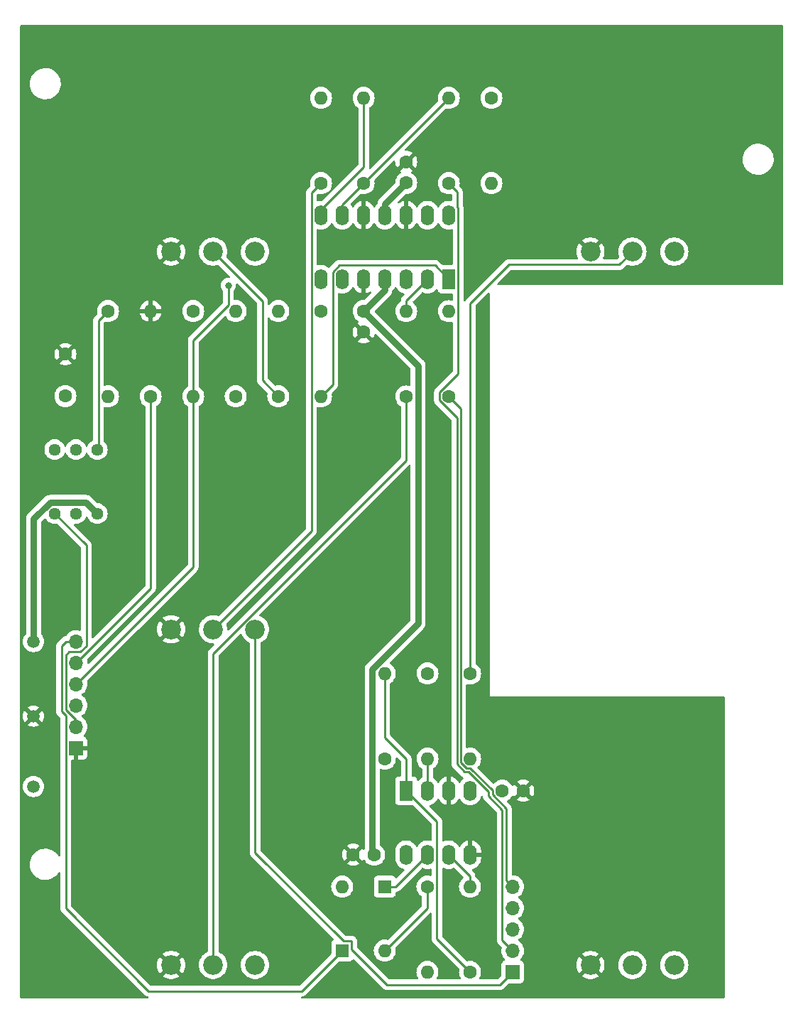
<source format=gtl>
G04 #@! TF.GenerationSoftware,KiCad,Pcbnew,7.0.0-rc2-unknown-92a61b187f~165~ubuntu22.04.1*
G04 #@! TF.CreationDate,2023-02-10T23:31:31-05:00*
G04 #@! TF.ProjectId,pmf_b2,706d665f-6232-42e6-9b69-6361645f7063,rev?*
G04 #@! TF.SameCoordinates,Original*
G04 #@! TF.FileFunction,Copper,L1,Top*
G04 #@! TF.FilePolarity,Positive*
%FSLAX46Y46*%
G04 Gerber Fmt 4.6, Leading zero omitted, Abs format (unit mm)*
G04 Created by KiCad (PCBNEW 7.0.0-rc2-unknown-92a61b187f~165~ubuntu22.04.1) date 2023-02-10 23:31:31*
%MOMM*%
%LPD*%
G01*
G04 APERTURE LIST*
G04 #@! TA.AperFunction,ComponentPad*
%ADD10C,1.500000*%
G04 #@! TD*
G04 #@! TA.AperFunction,ComponentPad*
%ADD11C,2.340000*%
G04 #@! TD*
G04 #@! TA.AperFunction,ComponentPad*
%ADD12C,1.600000*%
G04 #@! TD*
G04 #@! TA.AperFunction,ComponentPad*
%ADD13O,1.600000X1.600000*%
G04 #@! TD*
G04 #@! TA.AperFunction,ComponentPad*
%ADD14R,1.600000X1.600000*%
G04 #@! TD*
G04 #@! TA.AperFunction,ComponentPad*
%ADD15C,1.440000*%
G04 #@! TD*
G04 #@! TA.AperFunction,ComponentPad*
%ADD16R,1.600000X2.400000*%
G04 #@! TD*
G04 #@! TA.AperFunction,ComponentPad*
%ADD17O,1.600000X2.400000*%
G04 #@! TD*
G04 #@! TA.AperFunction,ComponentPad*
%ADD18R,1.700000X1.700000*%
G04 #@! TD*
G04 #@! TA.AperFunction,ComponentPad*
%ADD19O,1.700000X1.700000*%
G04 #@! TD*
G04 #@! TA.AperFunction,ViaPad*
%ADD20C,0.800000*%
G04 #@! TD*
G04 #@! TA.AperFunction,Conductor*
%ADD21C,0.250000*%
G04 #@! TD*
G04 #@! TA.AperFunction,Conductor*
%ADD22C,0.750000*%
G04 #@! TD*
G04 APERTURE END LIST*
D10*
G04 #@! TO.P,TP10,1,1*
G04 #@! TO.N,Board_0-+12V_1*
X106080000Y-132720000D03*
G04 #@! TD*
D11*
G04 #@! TO.P,RV10,1,1*
G04 #@! TO.N,Board_0-GND1*
X172500000Y-154000000D03*
G04 #@! TO.P,RV10,2,2*
G04 #@! TO.N,Board_0-Net-(R65-Pad1)*
X177500000Y-154000000D03*
G04 #@! TO.P,RV10,3,3*
G04 #@! TO.N,Board_0-/Pots board/RES_CV_IN_P*
X182500000Y-154000000D03*
G04 #@! TD*
G04 #@! TO.P,RV8,1,1*
G04 #@! TO.N,Board_0-GND1*
X122500000Y-114000000D03*
G04 #@! TO.P,RV8,2,2*
G04 #@! TO.N,Board_0-Net-(R58-Pad1)*
X127500000Y-114000000D03*
G04 #@! TO.P,RV8,3,3*
G04 #@! TO.N,Board_0-/Pots board/IN1_P*
X132500000Y-114000000D03*
G04 #@! TD*
D10*
G04 #@! TO.P,TP11,1,1*
G04 #@! TO.N,Board_0-GND1*
X106080000Y-124350000D03*
G04 #@! TD*
D11*
G04 #@! TO.P,RV7,1,1*
G04 #@! TO.N,Board_0-GND1*
X172500000Y-69000000D03*
G04 #@! TO.P,RV7,2,2*
G04 #@! TO.N,Board_0-/Pots board/RESONANCE*
X177500000Y-69000000D03*
G04 #@! TO.P,RV7,3,3*
G04 #@! TO.N,Board_0-+12V_1*
X182500000Y-69000000D03*
G04 #@! TD*
G04 #@! TO.P,RV6,1,1*
G04 #@! TO.N,Board_0-GND1*
X122500000Y-69000000D03*
G04 #@! TO.P,RV6,2,2*
G04 #@! TO.N,Board_0-/Pots board/FREQUENCY*
X127500000Y-69000000D03*
G04 #@! TO.P,RV6,3,3*
G04 #@! TO.N,Board_0-+12V_1*
X132500000Y-69000000D03*
G04 #@! TD*
D10*
G04 #@! TO.P,TP12,1,1*
G04 #@! TO.N,Board_0--12V_1*
X106080000Y-115460000D03*
G04 #@! TD*
D11*
G04 #@! TO.P,RV9,1,1*
G04 #@! TO.N,Board_0-GND1*
X122500000Y-154000000D03*
G04 #@! TO.P,RV9,2,2*
G04 #@! TO.N,Board_0-Net-(R63-Pad1)*
X127500000Y-154000000D03*
G04 #@! TO.P,RV9,3,3*
G04 #@! TO.N,Board_0-/Pots board/FREQ_CV_IN_P*
X132500000Y-154000000D03*
G04 #@! TD*
D12*
G04 #@! TO.P,R71,1*
G04 #@! TO.N,Board_0-Net-(U3D--)*
X125130000Y-76090000D03*
D13*
G04 #@! TO.P,R71,2*
G04 #@! TO.N,Board_0-/Pots board/INPUT_P*
X125129999Y-86249999D03*
G04 #@! TD*
D12*
G04 #@! TO.P,R65,1*
G04 #@! TO.N,Board_0-Net-(R65-Pad1)*
X153070000Y-119260000D03*
D13*
G04 #@! TO.P,R65,2*
G04 #@! TO.N,Board_0-Net-(U4A--)*
X153069999Y-129419999D03*
G04 #@! TD*
D12*
G04 #@! TO.P,R74,1*
G04 #@! TO.N,Board_0-/Pots board/FREQ_CV_P*
X120050000Y-86250000D03*
D13*
G04 #@! TO.P,R74,2*
G04 #@! TO.N,Board_0-GND1*
X120049999Y-76089999D03*
G04 #@! TD*
D12*
G04 #@! TO.P,R66,1*
G04 #@! TO.N,Board_0-Net-(U3C--)*
X145450000Y-60850000D03*
D13*
G04 #@! TO.P,R66,2*
G04 #@! TO.N,Board_0-Net-(R66-Pad2)*
X145449999Y-50689999D03*
G04 #@! TD*
D12*
G04 #@! TO.P,C15,1*
G04 #@! TO.N,Board_0-+12V_1*
X145450000Y-76090000D03*
G04 #@! TO.P,C15,2*
G04 #@! TO.N,Board_0-GND1*
X145450000Y-78590000D03*
G04 #@! TD*
G04 #@! TO.P,C17,1*
G04 #@! TO.N,Board_0-+12V_1*
X146710000Y-140850000D03*
G04 #@! TO.P,C17,2*
G04 #@! TO.N,Board_0-GND1*
X144210000Y-140850000D03*
G04 #@! TD*
G04 #@! TO.P,R68,1*
G04 #@! TO.N,Board_0-Net-(U4A--)*
X147980000Y-129420000D03*
D13*
G04 #@! TO.P,R68,2*
G04 #@! TO.N,Board_0-Net-(R68-Pad2)*
X147979999Y-119259999D03*
G04 #@! TD*
D12*
G04 #@! TO.P,R59,1*
G04 #@! TO.N,Board_0-/Pots board/IN2_P*
X155610000Y-60850000D03*
D13*
G04 #@! TO.P,R59,2*
G04 #@! TO.N,Board_0-Net-(U3C--)*
X155609999Y-50689999D03*
G04 #@! TD*
D14*
G04 #@! TO.P,D3,1,K*
G04 #@! TO.N,Board_0-Net-(D3-K)*
X147979999Y-144659999D03*
D13*
G04 #@! TO.P,D3,2,A*
G04 #@! TO.N,Board_0-Net-(D3-A)*
X147979999Y-152279999D03*
G04 #@! TD*
D15*
G04 #@! TO.P,RV5,1,1*
G04 #@! TO.N,Board_0--12V_1*
X113700000Y-100220000D03*
G04 #@! TO.P,RV5,2,2*
G04 #@! TO.N,Board_0-/Pots board/FREQ_OFFSET*
X111160000Y-100220000D03*
G04 #@! TO.P,RV5,3,3*
G04 #@! TO.N,Board_0-+12V_1*
X108620000Y-100220000D03*
G04 #@! TD*
D12*
G04 #@! TO.P,C18,1*
G04 #@! TO.N,Board_0-GND1*
X164490000Y-133230000D03*
G04 #@! TO.P,C18,2*
G04 #@! TO.N,Board_0--12V_1*
X161990000Y-133230000D03*
G04 #@! TD*
G04 #@! TO.P,R72,1*
G04 #@! TO.N,Board_0-Net-(R72-Pad1)*
X114970000Y-76090000D03*
D13*
G04 #@! TO.P,R72,2*
G04 #@! TO.N,Board_0-/Pots board/FREQ_CV_P*
X114969999Y-86249999D03*
G04 #@! TD*
D12*
G04 #@! TO.P,R73,1*
G04 #@! TO.N,Board_0-Net-(D3-A)*
X153060000Y-144660000D03*
D13*
G04 #@! TO.P,R73,2*
G04 #@! TO.N,Board_0-/Pots board/RES_CV_P*
X153059999Y-154819999D03*
G04 #@! TD*
D16*
G04 #@! TO.P,U3,1*
G04 #@! TO.N,Board_0-/Pots board/V{slash}oct_trim*
X155609999Y-72279999D03*
D17*
G04 #@! TO.P,U3,2,-*
G04 #@! TO.N,Board_0-Net-(U3A--)*
X153069999Y-72279999D03*
G04 #@! TO.P,U3,3,+*
G04 #@! TO.N,Board_0-GND1*
X150529999Y-72279999D03*
G04 #@! TO.P,U3,4,V+*
G04 #@! TO.N,Board_0-+12V_1*
X147989999Y-72279999D03*
G04 #@! TO.P,U3,5,+*
G04 #@! TO.N,Board_0-GND1*
X145449999Y-72279999D03*
G04 #@! TO.P,U3,6,-*
G04 #@! TO.N,Board_0-Net-(U3B--)*
X142909999Y-72279999D03*
G04 #@! TO.P,U3,7*
X140369999Y-72279999D03*
G04 #@! TO.P,U3,8*
G04 #@! TO.N,Board_0-Net-(R66-Pad2)*
X140369999Y-64659999D03*
G04 #@! TO.P,U3,9,-*
G04 #@! TO.N,Board_0-Net-(U3C--)*
X142909999Y-64659999D03*
G04 #@! TO.P,U3,10,+*
G04 #@! TO.N,Board_0-GND1*
X145449999Y-64659999D03*
G04 #@! TO.P,U3,11,V-*
G04 #@! TO.N,Board_0--12V_1*
X147989999Y-64659999D03*
G04 #@! TO.P,U3,12,+*
G04 #@! TO.N,Board_0-GND1*
X150529999Y-64659999D03*
G04 #@! TO.P,U3,13,-*
G04 #@! TO.N,Board_0-Net-(U3D--)*
X153069999Y-64659999D03*
G04 #@! TO.P,U3,14*
G04 #@! TO.N,Board_0-/Pots board/INPUT_P*
X155609999Y-64659999D03*
G04 #@! TD*
D16*
G04 #@! TO.P,U4,1*
G04 #@! TO.N,Board_0-Net-(R68-Pad2)*
X150529999Y-133239999D03*
D17*
G04 #@! TO.P,U4,2,-*
G04 #@! TO.N,Board_0-Net-(U4A--)*
X153069999Y-133239999D03*
G04 #@! TO.P,U4,3,+*
G04 #@! TO.N,Board_0-GND1*
X155609999Y-133239999D03*
G04 #@! TO.P,U4,4,V-*
G04 #@! TO.N,Board_0--12V_1*
X158149999Y-133239999D03*
G04 #@! TO.P,U4,5,+*
G04 #@! TO.N,Board_0-GND1*
X158149999Y-140859999D03*
G04 #@! TO.P,U4,6,-*
G04 #@! TO.N,Board_0-Net-(D3-A)*
X155609999Y-140859999D03*
G04 #@! TO.P,U4,7*
G04 #@! TO.N,Board_0-Net-(D3-K)*
X153069999Y-140859999D03*
G04 #@! TO.P,U4,8,V+*
G04 #@! TO.N,Board_0-+12V_1*
X150529999Y-140859999D03*
G04 #@! TD*
D12*
G04 #@! TO.P,R58,1*
G04 #@! TO.N,Board_0-Net-(R58-Pad1)*
X140370000Y-60850000D03*
D13*
G04 #@! TO.P,R58,2*
G04 #@! TO.N,Board_0-Net-(U3C--)*
X140369999Y-50689999D03*
G04 #@! TD*
D18*
G04 #@! TO.P,J4,1,Pin_1*
G04 #@! TO.N,Board_0-/Pots board/IN1_P*
X163229999Y-154829999D03*
D19*
G04 #@! TO.P,J4,2,Pin_2*
G04 #@! TO.N,Board_0-/Pots board/IN2_P*
X163229999Y-152289999D03*
G04 #@! TO.P,J4,3,Pin_3*
G04 #@! TO.N,Board_0-/Pots board/RES_CV_IN_P*
X163229999Y-149749999D03*
G04 #@! TO.P,J4,4,Pin_4*
G04 #@! TO.N,Board_0-/Pots board/FREQ_CV_IN_P*
X163229999Y-147209999D03*
G04 #@! TO.P,J4,5,Pin_5*
G04 #@! TO.N,Board_0-/Pots board/V{slash}OCT_IN_P*
X163229999Y-144669999D03*
G04 #@! TD*
D12*
G04 #@! TO.P,R69,1*
G04 #@! TO.N,Board_0-Net-(R66-Pad2)*
X160690000Y-50690000D03*
D13*
G04 #@! TO.P,R69,2*
G04 #@! TO.N,Board_0-Net-(U3D--)*
X160689999Y-60849999D03*
G04 #@! TD*
D12*
G04 #@! TO.P,R62,1*
G04 #@! TO.N,Board_0-/Pots board/V{slash}OCT_IN_P*
X155610000Y-86260000D03*
D13*
G04 #@! TO.P,R62,2*
G04 #@! TO.N,Board_0-Net-(U3A--)*
X155609999Y-76099999D03*
G04 #@! TD*
D12*
G04 #@! TO.P,C14,1*
G04 #@! TO.N,Board_0-/Pots board/FREQ_CV_P*
X109890000Y-86210000D03*
G04 #@! TO.P,C14,2*
G04 #@! TO.N,Board_0-GND1*
X109890000Y-81210000D03*
G04 #@! TD*
G04 #@! TO.P,R70,1*
G04 #@! TO.N,Board_0-Net-(R68-Pad2)*
X158140000Y-154820000D03*
D13*
G04 #@! TO.P,R70,2*
G04 #@! TO.N,Board_0-Net-(D3-A)*
X158139999Y-144659999D03*
G04 #@! TD*
D15*
G04 #@! TO.P,RV11,1,1*
G04 #@! TO.N,Board_0-Net-(R72-Pad1)*
X113700000Y-92600000D03*
G04 #@! TO.P,RV11,2,2*
G04 #@! TO.N,Board_0-/Pots board/V{slash}oct_trim*
X111160000Y-92600000D03*
G04 #@! TO.P,RV11,3,3*
X108620000Y-92600000D03*
G04 #@! TD*
D12*
G04 #@! TO.P,R64,1*
G04 #@! TO.N,Board_0-/Pots board/RESONANCE*
X158160000Y-119270000D03*
D13*
G04 #@! TO.P,R64,2*
G04 #@! TO.N,Board_0-Net-(U4A--)*
X158159999Y-129429999D03*
G04 #@! TD*
D18*
G04 #@! TO.P,J3,1,Pin_1*
G04 #@! TO.N,Board_0-GND1*
X111159999Y-128159999D03*
D19*
G04 #@! TO.P,J3,2,Pin_2*
G04 #@! TO.N,Board_0-+12V_1*
X111159999Y-125619999D03*
G04 #@! TO.P,J3,3,Pin_3*
G04 #@! TO.N,Board_0--12V_1*
X111159999Y-123079999D03*
G04 #@! TO.P,J3,4,Pin_4*
G04 #@! TO.N,Board_0-/Pots board/INPUT_P*
X111159999Y-120539999D03*
G04 #@! TO.P,J3,5,Pin_5*
G04 #@! TO.N,Board_0-/Pots board/FREQ_CV_P*
X111159999Y-117999999D03*
G04 #@! TO.P,J3,6,Pin_6*
G04 #@! TO.N,Board_0-/Pots board/RES_CV_P*
X111159999Y-115459999D03*
G04 #@! TD*
D12*
G04 #@! TO.P,R60,1*
G04 #@! TO.N,Board_0-/Pots board/FREQ_OFFSET*
X130200000Y-86240000D03*
D13*
G04 #@! TO.P,R60,2*
G04 #@! TO.N,Board_0-Net-(U3A--)*
X130199999Y-76079999D03*
G04 #@! TD*
D12*
G04 #@! TO.P,R61,1*
G04 #@! TO.N,Board_0-/Pots board/FREQUENCY*
X135280000Y-86240000D03*
D13*
G04 #@! TO.P,R61,2*
G04 #@! TO.N,Board_0-Net-(U3A--)*
X135279999Y-76079999D03*
G04 #@! TD*
D12*
G04 #@! TO.P,C16,1*
G04 #@! TO.N,Board_0-GND1*
X150530000Y-58310000D03*
G04 #@! TO.P,C16,2*
G04 #@! TO.N,Board_0--12V_1*
X150530000Y-60810000D03*
G04 #@! TD*
G04 #@! TO.P,R63,1*
G04 #@! TO.N,Board_0-Net-(R63-Pad1)*
X150530000Y-86260000D03*
D13*
G04 #@! TO.P,R63,2*
G04 #@! TO.N,Board_0-Net-(U3A--)*
X150529999Y-76099999D03*
G04 #@! TD*
D14*
G04 #@! TO.P,D4,1,K*
G04 #@! TO.N,Board_0-/Pots board/RES_CV_P*
X142899999Y-152279999D03*
D13*
G04 #@! TO.P,D4,2,A*
G04 #@! TO.N,Board_0-Net-(D3-K)*
X142899999Y-144659999D03*
G04 #@! TD*
D12*
G04 #@! TO.P,R67,1*
G04 #@! TO.N,Board_0-Net-(U3A--)*
X140370000Y-76090000D03*
D13*
G04 #@! TO.P,R67,2*
G04 #@! TO.N,Board_0-/Pots board/V{slash}oct_trim*
X140369999Y-86249999D03*
G04 #@! TD*
D20*
G04 #@! TO.N,Board_0-/Pots board/INPUT_P*
X129321000Y-73042000D03*
G04 #@! TD*
D21*
G04 #@! TO.N,Board_0-+12V_1*
X110316000Y-116685000D02*
X111667412Y-116685000D01*
D22*
X151955000Y-113269745D02*
X146466000Y-118758745D01*
X145450000Y-76090000D02*
X151955000Y-82595000D01*
D21*
X112385000Y-115967412D02*
X112385000Y-103985000D01*
X112385000Y-103985000D02*
X108620000Y-100220000D01*
D22*
X147990000Y-73550000D02*
X145450000Y-76090000D01*
X147990000Y-72280000D02*
X147990000Y-73550000D01*
D21*
X109935000Y-123587412D02*
X109935000Y-117066000D01*
X111667412Y-116685000D02*
X112385000Y-115967412D01*
X111160000Y-124812412D02*
X109935000Y-123587412D01*
X111160000Y-125620000D02*
X111160000Y-124812412D01*
X109935000Y-117066000D02*
X110316000Y-116685000D01*
D22*
X146466000Y-140606000D02*
X146710000Y-140850000D01*
X146466000Y-118758745D02*
X146466000Y-140606000D01*
X151955000Y-82595000D02*
X151955000Y-113269745D01*
G04 #@! TO.N,Board_0--12V_1*
X112355000Y-98875000D02*
X108062882Y-98875000D01*
X113700000Y-100220000D02*
X112355000Y-98875000D01*
X108062882Y-98875000D02*
X106080000Y-100857882D01*
X147990000Y-63350000D02*
X150530000Y-60810000D01*
X147990000Y-64660000D02*
X147990000Y-63350000D01*
X106080000Y-100857882D02*
X106080000Y-115460000D01*
D21*
G04 #@! TO.N,Board_0-/Pots board/FREQUENCY*
X127500000Y-69000000D02*
X133385000Y-74885000D01*
X133385000Y-84345000D02*
X135280000Y-86240000D01*
X133385000Y-74885000D02*
X133385000Y-84345000D01*
G04 #@! TO.N,Board_0-/Pots board/FREQ_CV_P*
X120050000Y-109110000D02*
X111160000Y-118000000D01*
X120050000Y-86250000D02*
X120050000Y-109110000D01*
G04 #@! TO.N,Board_0-/Pots board/IN1_P*
X148244000Y-156354000D02*
X144025000Y-152135000D01*
X143045000Y-151155000D02*
X132500000Y-140610000D01*
X163230000Y-154830000D02*
X161706000Y-156354000D01*
X132500000Y-140610000D02*
X132500000Y-114000000D01*
X144025000Y-151155000D02*
X143045000Y-151155000D01*
X144025000Y-152135000D02*
X144025000Y-151155000D01*
X161706000Y-156354000D02*
X148244000Y-156354000D01*
G04 #@! TO.N,Board_0-/Pots board/IN2_P*
X157976202Y-131004501D02*
X157507114Y-131004501D01*
X161960000Y-151020000D02*
X161960000Y-135526000D01*
X156626000Y-61866000D02*
X155610000Y-60850000D01*
X154485000Y-86725991D02*
X154485000Y-85794009D01*
X157507114Y-131004501D02*
X156585000Y-130082387D01*
X160309000Y-133337299D02*
X157976202Y-131004501D01*
X156585000Y-130082387D02*
X156585000Y-88825991D01*
X156735000Y-83544009D02*
X156735000Y-63794010D01*
X156626000Y-63685010D02*
X156626000Y-61866000D01*
X156585000Y-88825991D02*
X154485000Y-86725991D01*
X160309000Y-133875000D02*
X160309000Y-133337299D01*
X154485000Y-85794009D02*
X156735000Y-83544009D01*
X163230000Y-152290000D02*
X161960000Y-151020000D01*
X161960000Y-135526000D02*
X160309000Y-133875000D01*
X156735000Y-63794010D02*
X156626000Y-63685010D01*
G04 #@! TO.N,Board_0-/Pots board/INPUT_P*
X129321000Y-75368009D02*
X129321000Y-73042000D01*
X125130000Y-86250000D02*
X125130000Y-79559009D01*
X125130000Y-79559009D02*
X129321000Y-75368009D01*
X125130000Y-106570000D02*
X125130000Y-86250000D01*
X111160000Y-120540000D02*
X125130000Y-106570000D01*
G04 #@! TO.N,Board_0-/Pots board/RESONANCE*
X175955000Y-70545000D02*
X177500000Y-69000000D01*
X158160000Y-75163223D02*
X162778223Y-70545000D01*
X158160000Y-119270000D02*
X158160000Y-75163223D01*
X162778223Y-70545000D02*
X175955000Y-70545000D01*
G04 #@! TO.N,Board_0-/Pots board/RES_CV_P*
X138064000Y-157116000D02*
X119796000Y-157116000D01*
X142900000Y-152280000D02*
X138064000Y-157116000D01*
X109435499Y-115982420D02*
X109957919Y-115460000D01*
X119796000Y-157116000D02*
X109935000Y-147255000D01*
X109935000Y-124293814D02*
X109435499Y-123794313D01*
X109935000Y-147255000D02*
X109935000Y-124293814D01*
X109957919Y-115460000D02*
X111160000Y-115460000D01*
X109435499Y-123794313D02*
X109435499Y-115982420D01*
G04 #@! TO.N,Board_0-/Pots board/V{slash}OCT_IN_P*
X157694009Y-130555000D02*
X157035000Y-129895991D01*
X157035000Y-129895991D02*
X157035000Y-87685000D01*
X160815000Y-133207609D02*
X158162391Y-130555000D01*
X158162391Y-130555000D02*
X157694009Y-130555000D01*
X157035000Y-87685000D02*
X155610000Y-86260000D01*
X160815000Y-133716701D02*
X160815000Y-133207609D01*
X162468000Y-135369701D02*
X160815000Y-133716701D01*
X162468000Y-143908000D02*
X162468000Y-135369701D01*
X163230000Y-144670000D02*
X162468000Y-143908000D01*
G04 #@! TO.N,Board_0-/Pots board/V{slash}oct_trim*
X140370000Y-86250000D02*
X141785000Y-84835000D01*
X141785000Y-71414010D02*
X142570010Y-70629000D01*
X153959000Y-70629000D02*
X155610000Y-72280000D01*
X142570010Y-70629000D02*
X153959000Y-70629000D01*
X141785000Y-84835000D02*
X141785000Y-71414010D01*
G04 #@! TO.N,Board_0-Net-(D3-A)*
X153060000Y-144660000D02*
X153060000Y-147200000D01*
X155610000Y-140860000D02*
X158140000Y-143390000D01*
X153060000Y-147200000D02*
X147980000Y-152280000D01*
X158140000Y-143390000D02*
X158140000Y-144660000D01*
G04 #@! TO.N,Board_0-Net-(D3-K)*
X153070000Y-140860000D02*
X149270000Y-144660000D01*
X149270000Y-144660000D02*
X147980000Y-144660000D01*
G04 #@! TO.N,Board_0-Net-(R58-Pad1)*
X127500000Y-114000000D02*
X139245000Y-102255000D01*
X139245000Y-102255000D02*
X139245000Y-61975000D01*
X139245000Y-61975000D02*
X140370000Y-60850000D01*
G04 #@! TO.N,Board_0-Net-(R63-Pad1)*
X127500000Y-116885750D02*
X150530000Y-93855750D01*
X127500000Y-154000000D02*
X127500000Y-116885750D01*
X150530000Y-93855750D02*
X150530000Y-86260000D01*
G04 #@! TO.N,Board_0-Net-(R66-Pad2)*
X140370000Y-64660000D02*
X140370000Y-64010000D01*
X145450000Y-58930000D02*
X145450000Y-50690000D01*
X140370000Y-64010000D02*
X145450000Y-58930000D01*
G04 #@! TO.N,Board_0-Net-(R68-Pad2)*
X147980000Y-119260000D02*
X147980000Y-126880000D01*
X158140000Y-154820000D02*
X154195000Y-150875000D01*
X147980000Y-126880000D02*
X150530000Y-129430000D01*
X150530000Y-129430000D02*
X150530000Y-133240000D01*
X154195000Y-136905000D02*
X150530000Y-133240000D01*
X154195000Y-150875000D02*
X154195000Y-136905000D01*
G04 #@! TO.N,Board_0-Net-(R72-Pad1)*
X113845000Y-77215000D02*
X113845000Y-92455000D01*
X114970000Y-76090000D02*
X113845000Y-77215000D01*
X113845000Y-92455000D02*
X113700000Y-92600000D01*
G04 #@! TO.N,Board_0-Net-(U3A--)*
X150530000Y-76100000D02*
X150530000Y-74820000D01*
X150530000Y-74820000D02*
X153070000Y-72280000D01*
G04 #@! TO.N,Board_0-Net-(U3C--)*
X145450000Y-60850000D02*
X155610000Y-50690000D01*
X142910000Y-63390000D02*
X145450000Y-60850000D01*
X142910000Y-64660000D02*
X142910000Y-63390000D01*
G04 #@! TO.N,Board_0-Net-(U4A--)*
X153070000Y-129430000D02*
X153070000Y-133240000D01*
G04 #@! TD*
G04 #@! TA.AperFunction,Conductor*
G04 #@! TO.N,Board_0-GND1*
G36*
X160447561Y-73921881D02*
G01*
X160485767Y-73966614D01*
X160499500Y-74023817D01*
X160499500Y-121999901D01*
X160499459Y-122000000D01*
X160499500Y-122000099D01*
X160499617Y-122000383D01*
X160500000Y-122000541D01*
X160500099Y-122000500D01*
X188373500Y-122000500D01*
X188436500Y-122017381D01*
X188482619Y-122063500D01*
X188499500Y-122126500D01*
X188499500Y-157873500D01*
X188482619Y-157936500D01*
X188436500Y-157982619D01*
X188373500Y-157999500D01*
X152500099Y-157999500D01*
X138139550Y-157999500D01*
X138077122Y-157982947D01*
X138031096Y-157937639D01*
X138013566Y-157875479D01*
X138029136Y-157812798D01*
X138073716Y-157766067D01*
X138135593Y-157747562D01*
X138163889Y-157746673D01*
X138183333Y-157741023D01*
X138202702Y-157737012D01*
X138222797Y-157734474D01*
X138263915Y-157718193D01*
X138275117Y-157714357D01*
X138317593Y-157702018D01*
X138335039Y-157691699D01*
X138352769Y-157683013D01*
X138371617Y-157675552D01*
X138407387Y-157649561D01*
X138417298Y-157643051D01*
X138455362Y-157620542D01*
X138469688Y-157606215D01*
X138484717Y-157593378D01*
X138501107Y-157581472D01*
X138529294Y-157547397D01*
X138537272Y-157538630D01*
X142450499Y-153625405D01*
X142491377Y-153598091D01*
X142539595Y-153588500D01*
X143745269Y-153588500D01*
X143748638Y-153588500D01*
X143809201Y-153581989D01*
X143946204Y-153530889D01*
X144063261Y-153443261D01*
X144136274Y-153345726D01*
X144176757Y-153310648D01*
X144228153Y-153295557D01*
X144281174Y-153303180D01*
X144326236Y-153332140D01*
X146036701Y-155042606D01*
X147740347Y-156746252D01*
X147747886Y-156754535D01*
X147752000Y-156761018D01*
X147757782Y-156766447D01*
X147757784Y-156766450D01*
X147801649Y-156807642D01*
X147804491Y-156810396D01*
X147824230Y-156830135D01*
X147827360Y-156832563D01*
X147827432Y-156832619D01*
X147836440Y-156840313D01*
X147868679Y-156870586D01*
X147875627Y-156874405D01*
X147875629Y-156874407D01*
X147886426Y-156880343D01*
X147902950Y-156891197D01*
X147912694Y-156898755D01*
X147912697Y-156898757D01*
X147918959Y-156903614D01*
X147948660Y-156916466D01*
X147959535Y-156921172D01*
X147970200Y-156926397D01*
X148008940Y-156947695D01*
X148028560Y-156952732D01*
X148047252Y-156959130D01*
X148065855Y-156967181D01*
X148109525Y-156974097D01*
X148121125Y-156976498D01*
X148163970Y-156987500D01*
X148184224Y-156987500D01*
X148203934Y-156989050D01*
X148223943Y-156992220D01*
X148267961Y-156988058D01*
X148279819Y-156987500D01*
X161627233Y-156987500D01*
X161638416Y-156988027D01*
X161645909Y-156989702D01*
X161713985Y-156987562D01*
X161717945Y-156987500D01*
X161741894Y-156987500D01*
X161745856Y-156987500D01*
X161749856Y-156986994D01*
X161761699Y-156986061D01*
X161805889Y-156984673D01*
X161825333Y-156979023D01*
X161844702Y-156975012D01*
X161864797Y-156972474D01*
X161905915Y-156956193D01*
X161917117Y-156952357D01*
X161959593Y-156940018D01*
X161977039Y-156929699D01*
X161994769Y-156921013D01*
X162013617Y-156913552D01*
X162049387Y-156887561D01*
X162059298Y-156881051D01*
X162097362Y-156858542D01*
X162111688Y-156844215D01*
X162126717Y-156831378D01*
X162143107Y-156819472D01*
X162171298Y-156785393D01*
X162179268Y-156776634D01*
X162730499Y-156225404D01*
X162771377Y-156198091D01*
X162819595Y-156188500D01*
X164125269Y-156188500D01*
X164128638Y-156188500D01*
X164189201Y-156181989D01*
X164326204Y-156130889D01*
X164443261Y-156043261D01*
X164530889Y-155926204D01*
X164581989Y-155789201D01*
X164588500Y-155728638D01*
X164588500Y-155352841D01*
X171509826Y-155352841D01*
X171517493Y-155361027D01*
X171654746Y-155454604D01*
X171662899Y-155459312D01*
X171880990Y-155564340D01*
X171889747Y-155567776D01*
X172121061Y-155639127D01*
X172130218Y-155641217D01*
X172369589Y-155677297D01*
X172378967Y-155678000D01*
X172621033Y-155678000D01*
X172630410Y-155677297D01*
X172869781Y-155641217D01*
X172878938Y-155639127D01*
X173110254Y-155567776D01*
X173119010Y-155564339D01*
X173337103Y-155459311D01*
X173345247Y-155454609D01*
X173482506Y-155361026D01*
X173490172Y-155352842D01*
X173484158Y-155343369D01*
X172511729Y-154370939D01*
X172500000Y-154364167D01*
X172488270Y-154370939D01*
X171515840Y-155343369D01*
X171509826Y-155352841D01*
X164588500Y-155352841D01*
X164588500Y-154004697D01*
X170817647Y-154004697D01*
X170835736Y-154246088D01*
X170837139Y-154255395D01*
X170891003Y-154491386D01*
X170893777Y-154500379D01*
X170982211Y-154725705D01*
X170986294Y-154734185D01*
X171107323Y-154943812D01*
X171112627Y-154951592D01*
X171135505Y-154980280D01*
X171146924Y-154988382D01*
X171159177Y-154981610D01*
X172129059Y-154011729D01*
X172135831Y-154000000D01*
X172864167Y-154000000D01*
X172870939Y-154011729D01*
X173840822Y-154981611D01*
X173853075Y-154988383D01*
X173864491Y-154980283D01*
X173887377Y-154951586D01*
X173892674Y-154943816D01*
X174013705Y-154734185D01*
X174017788Y-154725705D01*
X174106222Y-154500379D01*
X174108996Y-154491386D01*
X174162860Y-154255395D01*
X174164263Y-154246088D01*
X174182353Y-154004697D01*
X174182353Y-154000000D01*
X175816793Y-154000000D01*
X175817145Y-154004697D01*
X175835234Y-154246088D01*
X175835593Y-154250869D01*
X175836642Y-154255468D01*
X175836643Y-154255470D01*
X175871172Y-154406751D01*
X175891573Y-154496134D01*
X175983483Y-154730316D01*
X175985838Y-154734396D01*
X175985842Y-154734403D01*
X176106747Y-154943816D01*
X176109269Y-154948184D01*
X176266122Y-155144872D01*
X176269582Y-155148082D01*
X176447082Y-155312778D01*
X176447087Y-155312782D01*
X176450538Y-155315984D01*
X176658397Y-155457700D01*
X176662642Y-155459744D01*
X176662645Y-155459746D01*
X176707313Y-155481257D01*
X176885055Y-155566853D01*
X177125451Y-155641005D01*
X177374214Y-155678500D01*
X177621070Y-155678500D01*
X177625786Y-155678500D01*
X177874549Y-155641005D01*
X178114945Y-155566853D01*
X178341604Y-155457700D01*
X178549462Y-155315984D01*
X178733878Y-155144872D01*
X178890731Y-154948184D01*
X179016517Y-154730316D01*
X179108427Y-154496134D01*
X179164407Y-154250869D01*
X179183207Y-154000000D01*
X180816793Y-154000000D01*
X180817145Y-154004697D01*
X180835234Y-154246088D01*
X180835593Y-154250869D01*
X180836642Y-154255468D01*
X180836643Y-154255470D01*
X180871172Y-154406751D01*
X180891573Y-154496134D01*
X180983483Y-154730316D01*
X180985838Y-154734396D01*
X180985842Y-154734403D01*
X181106747Y-154943816D01*
X181109269Y-154948184D01*
X181266122Y-155144872D01*
X181269582Y-155148082D01*
X181447082Y-155312778D01*
X181447087Y-155312782D01*
X181450538Y-155315984D01*
X181658397Y-155457700D01*
X181662642Y-155459744D01*
X181662645Y-155459746D01*
X181707313Y-155481257D01*
X181885055Y-155566853D01*
X182125451Y-155641005D01*
X182374214Y-155678500D01*
X182621070Y-155678500D01*
X182625786Y-155678500D01*
X182874549Y-155641005D01*
X183114945Y-155566853D01*
X183341604Y-155457700D01*
X183549462Y-155315984D01*
X183733878Y-155144872D01*
X183890731Y-154948184D01*
X184016517Y-154730316D01*
X184108427Y-154496134D01*
X184164407Y-154250869D01*
X184183207Y-154000000D01*
X184164407Y-153749131D01*
X184108427Y-153503866D01*
X184016517Y-153269684D01*
X183890731Y-153051816D01*
X183733878Y-152855128D01*
X183549462Y-152684016D01*
X183545566Y-152681360D01*
X183445532Y-152613157D01*
X183341604Y-152542300D01*
X183337357Y-152540254D01*
X183337354Y-152540253D01*
X183119194Y-152435193D01*
X183119191Y-152435192D01*
X183114945Y-152433147D01*
X183110447Y-152431759D01*
X183110438Y-152431756D01*
X182879050Y-152360383D01*
X182879045Y-152360381D01*
X182874549Y-152358995D01*
X182869895Y-152358293D01*
X182869893Y-152358293D01*
X182630447Y-152322202D01*
X182630439Y-152322201D01*
X182625786Y-152321500D01*
X182374214Y-152321500D01*
X182369561Y-152322201D01*
X182369552Y-152322202D01*
X182130106Y-152358293D01*
X182130101Y-152358294D01*
X182125451Y-152358995D01*
X182120957Y-152360381D01*
X182120949Y-152360383D01*
X181889561Y-152431756D01*
X181889548Y-152431761D01*
X181885055Y-152433147D01*
X181880812Y-152435189D01*
X181880805Y-152435193D01*
X181662645Y-152540253D01*
X181662631Y-152540260D01*
X181658397Y-152542300D01*
X181654508Y-152544950D01*
X181654500Y-152544956D01*
X181454433Y-152681360D01*
X181454432Y-152681361D01*
X181450538Y-152684016D01*
X181447094Y-152687210D01*
X181447082Y-152687221D01*
X181269582Y-152851917D01*
X181269577Y-152851921D01*
X181266122Y-152855128D01*
X181263186Y-152858809D01*
X181263181Y-152858815D01*
X181112204Y-153048135D01*
X181109269Y-153051816D01*
X181106919Y-153055885D01*
X181106913Y-153055895D01*
X180985842Y-153265596D01*
X180985835Y-153265608D01*
X180983483Y-153269684D01*
X180981760Y-153274073D01*
X180981759Y-153274076D01*
X180893297Y-153499472D01*
X180893295Y-153499478D01*
X180891573Y-153503866D01*
X180890524Y-153508461D01*
X180890523Y-153508465D01*
X180837167Y-153742236D01*
X180835593Y-153749131D01*
X180835240Y-153753830D01*
X180835240Y-153753836D01*
X180827028Y-153863419D01*
X180816793Y-154000000D01*
X179183207Y-154000000D01*
X179164407Y-153749131D01*
X179108427Y-153503866D01*
X179016517Y-153269684D01*
X178890731Y-153051816D01*
X178733878Y-152855128D01*
X178549462Y-152684016D01*
X178545566Y-152681360D01*
X178445532Y-152613157D01*
X178341604Y-152542300D01*
X178337357Y-152540254D01*
X178337354Y-152540253D01*
X178119194Y-152435193D01*
X178119191Y-152435192D01*
X178114945Y-152433147D01*
X178110447Y-152431759D01*
X178110438Y-152431756D01*
X177879050Y-152360383D01*
X177879045Y-152360381D01*
X177874549Y-152358995D01*
X177869895Y-152358293D01*
X177869893Y-152358293D01*
X177630447Y-152322202D01*
X177630439Y-152322201D01*
X177625786Y-152321500D01*
X177374214Y-152321500D01*
X177369561Y-152322201D01*
X177369552Y-152322202D01*
X177130106Y-152358293D01*
X177130101Y-152358294D01*
X177125451Y-152358995D01*
X177120957Y-152360381D01*
X177120949Y-152360383D01*
X176889561Y-152431756D01*
X176889548Y-152431761D01*
X176885055Y-152433147D01*
X176880812Y-152435189D01*
X176880805Y-152435193D01*
X176662645Y-152540253D01*
X176662631Y-152540260D01*
X176658397Y-152542300D01*
X176654508Y-152544950D01*
X176654500Y-152544956D01*
X176454433Y-152681360D01*
X176454432Y-152681361D01*
X176450538Y-152684016D01*
X176447094Y-152687210D01*
X176447082Y-152687221D01*
X176269582Y-152851917D01*
X176269577Y-152851921D01*
X176266122Y-152855128D01*
X176263186Y-152858809D01*
X176263181Y-152858815D01*
X176112204Y-153048135D01*
X176109269Y-153051816D01*
X176106919Y-153055885D01*
X176106913Y-153055895D01*
X175985842Y-153265596D01*
X175985835Y-153265608D01*
X175983483Y-153269684D01*
X175981760Y-153274073D01*
X175981759Y-153274076D01*
X175893297Y-153499472D01*
X175893295Y-153499478D01*
X175891573Y-153503866D01*
X175890524Y-153508461D01*
X175890523Y-153508465D01*
X175837167Y-153742236D01*
X175835593Y-153749131D01*
X175835240Y-153753830D01*
X175835240Y-153753836D01*
X175827028Y-153863419D01*
X175816793Y-154000000D01*
X174182353Y-154000000D01*
X174182353Y-153995303D01*
X174164263Y-153753911D01*
X174162860Y-153744604D01*
X174108996Y-153508613D01*
X174106222Y-153499620D01*
X174017788Y-153274294D01*
X174013705Y-153265814D01*
X173892671Y-153056179D01*
X173887380Y-153048418D01*
X173864491Y-153019715D01*
X173853074Y-153011615D01*
X173840822Y-153018387D01*
X172870939Y-153988270D01*
X172864167Y-154000000D01*
X172135831Y-154000000D01*
X172129059Y-153988270D01*
X171159177Y-153018388D01*
X171146924Y-153011616D01*
X171135506Y-153019717D01*
X171112624Y-153048412D01*
X171107325Y-153056183D01*
X170986294Y-153265814D01*
X170982211Y-153274294D01*
X170893777Y-153499620D01*
X170891003Y-153508613D01*
X170837139Y-153744604D01*
X170835736Y-153753911D01*
X170817647Y-153995303D01*
X170817647Y-154004697D01*
X164588500Y-154004697D01*
X164588500Y-153931362D01*
X164581989Y-153870799D01*
X164530889Y-153733796D01*
X164443261Y-153616739D01*
X164436049Y-153611340D01*
X164333417Y-153534510D01*
X164333414Y-153534508D01*
X164326204Y-153529111D01*
X164317765Y-153525963D01*
X164317757Y-153525959D01*
X164211193Y-153486212D01*
X164160859Y-153451648D01*
X164132685Y-153397478D01*
X164133288Y-153336422D01*
X164162523Y-153282821D01*
X164305722Y-153127268D01*
X164428860Y-152938791D01*
X164519296Y-152732616D01*
X164540937Y-152647157D01*
X171509826Y-152647157D01*
X171515840Y-152656629D01*
X172488270Y-153629059D01*
X172500000Y-153635831D01*
X172511729Y-153629059D01*
X173484158Y-152656629D01*
X173490172Y-152647157D01*
X173482504Y-152638970D01*
X173345249Y-152545391D01*
X173337104Y-152540689D01*
X173119010Y-152435660D01*
X173110254Y-152432223D01*
X172878938Y-152360872D01*
X172869781Y-152358782D01*
X172630410Y-152322702D01*
X172621033Y-152322000D01*
X172378967Y-152322000D01*
X172369589Y-152322702D01*
X172130218Y-152358782D01*
X172121061Y-152360872D01*
X171889747Y-152432223D01*
X171880990Y-152435659D01*
X171662899Y-152540687D01*
X171654745Y-152545395D01*
X171517493Y-152638971D01*
X171509826Y-152647157D01*
X164540937Y-152647157D01*
X164574564Y-152514368D01*
X164593156Y-152290000D01*
X164574564Y-152065632D01*
X164519296Y-151847384D01*
X164428860Y-151641209D01*
X164305722Y-151452732D01*
X164244956Y-151386723D01*
X164156772Y-151290930D01*
X164156767Y-151290925D01*
X164153240Y-151287094D01*
X163975576Y-151148811D01*
X163971002Y-151146336D01*
X163970995Y-151146331D01*
X163942320Y-151130814D01*
X163894048Y-151084498D01*
X163876289Y-151020000D01*
X163894048Y-150955502D01*
X163942320Y-150909186D01*
X163970995Y-150893668D01*
X163970994Y-150893668D01*
X163975576Y-150891189D01*
X164153240Y-150752906D01*
X164305722Y-150587268D01*
X164428860Y-150398791D01*
X164519296Y-150192616D01*
X164574564Y-149974368D01*
X164593156Y-149750000D01*
X164574564Y-149525632D01*
X164519296Y-149307384D01*
X164428860Y-149101209D01*
X164305722Y-148912732D01*
X164244956Y-148846723D01*
X164156772Y-148750930D01*
X164156767Y-148750925D01*
X164153240Y-148747094D01*
X163975576Y-148608811D01*
X163970997Y-148606333D01*
X163970994Y-148606331D01*
X163942318Y-148590812D01*
X163894047Y-148544494D01*
X163876289Y-148479996D01*
X163894050Y-148415499D01*
X163942321Y-148369185D01*
X163975576Y-148351189D01*
X164153240Y-148212906D01*
X164305722Y-148047268D01*
X164428860Y-147858791D01*
X164519296Y-147652616D01*
X164574564Y-147434368D01*
X164593156Y-147210000D01*
X164574564Y-146985632D01*
X164519296Y-146767384D01*
X164428860Y-146561209D01*
X164305722Y-146372732D01*
X164244956Y-146306723D01*
X164156772Y-146210930D01*
X164156767Y-146210925D01*
X164153240Y-146207094D01*
X163975576Y-146068811D01*
X163971002Y-146066336D01*
X163970995Y-146066331D01*
X163942320Y-146050814D01*
X163894048Y-146004498D01*
X163876289Y-145940000D01*
X163894048Y-145875502D01*
X163942320Y-145829186D01*
X163970995Y-145813668D01*
X163970994Y-145813668D01*
X163975576Y-145811189D01*
X164153240Y-145672906D01*
X164305722Y-145507268D01*
X164428860Y-145318791D01*
X164519296Y-145112616D01*
X164574564Y-144894368D01*
X164593156Y-144670000D01*
X164574564Y-144445632D01*
X164519296Y-144227384D01*
X164428860Y-144021209D01*
X164305722Y-143832732D01*
X164244956Y-143766723D01*
X164156772Y-143670930D01*
X164156767Y-143670925D01*
X164153240Y-143667094D01*
X163975576Y-143528811D01*
X163970997Y-143526333D01*
X163970994Y-143526331D01*
X163782159Y-143424139D01*
X163782156Y-143424137D01*
X163777574Y-143421658D01*
X163772650Y-143419967D01*
X163772642Y-143419964D01*
X163569565Y-143350248D01*
X163569559Y-143350246D01*
X163564635Y-143348556D01*
X163559498Y-143347698D01*
X163559495Y-143347698D01*
X163347706Y-143312357D01*
X163347703Y-143312356D01*
X163342569Y-143311500D01*
X163227500Y-143311500D01*
X163164500Y-143294619D01*
X163118381Y-143248500D01*
X163101500Y-143185500D01*
X163101500Y-135448468D01*
X163102027Y-135437284D01*
X163103702Y-135429792D01*
X163101562Y-135361715D01*
X163101500Y-135357756D01*
X163101500Y-135333809D01*
X163101500Y-135329845D01*
X163100994Y-135325848D01*
X163100061Y-135313998D01*
X163098673Y-135269812D01*
X163093020Y-135250358D01*
X163089012Y-135230999D01*
X163087467Y-135218769D01*
X163086474Y-135210904D01*
X163083556Y-135203534D01*
X163083555Y-135203530D01*
X163070196Y-135169790D01*
X163066350Y-135158556D01*
X163056230Y-135123721D01*
X163056229Y-135123719D01*
X163054018Y-135116108D01*
X163043708Y-135098674D01*
X163035007Y-135080914D01*
X163027552Y-135062084D01*
X163001565Y-135026317D01*
X162995047Y-135016394D01*
X162976578Y-134985164D01*
X162972542Y-134978339D01*
X162958218Y-134964015D01*
X162945382Y-134948987D01*
X162933472Y-134932594D01*
X162927367Y-134927543D01*
X162927360Y-134927536D01*
X162899394Y-134904401D01*
X162890615Y-134896412D01*
X162579608Y-134585405D01*
X162548534Y-134534198D01*
X162544618Y-134474428D01*
X162568743Y-134419603D01*
X162615454Y-134382115D01*
X162646749Y-134367523D01*
X162719232Y-134316770D01*
X163765860Y-134316770D01*
X163773414Y-134325014D01*
X163828996Y-134363933D01*
X163838482Y-134369410D01*
X164035946Y-134461489D01*
X164046238Y-134465235D01*
X164256687Y-134521625D01*
X164267480Y-134523528D01*
X164484525Y-134542517D01*
X164495475Y-134542517D01*
X164712519Y-134523528D01*
X164723312Y-134521625D01*
X164933761Y-134465235D01*
X164944053Y-134461489D01*
X165141510Y-134369413D01*
X165151006Y-134363931D01*
X165206586Y-134325013D01*
X165214138Y-134316771D01*
X165208128Y-134307338D01*
X164501729Y-133600939D01*
X164489999Y-133594167D01*
X164478271Y-133600938D01*
X163771867Y-134307341D01*
X163765860Y-134316770D01*
X162719232Y-134316770D01*
X162834300Y-134236198D01*
X162996198Y-134074300D01*
X163127523Y-133886749D01*
X163129851Y-133881754D01*
X163131167Y-133879477D01*
X163177285Y-133833355D01*
X163240285Y-133816472D01*
X163303286Y-133833351D01*
X163349407Y-133879469D01*
X163356067Y-133891003D01*
X163394985Y-133946586D01*
X163403228Y-133954138D01*
X163412656Y-133948132D01*
X164119059Y-133241730D01*
X164125832Y-133229999D01*
X164854167Y-133229999D01*
X164860939Y-133241729D01*
X165567338Y-133948128D01*
X165576771Y-133954138D01*
X165585013Y-133946586D01*
X165623931Y-133891006D01*
X165629413Y-133881510D01*
X165721489Y-133684053D01*
X165725235Y-133673761D01*
X165781625Y-133463312D01*
X165783528Y-133452519D01*
X165802517Y-133235475D01*
X165802517Y-133224525D01*
X165783528Y-133007480D01*
X165781625Y-132996687D01*
X165725235Y-132786238D01*
X165721489Y-132775946D01*
X165629410Y-132578482D01*
X165623933Y-132568996D01*
X165585014Y-132513414D01*
X165576770Y-132505860D01*
X165567341Y-132511867D01*
X164860938Y-133218271D01*
X164854167Y-133229999D01*
X164125832Y-133229999D01*
X164119060Y-133218270D01*
X163412659Y-132511869D01*
X163403227Y-132505860D01*
X163394985Y-132513413D01*
X163356062Y-132569002D01*
X163349403Y-132580535D01*
X163303282Y-132626650D01*
X163240283Y-132643527D01*
X163177285Y-132626644D01*
X163131169Y-132580525D01*
X163129847Y-132578236D01*
X163127523Y-132573251D01*
X162996198Y-132385700D01*
X162834300Y-132223802D01*
X162719229Y-132143228D01*
X162719228Y-132143227D01*
X163765860Y-132143227D01*
X163771869Y-132152659D01*
X164478270Y-132859060D01*
X164489999Y-132865832D01*
X164501730Y-132859059D01*
X165208132Y-132152656D01*
X165214138Y-132143228D01*
X165206586Y-132134985D01*
X165151002Y-132096066D01*
X165141513Y-132090587D01*
X164944053Y-131998510D01*
X164933761Y-131994764D01*
X164723312Y-131938374D01*
X164712519Y-131936471D01*
X164495475Y-131917483D01*
X164484525Y-131917483D01*
X164267480Y-131936471D01*
X164256687Y-131938374D01*
X164046238Y-131994764D01*
X164035946Y-131998510D01*
X163838485Y-132090587D01*
X163828995Y-132096067D01*
X163773413Y-132134985D01*
X163765860Y-132143227D01*
X162719228Y-132143227D01*
X162651257Y-132095633D01*
X162651252Y-132095630D01*
X162646749Y-132092477D01*
X162637892Y-132088347D01*
X162444225Y-131998039D01*
X162444223Y-131998038D01*
X162439243Y-131995716D01*
X162218087Y-131936457D01*
X162212611Y-131935977D01*
X162212606Y-131935977D01*
X161995475Y-131916981D01*
X161990000Y-131916502D01*
X161984525Y-131916981D01*
X161767393Y-131935977D01*
X161767386Y-131935978D01*
X161761913Y-131936457D01*
X161756599Y-131937880D01*
X161756598Y-131937881D01*
X161546067Y-131994293D01*
X161546065Y-131994293D01*
X161540757Y-131995716D01*
X161535779Y-131998036D01*
X161535774Y-131998039D01*
X161338238Y-132090151D01*
X161338233Y-132090153D01*
X161333251Y-132092477D01*
X161328752Y-132095627D01*
X161328742Y-132095633D01*
X161150211Y-132220643D01*
X161150208Y-132220645D01*
X161145700Y-132223802D01*
X161141808Y-132227693D01*
X161141802Y-132227699D01*
X161025494Y-132344008D01*
X160969010Y-132376620D01*
X160903788Y-132376620D01*
X160847304Y-132344008D01*
X159060992Y-130557696D01*
X159028380Y-130501212D01*
X159028380Y-130435990D01*
X159060992Y-130379506D01*
X159104518Y-130335980D01*
X159166198Y-130274300D01*
X159297523Y-130086749D01*
X159394284Y-129879243D01*
X159453543Y-129658087D01*
X159473498Y-129430000D01*
X159453543Y-129201913D01*
X159394284Y-128980757D01*
X159297523Y-128773251D01*
X159166198Y-128585700D01*
X159004300Y-128423802D01*
X158930496Y-128372123D01*
X158821257Y-128295633D01*
X158821252Y-128295630D01*
X158816749Y-128292477D01*
X158651501Y-128215421D01*
X158614225Y-128198039D01*
X158614223Y-128198038D01*
X158609243Y-128195716D01*
X158388087Y-128136457D01*
X158382611Y-128135977D01*
X158382606Y-128135977D01*
X158165475Y-128116981D01*
X158160000Y-128116502D01*
X158154525Y-128116981D01*
X157937393Y-128135977D01*
X157937386Y-128135978D01*
X157931913Y-128136457D01*
X157926604Y-128137879D01*
X157926601Y-128137880D01*
X157908259Y-128142795D01*
X157827110Y-128164539D01*
X157769919Y-128166411D01*
X157717796Y-128142795D01*
X157681494Y-128098560D01*
X157668500Y-128042832D01*
X157668500Y-120657168D01*
X157681494Y-120601440D01*
X157717796Y-120557205D01*
X157769919Y-120533589D01*
X157827110Y-120535460D01*
X157931913Y-120563543D01*
X158160000Y-120583498D01*
X158388087Y-120563543D01*
X158609243Y-120504284D01*
X158816749Y-120407523D01*
X159004300Y-120276198D01*
X159166198Y-120114300D01*
X159297523Y-119926749D01*
X159394284Y-119719243D01*
X159453543Y-119498087D01*
X159473498Y-119270000D01*
X159453543Y-119041913D01*
X159394284Y-118820757D01*
X159297523Y-118613251D01*
X159166198Y-118425700D01*
X159004300Y-118263802D01*
X158887781Y-118182214D01*
X158847229Y-118153819D01*
X158807737Y-118108786D01*
X158793500Y-118050606D01*
X158793500Y-75477817D01*
X158803091Y-75429599D01*
X158830405Y-75388722D01*
X160284405Y-73934722D01*
X160334564Y-73903984D01*
X160393211Y-73899368D01*
X160447561Y-73921881D01*
G37*
G04 #@! TD.AperFunction*
G04 #@! TA.AperFunction,Conductor*
G36*
X195436500Y-42017381D02*
G01*
X195482619Y-42063500D01*
X195499500Y-42126500D01*
X195499500Y-72873500D01*
X195482619Y-72936500D01*
X195436500Y-72982619D01*
X195373500Y-72999500D01*
X161523817Y-72999500D01*
X161466614Y-72985767D01*
X161421881Y-72947561D01*
X161399368Y-72893211D01*
X161403984Y-72834564D01*
X161434722Y-72784405D01*
X163003722Y-71215405D01*
X163044599Y-71188091D01*
X163092817Y-71178500D01*
X175876233Y-71178500D01*
X175887416Y-71179027D01*
X175894909Y-71180702D01*
X175962985Y-71178562D01*
X175966945Y-71178500D01*
X175990894Y-71178500D01*
X175994856Y-71178500D01*
X175998856Y-71177994D01*
X176010699Y-71177061D01*
X176054889Y-71175673D01*
X176074333Y-71170023D01*
X176093702Y-71166012D01*
X176113797Y-71163474D01*
X176154915Y-71147193D01*
X176166117Y-71143357D01*
X176208593Y-71131018D01*
X176226039Y-71120699D01*
X176243769Y-71112013D01*
X176262617Y-71104552D01*
X176298387Y-71078561D01*
X176308298Y-71072051D01*
X176346362Y-71049542D01*
X176360688Y-71035215D01*
X176375717Y-71022378D01*
X176392107Y-71010472D01*
X176420294Y-70976397D01*
X176428272Y-70967630D01*
X176788569Y-70607333D01*
X176847332Y-70574135D01*
X176914799Y-70576027D01*
X177125451Y-70641005D01*
X177374214Y-70678500D01*
X177621070Y-70678500D01*
X177625786Y-70678500D01*
X177874549Y-70641005D01*
X178114945Y-70566853D01*
X178341604Y-70457700D01*
X178549462Y-70315984D01*
X178733878Y-70144872D01*
X178890731Y-69948184D01*
X179016517Y-69730316D01*
X179108427Y-69496134D01*
X179164407Y-69250869D01*
X179183207Y-69000000D01*
X180816793Y-69000000D01*
X180817145Y-69004697D01*
X180835234Y-69246088D01*
X180835593Y-69250869D01*
X180891573Y-69496134D01*
X180983483Y-69730316D01*
X180985838Y-69734396D01*
X180985842Y-69734403D01*
X181106747Y-69943816D01*
X181109269Y-69948184D01*
X181266122Y-70144872D01*
X181281204Y-70158866D01*
X181447082Y-70312778D01*
X181447087Y-70312782D01*
X181450538Y-70315984D01*
X181658397Y-70457700D01*
X181662642Y-70459744D01*
X181662645Y-70459746D01*
X181731349Y-70492832D01*
X181885055Y-70566853D01*
X182125451Y-70641005D01*
X182374214Y-70678500D01*
X182621070Y-70678500D01*
X182625786Y-70678500D01*
X182874549Y-70641005D01*
X183114945Y-70566853D01*
X183341604Y-70457700D01*
X183549462Y-70315984D01*
X183733878Y-70144872D01*
X183890731Y-69948184D01*
X184016517Y-69730316D01*
X184108427Y-69496134D01*
X184164407Y-69250869D01*
X184183207Y-69000000D01*
X184164407Y-68749131D01*
X184108427Y-68503866D01*
X184016517Y-68269684D01*
X183890731Y-68051816D01*
X183733878Y-67855128D01*
X183549462Y-67684016D01*
X183545566Y-67681360D01*
X183445532Y-67613157D01*
X183341604Y-67542300D01*
X183337357Y-67540254D01*
X183337354Y-67540253D01*
X183119194Y-67435193D01*
X183119191Y-67435192D01*
X183114945Y-67433147D01*
X183110447Y-67431759D01*
X183110438Y-67431756D01*
X182879050Y-67360383D01*
X182879045Y-67360381D01*
X182874549Y-67358995D01*
X182869895Y-67358293D01*
X182869893Y-67358293D01*
X182630447Y-67322202D01*
X182630439Y-67322201D01*
X182625786Y-67321500D01*
X182374214Y-67321500D01*
X182369561Y-67322201D01*
X182369552Y-67322202D01*
X182130106Y-67358293D01*
X182130101Y-67358294D01*
X182125451Y-67358995D01*
X182120957Y-67360381D01*
X182120949Y-67360383D01*
X181889561Y-67431756D01*
X181889548Y-67431761D01*
X181885055Y-67433147D01*
X181880812Y-67435189D01*
X181880805Y-67435193D01*
X181662645Y-67540253D01*
X181662631Y-67540260D01*
X181658397Y-67542300D01*
X181654508Y-67544950D01*
X181654500Y-67544956D01*
X181454433Y-67681360D01*
X181454432Y-67681361D01*
X181450538Y-67684016D01*
X181447094Y-67687210D01*
X181447082Y-67687221D01*
X181269582Y-67851917D01*
X181269577Y-67851921D01*
X181266122Y-67855128D01*
X181263186Y-67858809D01*
X181263181Y-67858815D01*
X181112204Y-68048135D01*
X181109269Y-68051816D01*
X181106919Y-68055885D01*
X181106913Y-68055895D01*
X180985842Y-68265596D01*
X180985835Y-68265608D01*
X180983483Y-68269684D01*
X180981760Y-68274073D01*
X180981759Y-68274076D01*
X180893297Y-68499472D01*
X180893295Y-68499478D01*
X180891573Y-68503866D01*
X180890524Y-68508461D01*
X180890523Y-68508465D01*
X180862999Y-68629059D01*
X180835593Y-68749131D01*
X180835240Y-68753830D01*
X180835240Y-68753836D01*
X180817672Y-68988270D01*
X180816793Y-69000000D01*
X179183207Y-69000000D01*
X179164407Y-68749131D01*
X179108427Y-68503866D01*
X179016517Y-68269684D01*
X178890731Y-68051816D01*
X178733878Y-67855128D01*
X178549462Y-67684016D01*
X178545566Y-67681360D01*
X178445532Y-67613157D01*
X178341604Y-67542300D01*
X178337357Y-67540254D01*
X178337354Y-67540253D01*
X178119194Y-67435193D01*
X178119191Y-67435192D01*
X178114945Y-67433147D01*
X178110447Y-67431759D01*
X178110438Y-67431756D01*
X177879050Y-67360383D01*
X177879045Y-67360381D01*
X177874549Y-67358995D01*
X177869895Y-67358293D01*
X177869893Y-67358293D01*
X177630447Y-67322202D01*
X177630439Y-67322201D01*
X177625786Y-67321500D01*
X177374214Y-67321500D01*
X177369561Y-67322201D01*
X177369552Y-67322202D01*
X177130106Y-67358293D01*
X177130101Y-67358294D01*
X177125451Y-67358995D01*
X177120957Y-67360381D01*
X177120949Y-67360383D01*
X176889561Y-67431756D01*
X176889548Y-67431761D01*
X176885055Y-67433147D01*
X176880812Y-67435189D01*
X176880805Y-67435193D01*
X176662645Y-67540253D01*
X176662631Y-67540260D01*
X176658397Y-67542300D01*
X176654508Y-67544950D01*
X176654500Y-67544956D01*
X176454433Y-67681360D01*
X176454432Y-67681361D01*
X176450538Y-67684016D01*
X176447094Y-67687210D01*
X176447082Y-67687221D01*
X176269582Y-67851917D01*
X176269577Y-67851921D01*
X176266122Y-67855128D01*
X176263186Y-67858809D01*
X176263181Y-67858815D01*
X176112204Y-68048135D01*
X176109269Y-68051816D01*
X176106919Y-68055885D01*
X176106913Y-68055895D01*
X175985842Y-68265596D01*
X175985835Y-68265608D01*
X175983483Y-68269684D01*
X175981760Y-68274073D01*
X175981759Y-68274076D01*
X175893297Y-68499472D01*
X175893295Y-68499478D01*
X175891573Y-68503866D01*
X175890524Y-68508461D01*
X175890523Y-68508465D01*
X175862999Y-68629059D01*
X175835593Y-68749131D01*
X175835240Y-68753830D01*
X175835240Y-68753836D01*
X175817672Y-68988270D01*
X175816793Y-69000000D01*
X175817145Y-69004697D01*
X175835234Y-69246088D01*
X175835593Y-69250869D01*
X175891573Y-69496134D01*
X175893294Y-69500519D01*
X175893298Y-69500532D01*
X175922422Y-69574738D01*
X175931122Y-69622341D01*
X175921238Y-69669712D01*
X175894228Y-69709865D01*
X175729500Y-69874595D01*
X175688622Y-69901909D01*
X175640404Y-69911500D01*
X174128843Y-69911500D01*
X174067894Y-69895778D01*
X174022155Y-69852535D01*
X174003041Y-69792564D01*
X174015322Y-69730829D01*
X174017786Y-69725711D01*
X174106222Y-69500379D01*
X174108996Y-69491386D01*
X174162860Y-69255395D01*
X174164263Y-69246088D01*
X174182353Y-69004697D01*
X174182353Y-68995303D01*
X174164263Y-68753911D01*
X174162860Y-68744604D01*
X174108996Y-68508613D01*
X174106222Y-68499620D01*
X174017788Y-68274294D01*
X174013705Y-68265814D01*
X173892671Y-68056179D01*
X173887380Y-68048418D01*
X173864491Y-68019715D01*
X173853074Y-68011615D01*
X173840822Y-68018387D01*
X172589094Y-69270115D01*
X172532610Y-69302727D01*
X172467388Y-69302727D01*
X172410904Y-69270115D01*
X171159177Y-68018388D01*
X171146924Y-68011616D01*
X171135506Y-68019717D01*
X171112624Y-68048412D01*
X171107325Y-68056183D01*
X170986294Y-68265814D01*
X170982211Y-68274294D01*
X170893777Y-68499620D01*
X170891003Y-68508613D01*
X170837139Y-68744604D01*
X170835736Y-68753911D01*
X170817647Y-68995303D01*
X170817647Y-69004697D01*
X170835736Y-69246088D01*
X170837139Y-69255395D01*
X170891003Y-69491386D01*
X170893777Y-69500379D01*
X170982213Y-69725711D01*
X170984678Y-69730829D01*
X170996959Y-69792564D01*
X170977845Y-69852535D01*
X170932106Y-69895778D01*
X170871157Y-69911500D01*
X162856991Y-69911500D01*
X162845807Y-69910972D01*
X162838315Y-69909298D01*
X162830389Y-69909547D01*
X162770225Y-69911438D01*
X162766267Y-69911500D01*
X162738367Y-69911500D01*
X162734442Y-69911995D01*
X162734421Y-69911997D01*
X162734347Y-69912007D01*
X162722536Y-69912936D01*
X162686258Y-69914076D01*
X162686250Y-69914077D01*
X162678334Y-69914326D01*
X162670720Y-69916537D01*
X162670718Y-69916538D01*
X162658872Y-69919979D01*
X162639526Y-69923986D01*
X162627283Y-69925533D01*
X162627281Y-69925533D01*
X162619426Y-69926526D01*
X162612066Y-69929439D01*
X162612061Y-69929441D01*
X162578316Y-69942801D01*
X162567094Y-69946643D01*
X162532241Y-69956769D01*
X162532236Y-69956770D01*
X162524630Y-69958981D01*
X162517810Y-69963013D01*
X162517808Y-69963015D01*
X162507186Y-69969297D01*
X162489437Y-69977991D01*
X162477983Y-69982526D01*
X162477975Y-69982529D01*
X162470606Y-69985448D01*
X162464191Y-69990107D01*
X162464190Y-69990109D01*
X162434836Y-70011435D01*
X162424922Y-70017947D01*
X162393683Y-70036423D01*
X162393681Y-70036424D01*
X162386861Y-70040458D01*
X162381262Y-70046055D01*
X162381255Y-70046062D01*
X162372531Y-70054786D01*
X162357510Y-70067615D01*
X162347530Y-70074866D01*
X162347521Y-70074873D01*
X162341116Y-70079528D01*
X162336068Y-70085628D01*
X162336059Y-70085638D01*
X162312923Y-70113604D01*
X162304936Y-70122381D01*
X157767742Y-74659574D01*
X157759459Y-74667111D01*
X157752982Y-74671223D01*
X157747563Y-74676992D01*
X157747555Y-74677000D01*
X157706370Y-74720858D01*
X157703621Y-74723695D01*
X157686667Y-74740650D01*
X157686660Y-74740657D01*
X157683865Y-74743453D01*
X157681442Y-74746575D01*
X157681426Y-74746594D01*
X157681365Y-74746674D01*
X157673690Y-74755658D01*
X157648838Y-74782125D01*
X157648835Y-74782127D01*
X157643414Y-74787902D01*
X157639600Y-74794837D01*
X157639592Y-74794850D01*
X157633650Y-74805659D01*
X157622803Y-74822172D01*
X157615243Y-74831918D01*
X157615237Y-74831927D01*
X157610386Y-74838182D01*
X157607240Y-74845450D01*
X157603202Y-74852280D01*
X157600476Y-74850668D01*
X157567253Y-74891590D01*
X157503182Y-74914417D01*
X157436581Y-74900615D01*
X157386858Y-74854207D01*
X157368500Y-74788716D01*
X157368500Y-67647157D01*
X171509826Y-67647157D01*
X171515840Y-67656629D01*
X172488270Y-68629059D01*
X172500000Y-68635831D01*
X172511729Y-68629059D01*
X173484158Y-67656629D01*
X173490172Y-67647157D01*
X173482504Y-67638970D01*
X173345249Y-67545391D01*
X173337104Y-67540689D01*
X173119010Y-67435660D01*
X173110254Y-67432223D01*
X172878938Y-67360872D01*
X172869781Y-67358782D01*
X172630410Y-67322702D01*
X172621033Y-67322000D01*
X172378967Y-67322000D01*
X172369589Y-67322702D01*
X172130218Y-67358782D01*
X172121061Y-67360872D01*
X171889747Y-67432223D01*
X171880990Y-67435659D01*
X171662899Y-67540687D01*
X171654745Y-67545395D01*
X171517493Y-67638971D01*
X171509826Y-67647157D01*
X157368500Y-67647157D01*
X157368500Y-63872777D01*
X157369027Y-63861593D01*
X157370702Y-63854101D01*
X157368562Y-63786024D01*
X157368500Y-63782065D01*
X157368500Y-63758118D01*
X157368500Y-63754154D01*
X157367994Y-63750157D01*
X157367061Y-63738307D01*
X157366356Y-63715867D01*
X157365673Y-63694120D01*
X157360020Y-63674666D01*
X157356012Y-63655307D01*
X157353474Y-63635213D01*
X157337197Y-63594103D01*
X157333351Y-63582870D01*
X157323229Y-63548029D01*
X157321018Y-63540417D01*
X157310707Y-63522983D01*
X157302008Y-63505225D01*
X157297469Y-63493761D01*
X157294552Y-63486393D01*
X157283565Y-63471271D01*
X157265667Y-63436146D01*
X157259500Y-63397209D01*
X157259500Y-61944767D01*
X157260027Y-61933583D01*
X157261702Y-61926091D01*
X157259561Y-61858000D01*
X157259500Y-61854043D01*
X157259500Y-61830109D01*
X157259500Y-61826144D01*
X157258995Y-61822152D01*
X157258062Y-61810305D01*
X157256674Y-61766111D01*
X157251019Y-61746647D01*
X157247013Y-61727301D01*
X157244474Y-61707203D01*
X157228199Y-61666098D01*
X157224353Y-61654865D01*
X157214229Y-61620018D01*
X157212018Y-61612407D01*
X157201708Y-61594973D01*
X157193007Y-61577213D01*
X157185552Y-61558383D01*
X157159565Y-61522616D01*
X157153047Y-61512693D01*
X157146582Y-61501761D01*
X157130542Y-61474638D01*
X157116218Y-61460314D01*
X157103382Y-61445286D01*
X157091472Y-61428893D01*
X157085367Y-61423842D01*
X157085360Y-61423835D01*
X157057394Y-61400700D01*
X157048615Y-61392711D01*
X156919152Y-61263248D01*
X156886540Y-61206764D01*
X156886541Y-61141541D01*
X156902117Y-61083408D01*
X156903543Y-61078087D01*
X156923498Y-60850000D01*
X159376502Y-60850000D01*
X159396457Y-61078087D01*
X159455716Y-61299243D01*
X159458038Y-61304223D01*
X159458039Y-61304225D01*
X159550151Y-61501761D01*
X159552477Y-61506749D01*
X159555630Y-61511252D01*
X159555633Y-61511257D01*
X159626460Y-61612407D01*
X159683802Y-61694300D01*
X159845700Y-61856198D01*
X159958148Y-61934935D01*
X159997991Y-61962834D01*
X160033251Y-61987523D01*
X160240757Y-62084284D01*
X160461913Y-62143543D01*
X160690000Y-62163498D01*
X160918087Y-62143543D01*
X161139243Y-62084284D01*
X161346749Y-61987523D01*
X161534300Y-61856198D01*
X161696198Y-61694300D01*
X161827523Y-61506749D01*
X161924284Y-61299243D01*
X161983543Y-61078087D01*
X162003498Y-60850000D01*
X161983543Y-60621913D01*
X161924284Y-60400757D01*
X161827523Y-60193251D01*
X161696198Y-60005700D01*
X161534300Y-59843802D01*
X161436232Y-59775134D01*
X161351257Y-59715633D01*
X161351252Y-59715630D01*
X161346749Y-59712477D01*
X161280661Y-59681660D01*
X161144225Y-59618039D01*
X161144223Y-59618038D01*
X161139243Y-59615716D01*
X160918087Y-59556457D01*
X160912611Y-59555977D01*
X160912606Y-59555977D01*
X160695475Y-59536981D01*
X160690000Y-59536502D01*
X160684525Y-59536981D01*
X160467393Y-59555977D01*
X160467386Y-59555978D01*
X160461913Y-59556457D01*
X160456599Y-59557880D01*
X160456598Y-59557881D01*
X160246067Y-59614293D01*
X160246065Y-59614293D01*
X160240757Y-59615716D01*
X160235779Y-59618036D01*
X160235774Y-59618039D01*
X160038238Y-59710151D01*
X160038233Y-59710153D01*
X160033251Y-59712477D01*
X160028752Y-59715627D01*
X160028742Y-59715633D01*
X159850211Y-59840643D01*
X159850208Y-59840645D01*
X159845700Y-59843802D01*
X159841808Y-59847693D01*
X159841802Y-59847699D01*
X159687699Y-60001802D01*
X159687693Y-60001808D01*
X159683802Y-60005700D01*
X159680645Y-60010208D01*
X159680643Y-60010211D01*
X159555633Y-60188742D01*
X159555627Y-60188752D01*
X159552477Y-60193251D01*
X159550153Y-60198233D01*
X159550151Y-60198238D01*
X159458039Y-60395774D01*
X159458036Y-60395779D01*
X159455716Y-60400757D01*
X159454293Y-60406065D01*
X159454293Y-60406067D01*
X159408599Y-60576598D01*
X159396457Y-60621913D01*
X159395978Y-60627386D01*
X159395977Y-60627393D01*
X159379041Y-60820982D01*
X159376502Y-60850000D01*
X156923498Y-60850000D01*
X156903543Y-60621913D01*
X156844284Y-60400757D01*
X156747523Y-60193251D01*
X156616198Y-60005700D01*
X156454300Y-59843802D01*
X156356232Y-59775134D01*
X156271257Y-59715633D01*
X156271252Y-59715630D01*
X156266749Y-59712477D01*
X156200661Y-59681660D01*
X156064225Y-59618039D01*
X156064223Y-59618038D01*
X156059243Y-59615716D01*
X155838087Y-59556457D01*
X155832611Y-59555977D01*
X155832606Y-59555977D01*
X155615475Y-59536981D01*
X155610000Y-59536502D01*
X155604525Y-59536981D01*
X155387393Y-59555977D01*
X155387386Y-59555978D01*
X155381913Y-59556457D01*
X155376599Y-59557880D01*
X155376598Y-59557881D01*
X155166067Y-59614293D01*
X155166065Y-59614293D01*
X155160757Y-59615716D01*
X155155779Y-59618036D01*
X155155774Y-59618039D01*
X154958238Y-59710151D01*
X154958233Y-59710153D01*
X154953251Y-59712477D01*
X154948752Y-59715627D01*
X154948742Y-59715633D01*
X154770211Y-59840643D01*
X154770208Y-59840645D01*
X154765700Y-59843802D01*
X154761808Y-59847693D01*
X154761802Y-59847699D01*
X154607699Y-60001802D01*
X154607693Y-60001808D01*
X154603802Y-60005700D01*
X154600645Y-60010208D01*
X154600643Y-60010211D01*
X154475633Y-60188742D01*
X154475627Y-60188752D01*
X154472477Y-60193251D01*
X154470153Y-60198233D01*
X154470151Y-60198238D01*
X154378039Y-60395774D01*
X154378036Y-60395779D01*
X154375716Y-60400757D01*
X154374293Y-60406065D01*
X154374293Y-60406067D01*
X154328599Y-60576598D01*
X154316457Y-60621913D01*
X154315978Y-60627386D01*
X154315977Y-60627393D01*
X154299041Y-60820982D01*
X154296502Y-60850000D01*
X154316457Y-61078087D01*
X154375716Y-61299243D01*
X154378038Y-61304223D01*
X154378039Y-61304225D01*
X154470151Y-61501761D01*
X154472477Y-61506749D01*
X154475630Y-61511252D01*
X154475633Y-61511257D01*
X154546460Y-61612407D01*
X154603802Y-61694300D01*
X154765700Y-61856198D01*
X154878148Y-61934935D01*
X154917991Y-61962834D01*
X154953251Y-61987523D01*
X155160757Y-62084284D01*
X155381913Y-62143543D01*
X155610000Y-62163498D01*
X155838087Y-62143543D01*
X155843398Y-62142119D01*
X155844617Y-62141905D01*
X155899109Y-62144283D01*
X155947490Y-62169467D01*
X155980694Y-62212739D01*
X155992500Y-62265990D01*
X155992500Y-62844010D01*
X155980694Y-62897261D01*
X155947490Y-62940533D01*
X155899109Y-62965717D01*
X155844617Y-62968095D01*
X155843397Y-62967879D01*
X155838087Y-62966457D01*
X155832613Y-62965978D01*
X155615475Y-62946981D01*
X155610000Y-62946502D01*
X155604525Y-62946981D01*
X155387393Y-62965977D01*
X155387386Y-62965978D01*
X155381913Y-62966457D01*
X155376599Y-62967880D01*
X155376598Y-62967881D01*
X155166067Y-63024293D01*
X155166065Y-63024293D01*
X155160757Y-63025716D01*
X155155779Y-63028036D01*
X155155774Y-63028039D01*
X154958238Y-63120151D01*
X154958233Y-63120153D01*
X154953251Y-63122477D01*
X154948752Y-63125627D01*
X154948742Y-63125633D01*
X154770211Y-63250643D01*
X154770208Y-63250645D01*
X154765700Y-63253802D01*
X154761808Y-63257693D01*
X154761802Y-63257699D01*
X154607699Y-63411802D01*
X154607693Y-63411808D01*
X154603802Y-63415700D01*
X154600647Y-63420206D01*
X154600643Y-63420211D01*
X154475633Y-63598742D01*
X154475627Y-63598752D01*
X154472477Y-63603251D01*
X154470153Y-63608233D01*
X154470151Y-63608238D01*
X154454195Y-63642457D01*
X154407700Y-63695474D01*
X154340000Y-63715207D01*
X154272300Y-63695474D01*
X154225805Y-63642457D01*
X154218988Y-63627839D01*
X154207523Y-63603251D01*
X154203668Y-63597746D01*
X154130857Y-63493761D01*
X154076198Y-63415700D01*
X153914300Y-63253802D01*
X153797278Y-63171862D01*
X153731257Y-63125633D01*
X153731252Y-63125630D01*
X153726749Y-63122477D01*
X153683102Y-63102124D01*
X153524225Y-63028039D01*
X153524223Y-63028038D01*
X153519243Y-63025716D01*
X153298087Y-62966457D01*
X153292611Y-62965977D01*
X153292606Y-62965977D01*
X153075475Y-62946981D01*
X153070000Y-62946502D01*
X153064525Y-62946981D01*
X152847393Y-62965977D01*
X152847386Y-62965978D01*
X152841913Y-62966457D01*
X152836599Y-62967880D01*
X152836598Y-62967881D01*
X152626067Y-63024293D01*
X152626065Y-63024293D01*
X152620757Y-63025716D01*
X152615779Y-63028036D01*
X152615774Y-63028039D01*
X152418238Y-63120151D01*
X152418233Y-63120153D01*
X152413251Y-63122477D01*
X152408752Y-63125627D01*
X152408742Y-63125633D01*
X152230211Y-63250643D01*
X152230208Y-63250645D01*
X152225700Y-63253802D01*
X152221808Y-63257693D01*
X152221802Y-63257699D01*
X152067699Y-63411802D01*
X152067693Y-63411808D01*
X152063802Y-63415700D01*
X152060647Y-63420206D01*
X152060643Y-63420211D01*
X151935633Y-63598742D01*
X151935627Y-63598752D01*
X151932477Y-63603251D01*
X151930154Y-63608232D01*
X151930148Y-63608243D01*
X151913918Y-63643049D01*
X151867423Y-63696066D01*
X151799724Y-63715798D01*
X151732025Y-63696066D01*
X151685530Y-63643049D01*
X151669416Y-63608494D01*
X151663931Y-63598993D01*
X151538971Y-63420533D01*
X151531915Y-63412124D01*
X151377875Y-63258084D01*
X151369466Y-63251028D01*
X151191006Y-63126068D01*
X151181510Y-63120586D01*
X150984053Y-63028510D01*
X150973761Y-63024764D01*
X150798001Y-62977669D01*
X150786591Y-62977296D01*
X150784000Y-62988411D01*
X150784000Y-66331589D01*
X150786591Y-66342703D01*
X150798001Y-66342330D01*
X150973761Y-66295235D01*
X150984053Y-66291489D01*
X151181510Y-66199413D01*
X151191006Y-66193931D01*
X151369466Y-66068971D01*
X151377875Y-66061915D01*
X151531915Y-65907875D01*
X151538971Y-65899466D01*
X151663931Y-65721006D01*
X151669413Y-65711510D01*
X151685529Y-65676951D01*
X151732024Y-65623934D01*
X151799724Y-65604201D01*
X151867424Y-65623934D01*
X151913919Y-65676951D01*
X151930033Y-65711509D01*
X151932477Y-65716749D01*
X151935630Y-65721252D01*
X151935633Y-65721257D01*
X152012123Y-65830496D01*
X152063802Y-65904300D01*
X152225700Y-66066198D01*
X152413251Y-66197523D01*
X152620757Y-66294284D01*
X152841913Y-66353543D01*
X153070000Y-66373498D01*
X153298087Y-66353543D01*
X153519243Y-66294284D01*
X153726749Y-66197523D01*
X153914300Y-66066198D01*
X154076198Y-65904300D01*
X154207523Y-65716749D01*
X154225804Y-65677543D01*
X154272300Y-65624525D01*
X154340000Y-65604792D01*
X154407700Y-65624525D01*
X154454195Y-65677543D01*
X154470149Y-65711758D01*
X154470150Y-65711759D01*
X154472477Y-65716749D01*
X154475630Y-65721252D01*
X154475633Y-65721257D01*
X154552123Y-65830496D01*
X154603802Y-65904300D01*
X154765700Y-66066198D01*
X154953251Y-66197523D01*
X155160757Y-66294284D01*
X155381913Y-66353543D01*
X155610000Y-66373498D01*
X155838087Y-66353543D01*
X155942889Y-66325460D01*
X156000081Y-66323589D01*
X156052204Y-66347205D01*
X156088506Y-66391440D01*
X156101500Y-66447168D01*
X156101500Y-70445500D01*
X156084619Y-70508500D01*
X156038500Y-70554619D01*
X155975500Y-70571500D01*
X154849595Y-70571500D01*
X154801377Y-70561909D01*
X154760500Y-70534595D01*
X154462646Y-70236741D01*
X154455112Y-70228463D01*
X154451000Y-70221982D01*
X154401347Y-70175355D01*
X154398505Y-70172600D01*
X154381574Y-70155669D01*
X154378770Y-70152865D01*
X154375575Y-70150386D01*
X154366554Y-70142682D01*
X154340097Y-70117838D01*
X154334321Y-70112414D01*
X154327377Y-70108596D01*
X154327371Y-70108592D01*
X154316566Y-70102652D01*
X154300047Y-70091801D01*
X154284041Y-70079386D01*
X154276766Y-70076238D01*
X154276763Y-70076236D01*
X154243466Y-70061828D01*
X154232804Y-70056605D01*
X154201007Y-70039124D01*
X154201005Y-70039123D01*
X154194060Y-70035305D01*
X154186383Y-70033334D01*
X154186381Y-70033333D01*
X154174438Y-70030267D01*
X154155734Y-70023863D01*
X154144420Y-70018967D01*
X154144418Y-70018966D01*
X154137145Y-70015819D01*
X154129319Y-70014579D01*
X154129318Y-70014579D01*
X154093475Y-70008902D01*
X154081859Y-70006496D01*
X154039030Y-69995500D01*
X154031101Y-69995500D01*
X154018776Y-69995500D01*
X153999065Y-69993949D01*
X153986885Y-69992019D01*
X153986878Y-69992018D01*
X153979057Y-69990780D01*
X153971173Y-69991525D01*
X153971165Y-69991525D01*
X153935039Y-69994941D01*
X153923181Y-69995500D01*
X142648777Y-69995500D01*
X142637593Y-69994972D01*
X142630101Y-69993298D01*
X142622175Y-69993547D01*
X142562011Y-69995438D01*
X142558053Y-69995500D01*
X142530154Y-69995500D01*
X142526229Y-69995995D01*
X142526208Y-69995997D01*
X142526134Y-69996007D01*
X142514323Y-69996936D01*
X142478044Y-69998076D01*
X142478036Y-69998077D01*
X142470121Y-69998326D01*
X142462510Y-70000536D01*
X142462503Y-70000538D01*
X142450658Y-70003979D01*
X142431313Y-70007985D01*
X142419082Y-70009530D01*
X142419069Y-70009533D01*
X142411213Y-70010526D01*
X142403849Y-70013441D01*
X142403839Y-70013444D01*
X142370102Y-70026802D01*
X142358875Y-70030646D01*
X142324028Y-70040770D01*
X142324023Y-70040772D01*
X142316417Y-70042982D01*
X142309600Y-70047012D01*
X142309591Y-70047017D01*
X142298970Y-70053298D01*
X142281231Y-70061989D01*
X142269759Y-70066531D01*
X142269756Y-70066532D01*
X142262393Y-70069448D01*
X142255986Y-70074102D01*
X142255982Y-70074105D01*
X142226621Y-70095437D01*
X142216703Y-70101951D01*
X142185475Y-70120419D01*
X142185467Y-70120425D01*
X142178648Y-70124458D01*
X142173046Y-70130058D01*
X142173039Y-70130065D01*
X142164318Y-70138786D01*
X142149297Y-70151615D01*
X142139317Y-70158866D01*
X142139308Y-70158873D01*
X142132903Y-70163528D01*
X142127855Y-70169628D01*
X142127846Y-70169638D01*
X142104710Y-70197604D01*
X142096723Y-70206381D01*
X141410896Y-70892208D01*
X141354412Y-70924820D01*
X141289190Y-70924820D01*
X141232706Y-70892208D01*
X141218197Y-70877699D01*
X141214300Y-70873802D01*
X141140496Y-70822123D01*
X141031257Y-70745633D01*
X141031252Y-70745630D01*
X141026749Y-70742477D01*
X140888477Y-70678000D01*
X140824225Y-70648039D01*
X140824223Y-70648038D01*
X140819243Y-70645716D01*
X140598087Y-70586457D01*
X140592611Y-70585977D01*
X140592606Y-70585977D01*
X140375475Y-70566981D01*
X140370000Y-70566502D01*
X140364525Y-70566981D01*
X140147393Y-70585977D01*
X140147386Y-70585978D01*
X140141913Y-70586457D01*
X140136604Y-70587879D01*
X140136601Y-70587880D01*
X140118259Y-70592795D01*
X140037110Y-70614539D01*
X139979919Y-70616411D01*
X139927796Y-70592795D01*
X139891494Y-70548560D01*
X139878500Y-70492832D01*
X139878500Y-66447168D01*
X139891494Y-66391440D01*
X139927796Y-66347205D01*
X139979919Y-66323589D01*
X140037110Y-66325460D01*
X140141913Y-66353543D01*
X140370000Y-66373498D01*
X140598087Y-66353543D01*
X140819243Y-66294284D01*
X141026749Y-66197523D01*
X141214300Y-66066198D01*
X141376198Y-65904300D01*
X141507523Y-65716749D01*
X141525804Y-65677543D01*
X141572300Y-65624525D01*
X141640000Y-65604792D01*
X141707700Y-65624525D01*
X141754195Y-65677543D01*
X141770149Y-65711758D01*
X141770150Y-65711759D01*
X141772477Y-65716749D01*
X141775630Y-65721252D01*
X141775633Y-65721257D01*
X141852123Y-65830496D01*
X141903802Y-65904300D01*
X142065700Y-66066198D01*
X142253251Y-66197523D01*
X142460757Y-66294284D01*
X142681913Y-66353543D01*
X142910000Y-66373498D01*
X143138087Y-66353543D01*
X143359243Y-66294284D01*
X143566749Y-66197523D01*
X143754300Y-66066198D01*
X143916198Y-65904300D01*
X144047523Y-65716749D01*
X144066080Y-65676952D01*
X144112573Y-65623935D01*
X144180272Y-65604201D01*
X144247973Y-65623932D01*
X144294469Y-65676949D01*
X144310585Y-65711509D01*
X144316068Y-65721006D01*
X144441028Y-65899466D01*
X144448084Y-65907875D01*
X144602124Y-66061915D01*
X144610533Y-66068971D01*
X144788993Y-66193931D01*
X144798489Y-66199413D01*
X144995946Y-66291489D01*
X145006238Y-66295235D01*
X145181998Y-66342330D01*
X145193408Y-66342703D01*
X145196000Y-66331589D01*
X145704000Y-66331589D01*
X145706591Y-66342703D01*
X145718001Y-66342330D01*
X145893761Y-66295235D01*
X145904053Y-66291489D01*
X146101510Y-66199413D01*
X146111006Y-66193931D01*
X146289466Y-66068971D01*
X146297875Y-66061915D01*
X146451915Y-65907875D01*
X146458971Y-65899466D01*
X146583931Y-65721006D01*
X146589413Y-65711510D01*
X146605529Y-65676951D01*
X146652024Y-65623934D01*
X146719724Y-65604201D01*
X146787424Y-65623934D01*
X146833919Y-65676951D01*
X146850033Y-65711509D01*
X146852477Y-65716749D01*
X146855630Y-65721252D01*
X146855633Y-65721257D01*
X146932123Y-65830496D01*
X146983802Y-65904300D01*
X147145700Y-66066198D01*
X147333251Y-66197523D01*
X147540757Y-66294284D01*
X147761913Y-66353543D01*
X147990000Y-66373498D01*
X148218087Y-66353543D01*
X148439243Y-66294284D01*
X148646749Y-66197523D01*
X148834300Y-66066198D01*
X148996198Y-65904300D01*
X149127523Y-65716749D01*
X149146080Y-65676952D01*
X149192573Y-65623935D01*
X149260272Y-65604201D01*
X149327973Y-65623932D01*
X149374469Y-65676949D01*
X149390585Y-65711509D01*
X149396068Y-65721006D01*
X149521028Y-65899466D01*
X149528084Y-65907875D01*
X149682124Y-66061915D01*
X149690533Y-66068971D01*
X149868993Y-66193931D01*
X149878489Y-66199413D01*
X150075946Y-66291489D01*
X150086238Y-66295235D01*
X150261998Y-66342330D01*
X150273408Y-66342703D01*
X150276000Y-66331589D01*
X150276000Y-62988411D01*
X150273408Y-62977296D01*
X150261998Y-62977669D01*
X150086238Y-63024764D01*
X150075946Y-63028510D01*
X149878489Y-63120586D01*
X149868987Y-63126072D01*
X149695767Y-63247362D01*
X149638124Y-63269297D01*
X149576977Y-63261247D01*
X149526975Y-63225140D01*
X149500100Y-63169628D01*
X149502790Y-63108012D01*
X149534400Y-63055056D01*
X150429567Y-62159889D01*
X150475706Y-62130534D01*
X150519021Y-62124909D01*
X150519022Y-62123018D01*
X150524515Y-62123018D01*
X150530000Y-62123498D01*
X150758087Y-62103543D01*
X150979243Y-62044284D01*
X151186749Y-61947523D01*
X151374300Y-61816198D01*
X151536198Y-61654300D01*
X151667523Y-61466749D01*
X151764284Y-61259243D01*
X151823543Y-61038087D01*
X151843498Y-60810000D01*
X151823543Y-60581913D01*
X151764284Y-60360757D01*
X151667523Y-60153251D01*
X151536198Y-59965700D01*
X151374300Y-59803802D01*
X151270421Y-59731065D01*
X151191253Y-59675630D01*
X151191246Y-59675626D01*
X151186749Y-59672477D01*
X151181767Y-59670153D01*
X151179472Y-59668829D01*
X151133353Y-59622710D01*
X151116472Y-59559710D01*
X151133353Y-59496710D01*
X151179472Y-59450591D01*
X151191002Y-59443934D01*
X151246586Y-59405013D01*
X151254138Y-59396771D01*
X151248128Y-59387338D01*
X150541729Y-58680939D01*
X150529999Y-58674167D01*
X150518271Y-58680938D01*
X149811867Y-59387341D01*
X149805860Y-59396770D01*
X149813414Y-59405014D01*
X149868993Y-59443930D01*
X149880527Y-59450590D01*
X149926645Y-59496707D01*
X149943527Y-59559705D01*
X149926650Y-59622703D01*
X149880535Y-59668824D01*
X149878225Y-59670157D01*
X149873251Y-59672477D01*
X149868754Y-59675625D01*
X149868745Y-59675631D01*
X149690211Y-59800643D01*
X149690208Y-59800645D01*
X149685700Y-59803802D01*
X149681808Y-59807693D01*
X149681802Y-59807699D01*
X149527699Y-59961802D01*
X149527693Y-59961808D01*
X149523802Y-59965700D01*
X149520645Y-59970208D01*
X149520643Y-59970211D01*
X149395633Y-60148742D01*
X149395627Y-60148752D01*
X149392477Y-60153251D01*
X149390153Y-60158233D01*
X149390151Y-60158238D01*
X149298039Y-60355774D01*
X149298036Y-60355779D01*
X149295716Y-60360757D01*
X149294293Y-60366065D01*
X149294293Y-60366067D01*
X149237881Y-60576598D01*
X149236457Y-60581913D01*
X149235978Y-60587386D01*
X149235977Y-60587393D01*
X149233422Y-60616598D01*
X149216502Y-60810000D01*
X149216981Y-60815475D01*
X149216981Y-60820982D01*
X149215141Y-60820982D01*
X149209404Y-60864457D01*
X149180107Y-60910433D01*
X147421449Y-62669091D01*
X147406423Y-62681926D01*
X147400913Y-62685929D01*
X147400907Y-62685934D01*
X147395566Y-62689815D01*
X147391148Y-62694721D01*
X147391143Y-62694726D01*
X147351122Y-62739174D01*
X147346586Y-62743955D01*
X147334858Y-62755683D01*
X147334850Y-62755691D01*
X147332528Y-62758014D01*
X147330469Y-62760556D01*
X147330446Y-62760582D01*
X147320010Y-62773469D01*
X147315735Y-62778475D01*
X147271296Y-62827831D01*
X147267999Y-62833540D01*
X147267994Y-62833548D01*
X147264584Y-62839455D01*
X147253400Y-62855728D01*
X147249112Y-62861024D01*
X147249109Y-62861027D01*
X147244953Y-62866161D01*
X147241955Y-62872042D01*
X147241952Y-62872049D01*
X147214799Y-62925338D01*
X147211654Y-62931130D01*
X147181740Y-62982943D01*
X147181733Y-62982957D01*
X147178436Y-62988669D01*
X147176397Y-62994940D01*
X147176388Y-62994963D01*
X147174285Y-63001436D01*
X147166731Y-63019675D01*
X147163637Y-63025747D01*
X147163631Y-63025761D01*
X147160638Y-63031637D01*
X147158930Y-63038009D01*
X147158928Y-63038016D01*
X147143444Y-63095803D01*
X147141572Y-63102124D01*
X147135574Y-63120586D01*
X147121046Y-63165298D01*
X147120356Y-63171862D01*
X147119643Y-63178642D01*
X147116044Y-63198059D01*
X147114278Y-63204651D01*
X147114276Y-63204657D01*
X147112570Y-63211029D01*
X147112224Y-63217614D01*
X147112224Y-63217620D01*
X147110903Y-63242830D01*
X147100183Y-63287483D01*
X147074172Y-63325329D01*
X146987692Y-63411809D01*
X146987686Y-63411815D01*
X146983802Y-63415700D01*
X146980651Y-63420199D01*
X146980646Y-63420206D01*
X146855633Y-63598742D01*
X146855627Y-63598752D01*
X146852477Y-63603251D01*
X146850154Y-63608232D01*
X146850148Y-63608243D01*
X146833918Y-63643049D01*
X146787423Y-63696066D01*
X146719724Y-63715798D01*
X146652025Y-63696066D01*
X146605530Y-63643049D01*
X146589416Y-63608494D01*
X146583931Y-63598993D01*
X146458971Y-63420533D01*
X146451915Y-63412124D01*
X146297875Y-63258084D01*
X146289466Y-63251028D01*
X146111006Y-63126068D01*
X146101510Y-63120586D01*
X145904053Y-63028510D01*
X145893761Y-63024764D01*
X145718001Y-62977669D01*
X145706591Y-62977296D01*
X145704000Y-62988411D01*
X145704000Y-66331589D01*
X145196000Y-66331589D01*
X145196000Y-62988411D01*
X145193408Y-62977296D01*
X145181998Y-62977669D01*
X145006238Y-63024764D01*
X144995946Y-63028510D01*
X144798489Y-63120586D01*
X144788993Y-63126068D01*
X144610533Y-63251028D01*
X144602124Y-63258084D01*
X144448084Y-63412124D01*
X144441028Y-63420533D01*
X144316068Y-63598993D01*
X144310582Y-63608496D01*
X144294468Y-63643051D01*
X144247972Y-63696067D01*
X144180272Y-63715798D01*
X144112573Y-63696064D01*
X144066080Y-63643046D01*
X144049853Y-63608245D01*
X144049846Y-63608233D01*
X144047523Y-63603251D01*
X144043668Y-63597746D01*
X143970857Y-63493761D01*
X143920831Y-63422316D01*
X143899375Y-63368310D01*
X143904440Y-63310416D01*
X143934948Y-63260955D01*
X145036753Y-62159149D01*
X145093236Y-62126539D01*
X145158457Y-62126539D01*
X145195508Y-62136467D01*
X145216594Y-62142118D01*
X145216596Y-62142118D01*
X145221913Y-62143543D01*
X145450000Y-62163498D01*
X145678087Y-62143543D01*
X145899243Y-62084284D01*
X146106749Y-61987523D01*
X146294300Y-61856198D01*
X146456198Y-61694300D01*
X146587523Y-61506749D01*
X146684284Y-61299243D01*
X146743543Y-61078087D01*
X146763498Y-60850000D01*
X146743543Y-60621913D01*
X146726539Y-60558457D01*
X146726539Y-60493236D01*
X146759149Y-60436753D01*
X149003966Y-58191936D01*
X149056217Y-58160541D01*
X149117097Y-58157350D01*
X149172349Y-58183114D01*
X149209039Y-58231801D01*
X149218577Y-58292014D01*
X149217483Y-58304522D01*
X149217483Y-58315475D01*
X149236471Y-58532519D01*
X149238374Y-58543312D01*
X149294764Y-58753761D01*
X149298510Y-58764053D01*
X149390587Y-58961513D01*
X149396066Y-58971002D01*
X149434985Y-59026586D01*
X149443227Y-59034138D01*
X149452659Y-59028129D01*
X150170790Y-58309999D01*
X150894167Y-58309999D01*
X150900939Y-58321729D01*
X151607338Y-59028128D01*
X151616771Y-59034138D01*
X151625013Y-59026586D01*
X151663931Y-58971006D01*
X151669413Y-58961510D01*
X151761489Y-58764053D01*
X151765235Y-58753761D01*
X151821625Y-58543312D01*
X151823528Y-58532519D01*
X151842517Y-58315475D01*
X151842517Y-58304525D01*
X151823528Y-58087480D01*
X151821625Y-58076687D01*
X151819234Y-58067765D01*
X190645788Y-58067765D01*
X190646290Y-58072332D01*
X190646291Y-58072344D01*
X190674910Y-58332444D01*
X190674911Y-58332453D01*
X190675414Y-58337018D01*
X190676576Y-58341463D01*
X190676577Y-58341468D01*
X190729346Y-58543312D01*
X190743928Y-58599088D01*
X190745725Y-58603318D01*
X190745728Y-58603325D01*
X190795866Y-58721308D01*
X190849870Y-58848390D01*
X190852265Y-58852315D01*
X190852266Y-58852316D01*
X190881443Y-58900125D01*
X190990982Y-59079610D01*
X191164255Y-59287820D01*
X191224590Y-59341880D01*
X191362561Y-59465503D01*
X191362565Y-59465506D01*
X191365998Y-59468582D01*
X191591910Y-59618044D01*
X191837176Y-59733020D01*
X192096569Y-59811060D01*
X192364561Y-59850500D01*
X192565330Y-59850500D01*
X192567631Y-59850500D01*
X192770156Y-59835677D01*
X193034553Y-59776780D01*
X193287558Y-59680014D01*
X193523777Y-59547441D01*
X193738177Y-59381888D01*
X193926186Y-59186881D01*
X194083799Y-58966579D01*
X194207656Y-58725675D01*
X194295118Y-58469305D01*
X194344319Y-58202933D01*
X194354212Y-57932235D01*
X194324586Y-57662982D01*
X194256072Y-57400912D01*
X194150130Y-57151610D01*
X194009018Y-56920390D01*
X193835745Y-56712180D01*
X193760137Y-56644435D01*
X193637438Y-56534496D01*
X193637432Y-56534491D01*
X193634002Y-56531418D01*
X193408090Y-56381956D01*
X193162824Y-56266980D01*
X193158420Y-56265655D01*
X192907843Y-56190267D01*
X192907838Y-56190265D01*
X192903431Y-56188940D01*
X192898874Y-56188269D01*
X192898868Y-56188268D01*
X192640000Y-56150171D01*
X192639996Y-56150170D01*
X192635439Y-56149500D01*
X192432369Y-56149500D01*
X192430098Y-56149666D01*
X192430076Y-56149667D01*
X192234438Y-56163986D01*
X192234427Y-56163987D01*
X192229844Y-56164323D01*
X192225353Y-56165323D01*
X192225349Y-56165324D01*
X191969939Y-56222219D01*
X191969934Y-56222220D01*
X191965447Y-56223220D01*
X191961149Y-56224863D01*
X191961145Y-56224865D01*
X191716746Y-56318339D01*
X191716735Y-56318343D01*
X191712442Y-56319986D01*
X191708434Y-56322235D01*
X191708422Y-56322241D01*
X191480232Y-56450308D01*
X191480221Y-56450314D01*
X191476223Y-56452559D01*
X191472589Y-56455364D01*
X191472586Y-56455367D01*
X191265466Y-56615298D01*
X191265458Y-56615305D01*
X191261823Y-56618112D01*
X191258632Y-56621421D01*
X191258625Y-56621428D01*
X191077011Y-56809802D01*
X191077004Y-56809809D01*
X191073814Y-56813119D01*
X191071136Y-56816861D01*
X191071131Y-56816868D01*
X190918885Y-57029668D01*
X190918878Y-57029677D01*
X190916201Y-57033421D01*
X190914097Y-57037512D01*
X190914091Y-57037523D01*
X190813767Y-57232656D01*
X190792344Y-57274325D01*
X190790856Y-57278684D01*
X190790854Y-57278691D01*
X190706371Y-57526327D01*
X190706367Y-57526341D01*
X190704882Y-57530695D01*
X190704044Y-57535228D01*
X190704044Y-57535231D01*
X190656517Y-57792537D01*
X190656515Y-57792546D01*
X190655681Y-57797067D01*
X190655513Y-57801656D01*
X190655512Y-57801668D01*
X190645956Y-58063161D01*
X190645788Y-58067765D01*
X151819234Y-58067765D01*
X151765235Y-57866238D01*
X151761489Y-57855946D01*
X151669410Y-57658482D01*
X151663933Y-57648996D01*
X151625014Y-57593414D01*
X151616770Y-57585860D01*
X151607341Y-57591867D01*
X150900938Y-58298271D01*
X150894167Y-58309999D01*
X150170790Y-58309999D01*
X150530000Y-57950790D01*
X150530000Y-57950789D01*
X151248132Y-57232656D01*
X151254138Y-57223228D01*
X151246586Y-57214985D01*
X151191002Y-57176066D01*
X151181513Y-57170587D01*
X150984053Y-57078510D01*
X150973761Y-57074764D01*
X150763312Y-57018374D01*
X150752519Y-57016471D01*
X150535475Y-56997483D01*
X150524522Y-56997483D01*
X150512014Y-56998577D01*
X150451801Y-56989039D01*
X150403114Y-56952349D01*
X150377350Y-56897097D01*
X150380541Y-56836217D01*
X150411936Y-56783967D01*
X155196753Y-51999150D01*
X155253235Y-51966540D01*
X155318458Y-51966540D01*
X155381913Y-51983543D01*
X155610000Y-52003498D01*
X155838087Y-51983543D01*
X156059243Y-51924284D01*
X156266749Y-51827523D01*
X156454300Y-51696198D01*
X156616198Y-51534300D01*
X156747523Y-51346749D01*
X156844284Y-51139243D01*
X156903543Y-50918087D01*
X156923498Y-50690000D01*
X159376502Y-50690000D01*
X159396457Y-50918087D01*
X159455716Y-51139243D01*
X159552477Y-51346749D01*
X159555630Y-51351252D01*
X159555633Y-51351257D01*
X159632123Y-51460496D01*
X159683802Y-51534300D01*
X159845700Y-51696198D01*
X159979634Y-51789980D01*
X160002771Y-51806181D01*
X160033251Y-51827523D01*
X160240757Y-51924284D01*
X160461913Y-51983543D01*
X160690000Y-52003498D01*
X160918087Y-51983543D01*
X161139243Y-51924284D01*
X161346749Y-51827523D01*
X161534300Y-51696198D01*
X161696198Y-51534300D01*
X161827523Y-51346749D01*
X161924284Y-51139243D01*
X161983543Y-50918087D01*
X162003498Y-50690000D01*
X161983543Y-50461913D01*
X161924284Y-50240757D01*
X161827523Y-50033251D01*
X161696198Y-49845700D01*
X161534300Y-49683802D01*
X161460496Y-49632123D01*
X161351257Y-49555633D01*
X161351252Y-49555630D01*
X161346749Y-49552477D01*
X161139243Y-49455716D01*
X160918087Y-49396457D01*
X160912611Y-49395977D01*
X160912606Y-49395977D01*
X160695475Y-49376981D01*
X160690000Y-49376502D01*
X160684525Y-49376981D01*
X160467393Y-49395977D01*
X160467386Y-49395978D01*
X160461913Y-49396457D01*
X160456599Y-49397880D01*
X160456598Y-49397881D01*
X160246067Y-49454293D01*
X160246065Y-49454293D01*
X160240757Y-49455716D01*
X160235779Y-49458036D01*
X160235774Y-49458039D01*
X160038238Y-49550151D01*
X160038233Y-49550153D01*
X160033251Y-49552477D01*
X160028752Y-49555627D01*
X160028742Y-49555633D01*
X159850211Y-49680643D01*
X159850208Y-49680645D01*
X159845700Y-49683802D01*
X159841808Y-49687693D01*
X159841802Y-49687699D01*
X159687699Y-49841802D01*
X159687693Y-49841808D01*
X159683802Y-49845700D01*
X159680645Y-49850208D01*
X159680643Y-49850211D01*
X159555633Y-50028742D01*
X159555627Y-50028752D01*
X159552477Y-50033251D01*
X159550153Y-50038233D01*
X159550151Y-50038238D01*
X159458039Y-50235774D01*
X159458036Y-50235779D01*
X159455716Y-50240757D01*
X159454293Y-50246065D01*
X159454293Y-50246067D01*
X159417900Y-50381888D01*
X159396457Y-50461913D01*
X159395978Y-50467386D01*
X159395977Y-50467393D01*
X159395651Y-50471124D01*
X159376502Y-50690000D01*
X156923498Y-50690000D01*
X156903543Y-50461913D01*
X156844284Y-50240757D01*
X156747523Y-50033251D01*
X156616198Y-49845700D01*
X156454300Y-49683802D01*
X156380496Y-49632123D01*
X156271257Y-49555633D01*
X156271252Y-49555630D01*
X156266749Y-49552477D01*
X156059243Y-49455716D01*
X155838087Y-49396457D01*
X155832611Y-49395977D01*
X155832606Y-49395977D01*
X155615475Y-49376981D01*
X155610000Y-49376502D01*
X155604525Y-49376981D01*
X155387393Y-49395977D01*
X155387386Y-49395978D01*
X155381913Y-49396457D01*
X155376599Y-49397880D01*
X155376598Y-49397881D01*
X155166067Y-49454293D01*
X155166065Y-49454293D01*
X155160757Y-49455716D01*
X155155779Y-49458036D01*
X155155774Y-49458039D01*
X154958238Y-49550151D01*
X154958233Y-49550153D01*
X154953251Y-49552477D01*
X154948752Y-49555627D01*
X154948742Y-49555633D01*
X154770211Y-49680643D01*
X154770208Y-49680645D01*
X154765700Y-49683802D01*
X154761808Y-49687693D01*
X154761802Y-49687699D01*
X154607699Y-49841802D01*
X154607693Y-49841808D01*
X154603802Y-49845700D01*
X154600645Y-49850208D01*
X154600643Y-49850211D01*
X154475633Y-50028742D01*
X154475627Y-50028752D01*
X154472477Y-50033251D01*
X154470153Y-50038233D01*
X154470151Y-50038238D01*
X154378039Y-50235774D01*
X154378036Y-50235779D01*
X154375716Y-50240757D01*
X154374293Y-50246065D01*
X154374293Y-50246067D01*
X154337900Y-50381888D01*
X154316457Y-50461913D01*
X154315978Y-50467386D01*
X154315977Y-50467393D01*
X154315651Y-50471124D01*
X154296502Y-50690000D01*
X154316457Y-50918087D01*
X154317879Y-50923394D01*
X154317881Y-50923405D01*
X154333459Y-50981542D01*
X154333459Y-51046764D01*
X154300847Y-51103247D01*
X146297673Y-59106420D01*
X146244489Y-59138099D01*
X146182636Y-59140626D01*
X146127046Y-59113390D01*
X146091135Y-59062966D01*
X146084619Y-59010030D01*
X146083500Y-59010030D01*
X146083500Y-58989776D01*
X146085051Y-58970065D01*
X146086253Y-58962476D01*
X146088220Y-58950057D01*
X146084058Y-58906038D01*
X146083500Y-58894181D01*
X146083500Y-51909394D01*
X146097737Y-51851214D01*
X146137229Y-51806181D01*
X146171299Y-51782324D01*
X146294300Y-51696198D01*
X146456198Y-51534300D01*
X146587523Y-51346749D01*
X146684284Y-51139243D01*
X146743543Y-50918087D01*
X146763498Y-50690000D01*
X146743543Y-50461913D01*
X146684284Y-50240757D01*
X146587523Y-50033251D01*
X146456198Y-49845700D01*
X146294300Y-49683802D01*
X146220496Y-49632123D01*
X146111257Y-49555633D01*
X146111252Y-49555630D01*
X146106749Y-49552477D01*
X145899243Y-49455716D01*
X145678087Y-49396457D01*
X145672611Y-49395977D01*
X145672606Y-49395977D01*
X145455475Y-49376981D01*
X145450000Y-49376502D01*
X145444525Y-49376981D01*
X145227393Y-49395977D01*
X145227386Y-49395978D01*
X145221913Y-49396457D01*
X145216599Y-49397880D01*
X145216598Y-49397881D01*
X145006067Y-49454293D01*
X145006065Y-49454293D01*
X145000757Y-49455716D01*
X144995779Y-49458036D01*
X144995774Y-49458039D01*
X144798238Y-49550151D01*
X144798233Y-49550153D01*
X144793251Y-49552477D01*
X144788752Y-49555627D01*
X144788742Y-49555633D01*
X144610211Y-49680643D01*
X144610208Y-49680645D01*
X144605700Y-49683802D01*
X144601808Y-49687693D01*
X144601802Y-49687699D01*
X144447699Y-49841802D01*
X144447693Y-49841808D01*
X144443802Y-49845700D01*
X144440645Y-49850208D01*
X144440643Y-49850211D01*
X144315633Y-50028742D01*
X144315627Y-50028752D01*
X144312477Y-50033251D01*
X144310153Y-50038233D01*
X144310151Y-50038238D01*
X144218039Y-50235774D01*
X144218036Y-50235779D01*
X144215716Y-50240757D01*
X144214293Y-50246065D01*
X144214293Y-50246067D01*
X144177900Y-50381888D01*
X144156457Y-50461913D01*
X144155978Y-50467386D01*
X144155977Y-50467393D01*
X144155651Y-50471124D01*
X144136502Y-50690000D01*
X144156457Y-50918087D01*
X144215716Y-51139243D01*
X144312477Y-51346749D01*
X144315630Y-51351252D01*
X144315633Y-51351257D01*
X144392123Y-51460496D01*
X144443802Y-51534300D01*
X144605700Y-51696198D01*
X144705586Y-51766139D01*
X144762771Y-51806181D01*
X144802263Y-51851214D01*
X144816500Y-51909394D01*
X144816500Y-58615406D01*
X144806909Y-58663624D01*
X144779595Y-58704501D01*
X140565656Y-62918437D01*
X140519656Y-62947743D01*
X140465581Y-62954863D01*
X140375477Y-62946981D01*
X140375475Y-62946981D01*
X140370000Y-62946502D01*
X140364525Y-62946981D01*
X140147393Y-62965977D01*
X140147386Y-62965978D01*
X140141913Y-62966457D01*
X140136604Y-62967879D01*
X140136601Y-62967880D01*
X140098390Y-62978119D01*
X140037110Y-62994539D01*
X139979919Y-62996411D01*
X139927796Y-62972795D01*
X139891494Y-62928560D01*
X139878500Y-62872832D01*
X139878500Y-62289595D01*
X139888091Y-62241378D01*
X139915403Y-62200501D01*
X139956750Y-62159153D01*
X140013235Y-62126540D01*
X140078457Y-62126540D01*
X140141913Y-62143543D01*
X140370000Y-62163498D01*
X140598087Y-62143543D01*
X140819243Y-62084284D01*
X141026749Y-61987523D01*
X141214300Y-61856198D01*
X141376198Y-61694300D01*
X141507523Y-61506749D01*
X141604284Y-61299243D01*
X141663543Y-61078087D01*
X141683498Y-60850000D01*
X141663543Y-60621913D01*
X141604284Y-60400757D01*
X141507523Y-60193251D01*
X141376198Y-60005700D01*
X141214300Y-59843802D01*
X141116232Y-59775134D01*
X141031257Y-59715633D01*
X141031252Y-59715630D01*
X141026749Y-59712477D01*
X140960661Y-59681660D01*
X140824225Y-59618039D01*
X140824223Y-59618038D01*
X140819243Y-59615716D01*
X140598087Y-59556457D01*
X140592611Y-59555977D01*
X140592606Y-59555977D01*
X140375475Y-59536981D01*
X140370000Y-59536502D01*
X140364525Y-59536981D01*
X140147393Y-59555977D01*
X140147386Y-59555978D01*
X140141913Y-59556457D01*
X140136599Y-59557880D01*
X140136598Y-59557881D01*
X139926067Y-59614293D01*
X139926065Y-59614293D01*
X139920757Y-59615716D01*
X139915779Y-59618036D01*
X139915774Y-59618039D01*
X139718238Y-59710151D01*
X139718233Y-59710153D01*
X139713251Y-59712477D01*
X139708752Y-59715627D01*
X139708742Y-59715633D01*
X139530211Y-59840643D01*
X139530208Y-59840645D01*
X139525700Y-59843802D01*
X139521808Y-59847693D01*
X139521802Y-59847699D01*
X139367699Y-60001802D01*
X139367693Y-60001808D01*
X139363802Y-60005700D01*
X139360645Y-60010208D01*
X139360643Y-60010211D01*
X139235633Y-60188742D01*
X139235627Y-60188752D01*
X139232477Y-60193251D01*
X139230153Y-60198233D01*
X139230151Y-60198238D01*
X139138039Y-60395774D01*
X139138036Y-60395779D01*
X139135716Y-60400757D01*
X139134293Y-60406065D01*
X139134293Y-60406067D01*
X139088599Y-60576598D01*
X139076457Y-60621913D01*
X139075978Y-60627386D01*
X139075977Y-60627393D01*
X139059041Y-60820982D01*
X139056502Y-60850000D01*
X139076457Y-61078087D01*
X139077881Y-61083401D01*
X139093459Y-61141540D01*
X139093459Y-61206762D01*
X139060847Y-61263246D01*
X138852742Y-61471351D01*
X138844459Y-61478888D01*
X138837982Y-61483000D01*
X138832563Y-61488769D01*
X138832555Y-61488777D01*
X138791370Y-61532635D01*
X138788621Y-61535472D01*
X138771667Y-61552427D01*
X138771660Y-61552434D01*
X138768865Y-61555230D01*
X138766442Y-61558352D01*
X138766426Y-61558371D01*
X138766365Y-61558451D01*
X138758690Y-61567435D01*
X138733838Y-61593902D01*
X138733835Y-61593904D01*
X138728414Y-61599679D01*
X138724600Y-61606614D01*
X138724592Y-61606627D01*
X138718650Y-61617436D01*
X138707803Y-61633949D01*
X138700243Y-61643695D01*
X138700237Y-61643704D01*
X138695386Y-61649959D01*
X138692242Y-61657223D01*
X138692238Y-61657231D01*
X138677824Y-61690540D01*
X138672604Y-61701195D01*
X138655125Y-61732989D01*
X138655121Y-61732997D01*
X138651305Y-61739940D01*
X138649333Y-61747616D01*
X138649331Y-61747624D01*
X138646266Y-61759562D01*
X138639865Y-61778259D01*
X138634968Y-61789576D01*
X138634966Y-61789581D01*
X138631819Y-61796855D01*
X138630579Y-61804680D01*
X138630577Y-61804689D01*
X138624901Y-61840524D01*
X138622495Y-61852144D01*
X138613471Y-61887289D01*
X138613469Y-61887297D01*
X138611500Y-61894970D01*
X138611500Y-61902899D01*
X138611500Y-61915224D01*
X138609949Y-61934935D01*
X138608019Y-61947114D01*
X138608018Y-61947121D01*
X138606780Y-61954943D01*
X138607525Y-61962826D01*
X138607525Y-61962834D01*
X138610941Y-61998961D01*
X138611500Y-62010819D01*
X138611500Y-101940405D01*
X138601909Y-101988623D01*
X138574595Y-102029500D01*
X128211430Y-112392663D01*
X128152665Y-112425863D01*
X128085196Y-112423970D01*
X127879050Y-112360383D01*
X127879045Y-112360381D01*
X127874549Y-112358995D01*
X127869895Y-112358293D01*
X127869893Y-112358293D01*
X127630447Y-112322202D01*
X127630439Y-112322201D01*
X127625786Y-112321500D01*
X127374214Y-112321500D01*
X127369561Y-112322201D01*
X127369552Y-112322202D01*
X127130106Y-112358293D01*
X127130101Y-112358294D01*
X127125451Y-112358995D01*
X127120957Y-112360381D01*
X127120949Y-112360383D01*
X126889561Y-112431756D01*
X126889548Y-112431761D01*
X126885055Y-112433147D01*
X126880812Y-112435189D01*
X126880805Y-112435193D01*
X126662645Y-112540253D01*
X126662631Y-112540260D01*
X126658397Y-112542300D01*
X126654508Y-112544950D01*
X126654500Y-112544956D01*
X126454433Y-112681360D01*
X126454432Y-112681361D01*
X126450538Y-112684016D01*
X126447094Y-112687210D01*
X126447082Y-112687221D01*
X126269582Y-112851917D01*
X126269577Y-112851921D01*
X126266122Y-112855128D01*
X126263186Y-112858809D01*
X126263181Y-112858815D01*
X126112204Y-113048135D01*
X126109269Y-113051816D01*
X126106919Y-113055885D01*
X126106913Y-113055895D01*
X125985842Y-113265596D01*
X125985835Y-113265608D01*
X125983483Y-113269684D01*
X125981760Y-113274073D01*
X125981759Y-113274076D01*
X125893297Y-113499472D01*
X125893295Y-113499478D01*
X125891573Y-113503866D01*
X125890524Y-113508461D01*
X125890523Y-113508465D01*
X125848084Y-113694406D01*
X125835593Y-113749131D01*
X125835240Y-113753830D01*
X125835240Y-113753836D01*
X125820491Y-113950657D01*
X125816793Y-114000000D01*
X125817145Y-114004697D01*
X125835234Y-114246088D01*
X125835593Y-114250869D01*
X125891573Y-114496134D01*
X125983483Y-114730316D01*
X125985838Y-114734396D01*
X125985842Y-114734403D01*
X126106747Y-114943816D01*
X126109269Y-114948184D01*
X126266122Y-115144872D01*
X126269582Y-115148082D01*
X126447082Y-115312778D01*
X126447087Y-115312782D01*
X126450538Y-115315984D01*
X126658397Y-115457700D01*
X126662642Y-115459744D01*
X126662645Y-115459746D01*
X126738337Y-115496197D01*
X126885055Y-115566853D01*
X127125451Y-115641005D01*
X127374214Y-115678500D01*
X127378930Y-115678500D01*
X127507154Y-115678500D01*
X127564357Y-115692233D01*
X127609090Y-115730439D01*
X127631603Y-115784789D01*
X127626987Y-115843436D01*
X127596250Y-115893593D01*
X127222318Y-116267526D01*
X127107742Y-116382102D01*
X127099459Y-116389638D01*
X127092982Y-116393750D01*
X127087563Y-116399519D01*
X127087555Y-116399527D01*
X127046370Y-116443385D01*
X127043621Y-116446222D01*
X127026667Y-116463177D01*
X127026660Y-116463184D01*
X127023865Y-116465980D01*
X127021442Y-116469102D01*
X127021426Y-116469121D01*
X127021365Y-116469201D01*
X127013690Y-116478185D01*
X126988838Y-116504652D01*
X126988835Y-116504654D01*
X126983414Y-116510429D01*
X126979600Y-116517364D01*
X126979592Y-116517377D01*
X126973650Y-116528186D01*
X126962803Y-116544699D01*
X126955243Y-116554445D01*
X126955237Y-116554454D01*
X126950386Y-116560709D01*
X126947242Y-116567973D01*
X126947238Y-116567981D01*
X126932824Y-116601290D01*
X126927604Y-116611945D01*
X126910125Y-116643739D01*
X126910121Y-116643747D01*
X126906305Y-116650690D01*
X126904333Y-116658366D01*
X126904331Y-116658374D01*
X126901266Y-116670312D01*
X126894865Y-116689009D01*
X126889968Y-116700326D01*
X126889966Y-116700331D01*
X126886819Y-116707605D01*
X126885579Y-116715430D01*
X126885577Y-116715439D01*
X126879901Y-116751274D01*
X126877495Y-116762894D01*
X126868471Y-116798039D01*
X126868469Y-116798047D01*
X126866500Y-116805720D01*
X126866500Y-116813649D01*
X126866500Y-116825974D01*
X126864949Y-116845685D01*
X126863019Y-116857864D01*
X126863018Y-116857871D01*
X126861780Y-116865693D01*
X126862525Y-116873576D01*
X126862525Y-116873584D01*
X126865941Y-116909711D01*
X126866500Y-116921569D01*
X126866500Y-152362912D01*
X126847187Y-152429948D01*
X126795169Y-152476434D01*
X126662645Y-152540254D01*
X126662642Y-152540255D01*
X126658397Y-152542300D01*
X126654508Y-152544950D01*
X126654500Y-152544956D01*
X126454433Y-152681360D01*
X126454432Y-152681361D01*
X126450538Y-152684016D01*
X126447094Y-152687210D01*
X126447082Y-152687221D01*
X126269582Y-152851917D01*
X126269577Y-152851921D01*
X126266122Y-152855128D01*
X126263186Y-152858809D01*
X126263181Y-152858815D01*
X126112204Y-153048135D01*
X126109269Y-153051816D01*
X126106919Y-153055885D01*
X126106913Y-153055895D01*
X125985842Y-153265596D01*
X125985835Y-153265608D01*
X125983483Y-153269684D01*
X125981760Y-153274073D01*
X125981759Y-153274076D01*
X125893297Y-153499472D01*
X125893295Y-153499478D01*
X125891573Y-153503866D01*
X125890524Y-153508461D01*
X125890523Y-153508465D01*
X125837167Y-153742236D01*
X125835593Y-153749131D01*
X125835240Y-153753830D01*
X125835240Y-153753836D01*
X125827028Y-153863419D01*
X125816793Y-154000000D01*
X125817145Y-154004697D01*
X125835234Y-154246088D01*
X125835593Y-154250869D01*
X125836642Y-154255468D01*
X125836643Y-154255470D01*
X125871172Y-154406751D01*
X125891573Y-154496134D01*
X125983483Y-154730316D01*
X125985838Y-154734396D01*
X125985842Y-154734403D01*
X126106747Y-154943816D01*
X126109269Y-154948184D01*
X126266122Y-155144872D01*
X126269582Y-155148082D01*
X126447082Y-155312778D01*
X126447087Y-155312782D01*
X126450538Y-155315984D01*
X126658397Y-155457700D01*
X126662642Y-155459744D01*
X126662645Y-155459746D01*
X126707313Y-155481257D01*
X126885055Y-155566853D01*
X127125451Y-155641005D01*
X127374214Y-155678500D01*
X127621070Y-155678500D01*
X127625786Y-155678500D01*
X127874549Y-155641005D01*
X128114945Y-155566853D01*
X128341604Y-155457700D01*
X128549462Y-155315984D01*
X128733878Y-155144872D01*
X128890731Y-154948184D01*
X129016517Y-154730316D01*
X129108427Y-154496134D01*
X129164407Y-154250869D01*
X129183207Y-154000000D01*
X130816793Y-154000000D01*
X130817145Y-154004697D01*
X130835234Y-154246088D01*
X130835593Y-154250869D01*
X130836642Y-154255468D01*
X130836643Y-154255470D01*
X130871172Y-154406751D01*
X130891573Y-154496134D01*
X130983483Y-154730316D01*
X130985838Y-154734396D01*
X130985842Y-154734403D01*
X131106747Y-154943816D01*
X131109269Y-154948184D01*
X131266122Y-155144872D01*
X131269582Y-155148082D01*
X131447082Y-155312778D01*
X131447087Y-155312782D01*
X131450538Y-155315984D01*
X131658397Y-155457700D01*
X131662642Y-155459744D01*
X131662645Y-155459746D01*
X131707313Y-155481257D01*
X131885055Y-155566853D01*
X132125451Y-155641005D01*
X132374214Y-155678500D01*
X132621070Y-155678500D01*
X132625786Y-155678500D01*
X132874549Y-155641005D01*
X133114945Y-155566853D01*
X133341604Y-155457700D01*
X133549462Y-155315984D01*
X133733878Y-155144872D01*
X133890731Y-154948184D01*
X134016517Y-154730316D01*
X134108427Y-154496134D01*
X134164407Y-154250869D01*
X134183207Y-154000000D01*
X134164407Y-153749131D01*
X134108427Y-153503866D01*
X134016517Y-153269684D01*
X133890731Y-153051816D01*
X133733878Y-152855128D01*
X133549462Y-152684016D01*
X133545566Y-152681360D01*
X133445532Y-152613157D01*
X133341604Y-152542300D01*
X133337357Y-152540254D01*
X133337354Y-152540253D01*
X133119194Y-152435193D01*
X133119191Y-152435192D01*
X133114945Y-152433147D01*
X133110447Y-152431759D01*
X133110438Y-152431756D01*
X132879050Y-152360383D01*
X132879045Y-152360381D01*
X132874549Y-152358995D01*
X132869895Y-152358293D01*
X132869893Y-152358293D01*
X132630447Y-152322202D01*
X132630439Y-152322201D01*
X132625786Y-152321500D01*
X132374214Y-152321500D01*
X132369561Y-152322201D01*
X132369552Y-152322202D01*
X132130106Y-152358293D01*
X132130101Y-152358294D01*
X132125451Y-152358995D01*
X132120957Y-152360381D01*
X132120949Y-152360383D01*
X131889561Y-152431756D01*
X131889548Y-152431761D01*
X131885055Y-152433147D01*
X131880812Y-152435189D01*
X131880805Y-152435193D01*
X131662645Y-152540253D01*
X131662631Y-152540260D01*
X131658397Y-152542300D01*
X131654508Y-152544950D01*
X131654500Y-152544956D01*
X131454433Y-152681360D01*
X131454432Y-152681361D01*
X131450538Y-152684016D01*
X131447094Y-152687210D01*
X131447082Y-152687221D01*
X131269582Y-152851917D01*
X131269577Y-152851921D01*
X131266122Y-152855128D01*
X131263186Y-152858809D01*
X131263181Y-152858815D01*
X131112204Y-153048135D01*
X131109269Y-153051816D01*
X131106919Y-153055885D01*
X131106913Y-153055895D01*
X130985842Y-153265596D01*
X130985835Y-153265608D01*
X130983483Y-153269684D01*
X130981760Y-153274073D01*
X130981759Y-153274076D01*
X130893297Y-153499472D01*
X130893295Y-153499478D01*
X130891573Y-153503866D01*
X130890524Y-153508461D01*
X130890523Y-153508465D01*
X130837167Y-153742236D01*
X130835593Y-153749131D01*
X130835240Y-153753830D01*
X130835240Y-153753836D01*
X130827028Y-153863419D01*
X130816793Y-154000000D01*
X129183207Y-154000000D01*
X129164407Y-153749131D01*
X129108427Y-153503866D01*
X129016517Y-153269684D01*
X128890731Y-153051816D01*
X128733878Y-152855128D01*
X128549462Y-152684016D01*
X128545566Y-152681360D01*
X128445532Y-152613157D01*
X128341604Y-152542300D01*
X128337357Y-152540254D01*
X128337354Y-152540253D01*
X128204831Y-152476434D01*
X128152813Y-152429948D01*
X128133500Y-152362912D01*
X128133500Y-117200344D01*
X128143091Y-117152126D01*
X128170405Y-117111249D01*
X128807785Y-116473869D01*
X130725605Y-114556047D01*
X130778686Y-114524400D01*
X130840433Y-114521800D01*
X130895989Y-114548875D01*
X130931988Y-114599110D01*
X130983483Y-114730316D01*
X130985838Y-114734396D01*
X130985842Y-114734403D01*
X131106747Y-114943816D01*
X131109269Y-114948184D01*
X131266122Y-115144872D01*
X131269582Y-115148082D01*
X131447082Y-115312778D01*
X131447087Y-115312782D01*
X131450538Y-115315984D01*
X131658397Y-115457700D01*
X131718735Y-115486757D01*
X131795169Y-115523566D01*
X131847187Y-115570052D01*
X131866500Y-115637088D01*
X131866500Y-140531233D01*
X131865972Y-140542416D01*
X131864298Y-140549909D01*
X131864547Y-140557833D01*
X131864547Y-140557835D01*
X131866438Y-140617986D01*
X131866500Y-140621945D01*
X131866500Y-140649856D01*
X131866995Y-140653774D01*
X131866997Y-140653806D01*
X131867008Y-140653888D01*
X131867937Y-140665697D01*
X131869077Y-140701969D01*
X131869078Y-140701976D01*
X131869327Y-140709889D01*
X131871537Y-140717498D01*
X131871538Y-140717500D01*
X131874978Y-140729342D01*
X131878986Y-140748693D01*
X131881526Y-140768797D01*
X131884444Y-140776169D01*
X131884445Y-140776170D01*
X131897800Y-140809901D01*
X131901645Y-140821130D01*
X131911771Y-140855986D01*
X131911773Y-140855992D01*
X131913982Y-140863593D01*
X131918014Y-140870411D01*
X131918015Y-140870413D01*
X131924293Y-140881029D01*
X131932990Y-140898782D01*
X131940448Y-140917617D01*
X131945107Y-140924030D01*
X131945108Y-140924031D01*
X131966432Y-140953381D01*
X131972948Y-140963301D01*
X131991422Y-140994538D01*
X131995458Y-141001362D01*
X132001063Y-141006966D01*
X132001063Y-141006967D01*
X132009778Y-141015682D01*
X132022618Y-141030715D01*
X132027564Y-141037523D01*
X132034528Y-141047107D01*
X132040635Y-141052159D01*
X132040636Y-141052160D01*
X132068598Y-141075292D01*
X132077378Y-141083282D01*
X141847858Y-150853763D01*
X141881883Y-150916075D01*
X141876819Y-150986890D01*
X141834272Y-151043726D01*
X141743950Y-151111340D01*
X141743946Y-151111343D01*
X141736739Y-151116739D01*
X141731343Y-151123946D01*
X141731340Y-151123950D01*
X141654510Y-151226582D01*
X141654506Y-151226588D01*
X141649111Y-151233796D01*
X141645965Y-151242230D01*
X141645962Y-151242236D01*
X141600763Y-151363419D01*
X141600761Y-151363423D01*
X141598011Y-151370799D01*
X141597169Y-151378625D01*
X141597168Y-151378632D01*
X141591860Y-151428011D01*
X141591500Y-151431362D01*
X141591500Y-151434731D01*
X141591500Y-152640406D01*
X141581909Y-152688624D01*
X141554595Y-152729501D01*
X137838500Y-156445595D01*
X137797623Y-156472909D01*
X137749405Y-156482500D01*
X120110594Y-156482500D01*
X120062376Y-156472909D01*
X120021499Y-156445595D01*
X118928745Y-155352841D01*
X121509826Y-155352841D01*
X121517493Y-155361027D01*
X121654746Y-155454604D01*
X121662899Y-155459312D01*
X121880990Y-155564340D01*
X121889747Y-155567776D01*
X122121061Y-155639127D01*
X122130218Y-155641217D01*
X122369589Y-155677297D01*
X122378967Y-155678000D01*
X122621033Y-155678000D01*
X122630410Y-155677297D01*
X122869781Y-155641217D01*
X122878938Y-155639127D01*
X123110254Y-155567776D01*
X123119010Y-155564339D01*
X123337103Y-155459311D01*
X123345247Y-155454609D01*
X123482506Y-155361026D01*
X123490172Y-155352842D01*
X123484158Y-155343369D01*
X122511729Y-154370939D01*
X122500000Y-154364167D01*
X122488270Y-154370939D01*
X121515840Y-155343369D01*
X121509826Y-155352841D01*
X118928745Y-155352841D01*
X117580601Y-154004697D01*
X120817647Y-154004697D01*
X120835736Y-154246088D01*
X120837139Y-154255395D01*
X120891003Y-154491386D01*
X120893777Y-154500379D01*
X120982211Y-154725705D01*
X120986294Y-154734185D01*
X121107323Y-154943812D01*
X121112627Y-154951592D01*
X121135505Y-154980280D01*
X121146924Y-154988382D01*
X121159177Y-154981610D01*
X122129059Y-154011729D01*
X122135830Y-154000000D01*
X122864167Y-154000000D01*
X122870939Y-154011729D01*
X123840822Y-154981611D01*
X123853075Y-154988383D01*
X123864491Y-154980283D01*
X123887377Y-154951586D01*
X123892674Y-154943816D01*
X124013705Y-154734185D01*
X124017788Y-154725705D01*
X124106222Y-154500379D01*
X124108996Y-154491386D01*
X124162860Y-154255395D01*
X124164263Y-154246088D01*
X124182353Y-154004697D01*
X124182353Y-153995303D01*
X124164263Y-153753911D01*
X124162860Y-153744604D01*
X124108996Y-153508613D01*
X124106222Y-153499620D01*
X124017788Y-153274294D01*
X124013705Y-153265814D01*
X123892671Y-153056179D01*
X123887380Y-153048418D01*
X123864491Y-153019715D01*
X123853074Y-153011615D01*
X123840822Y-153018387D01*
X122870939Y-153988270D01*
X122864167Y-154000000D01*
X122135830Y-154000000D01*
X122135831Y-153999999D01*
X122129059Y-153988270D01*
X121159177Y-153018388D01*
X121146924Y-153011616D01*
X121135506Y-153019717D01*
X121112624Y-153048412D01*
X121107325Y-153056183D01*
X120986294Y-153265814D01*
X120982211Y-153274294D01*
X120893777Y-153499620D01*
X120891003Y-153508613D01*
X120837139Y-153744604D01*
X120835736Y-153753911D01*
X120817647Y-153995303D01*
X120817647Y-154004697D01*
X117580601Y-154004697D01*
X116223061Y-152647157D01*
X121509826Y-152647157D01*
X121515840Y-152656629D01*
X122488270Y-153629059D01*
X122500000Y-153635831D01*
X122511729Y-153629059D01*
X123484158Y-152656629D01*
X123490172Y-152647157D01*
X123482504Y-152638970D01*
X123345249Y-152545391D01*
X123337104Y-152540689D01*
X123119010Y-152435660D01*
X123110254Y-152432223D01*
X122878938Y-152360872D01*
X122869781Y-152358782D01*
X122630410Y-152322702D01*
X122621033Y-152322000D01*
X122378967Y-152322000D01*
X122369589Y-152322702D01*
X122130218Y-152358782D01*
X122121061Y-152360872D01*
X121889747Y-152432223D01*
X121880990Y-152435659D01*
X121662899Y-152540687D01*
X121654745Y-152545395D01*
X121517493Y-152638971D01*
X121509826Y-152647157D01*
X116223061Y-152647157D01*
X110605405Y-147029500D01*
X110578091Y-146988623D01*
X110568500Y-146940405D01*
X110568500Y-129644000D01*
X110585381Y-129581000D01*
X110631500Y-129534881D01*
X110694500Y-129518000D01*
X110889410Y-129518000D01*
X110902493Y-129514493D01*
X110906000Y-129501410D01*
X111414000Y-129501410D01*
X111417506Y-129514493D01*
X111430590Y-129518000D01*
X112055223Y-129518000D01*
X112061938Y-129517640D01*
X112111257Y-129512337D01*
X112126478Y-129508740D01*
X112247519Y-129463594D01*
X112263175Y-129455045D01*
X112365692Y-129378302D01*
X112378302Y-129365692D01*
X112455045Y-129263175D01*
X112463594Y-129247519D01*
X112508740Y-129126478D01*
X112512337Y-129111257D01*
X112517640Y-129061938D01*
X112518000Y-129055223D01*
X112518000Y-128430590D01*
X112514493Y-128417506D01*
X112501410Y-128414000D01*
X111430590Y-128414000D01*
X111417506Y-128417506D01*
X111414000Y-128430590D01*
X111414000Y-129501410D01*
X110906000Y-129501410D01*
X110906000Y-128032000D01*
X110922881Y-127969000D01*
X110969000Y-127922881D01*
X111032000Y-127906000D01*
X112501410Y-127906000D01*
X112514493Y-127902493D01*
X112518000Y-127889410D01*
X112518000Y-127264777D01*
X112517640Y-127258061D01*
X112512337Y-127208742D01*
X112508740Y-127193521D01*
X112463594Y-127072480D01*
X112455045Y-127056824D01*
X112378302Y-126954307D01*
X112365692Y-126941697D01*
X112263175Y-126864954D01*
X112247521Y-126856406D01*
X112140827Y-126816611D01*
X112090493Y-126782047D01*
X112062319Y-126727877D01*
X112062922Y-126666821D01*
X112092159Y-126613217D01*
X112235722Y-126457268D01*
X112358860Y-126268791D01*
X112449296Y-126062616D01*
X112504564Y-125844368D01*
X112523156Y-125620000D01*
X112504564Y-125395632D01*
X112449296Y-125177384D01*
X112358860Y-124971209D01*
X112235722Y-124782732D01*
X112172603Y-124714167D01*
X112086772Y-124620930D01*
X112086767Y-124620925D01*
X112083240Y-124617094D01*
X111905576Y-124478811D01*
X111901002Y-124476336D01*
X111900995Y-124476331D01*
X111872320Y-124460814D01*
X111824048Y-124414498D01*
X111806289Y-124350000D01*
X111824048Y-124285502D01*
X111872320Y-124239186D01*
X111877334Y-124236473D01*
X111905576Y-124221189D01*
X112083240Y-124082906D01*
X112235722Y-123917268D01*
X112358860Y-123728791D01*
X112449296Y-123522616D01*
X112504564Y-123304368D01*
X112523156Y-123080000D01*
X112504564Y-122855632D01*
X112449296Y-122637384D01*
X112358860Y-122431209D01*
X112235722Y-122242732D01*
X112128722Y-122126500D01*
X112086772Y-122080930D01*
X112086767Y-122080925D01*
X112083240Y-122077094D01*
X111905576Y-121938811D01*
X111901002Y-121936336D01*
X111900995Y-121936331D01*
X111872320Y-121920814D01*
X111824048Y-121874498D01*
X111806289Y-121810000D01*
X111824048Y-121745502D01*
X111872320Y-121699186D01*
X111900995Y-121683668D01*
X111900994Y-121683668D01*
X111905576Y-121681189D01*
X112083240Y-121542906D01*
X112235722Y-121377268D01*
X112358860Y-121188791D01*
X112449296Y-120982616D01*
X112504564Y-120764368D01*
X112523156Y-120540000D01*
X112504564Y-120315632D01*
X112476816Y-120206062D01*
X112477482Y-120141682D01*
X112509864Y-120086038D01*
X117243061Y-115352841D01*
X121509826Y-115352841D01*
X121517493Y-115361027D01*
X121654746Y-115454604D01*
X121662899Y-115459312D01*
X121880990Y-115564340D01*
X121889747Y-115567776D01*
X122121061Y-115639127D01*
X122130218Y-115641217D01*
X122369589Y-115677297D01*
X122378967Y-115678000D01*
X122621033Y-115678000D01*
X122630410Y-115677297D01*
X122869781Y-115641217D01*
X122878938Y-115639127D01*
X123110254Y-115567776D01*
X123119010Y-115564339D01*
X123337103Y-115459311D01*
X123345247Y-115454609D01*
X123482506Y-115361026D01*
X123490172Y-115352842D01*
X123484158Y-115343369D01*
X122511729Y-114370939D01*
X122500000Y-114364167D01*
X122488270Y-114370939D01*
X121515840Y-115343369D01*
X121509826Y-115352841D01*
X117243061Y-115352841D01*
X118591205Y-114004697D01*
X120817647Y-114004697D01*
X120835736Y-114246088D01*
X120837139Y-114255395D01*
X120891003Y-114491386D01*
X120893777Y-114500379D01*
X120982211Y-114725705D01*
X120986294Y-114734185D01*
X121107323Y-114943812D01*
X121112627Y-114951592D01*
X121135505Y-114980280D01*
X121146925Y-114988382D01*
X121159176Y-114981611D01*
X122129059Y-114011728D01*
X122135830Y-114000000D01*
X122864167Y-114000000D01*
X122870939Y-114011729D01*
X123840822Y-114981611D01*
X123853075Y-114988383D01*
X123864491Y-114980283D01*
X123887377Y-114951586D01*
X123892674Y-114943816D01*
X124013705Y-114734185D01*
X124017788Y-114725705D01*
X124106222Y-114500379D01*
X124108996Y-114491386D01*
X124162860Y-114255395D01*
X124164263Y-114246088D01*
X124182353Y-114004697D01*
X124182353Y-113995303D01*
X124164263Y-113753911D01*
X124162860Y-113744604D01*
X124108996Y-113508613D01*
X124106222Y-113499620D01*
X124017788Y-113274294D01*
X124013705Y-113265814D01*
X123892671Y-113056179D01*
X123887380Y-113048418D01*
X123864491Y-113019715D01*
X123853074Y-113011615D01*
X123840822Y-113018387D01*
X122870939Y-113988270D01*
X122864167Y-114000000D01*
X122135830Y-114000000D01*
X122135831Y-113999999D01*
X122129059Y-113988269D01*
X121159177Y-113018388D01*
X121146924Y-113011616D01*
X121135506Y-113019717D01*
X121112624Y-113048412D01*
X121107325Y-113056183D01*
X120986294Y-113265814D01*
X120982211Y-113274294D01*
X120893777Y-113499620D01*
X120891003Y-113508613D01*
X120837139Y-113744604D01*
X120835736Y-113753911D01*
X120817647Y-113995303D01*
X120817647Y-114004697D01*
X118591205Y-114004697D01*
X119948745Y-112647157D01*
X121509826Y-112647157D01*
X121515840Y-112656629D01*
X122488270Y-113629059D01*
X122500000Y-113635831D01*
X122511729Y-113629059D01*
X123484158Y-112656629D01*
X123490172Y-112647157D01*
X123482504Y-112638970D01*
X123345249Y-112545391D01*
X123337104Y-112540689D01*
X123119010Y-112435660D01*
X123110254Y-112432223D01*
X122878938Y-112360872D01*
X122869781Y-112358782D01*
X122630410Y-112322702D01*
X122621033Y-112322000D01*
X122378967Y-112322000D01*
X122369589Y-112322702D01*
X122130218Y-112358782D01*
X122121061Y-112360872D01*
X121889747Y-112432223D01*
X121880990Y-112435659D01*
X121662899Y-112540687D01*
X121654745Y-112545395D01*
X121517493Y-112638971D01*
X121509826Y-112647157D01*
X119948745Y-112647157D01*
X125522259Y-107073643D01*
X125530533Y-107066114D01*
X125537018Y-107062000D01*
X125583676Y-107012312D01*
X125586368Y-107009534D01*
X125606134Y-106989770D01*
X125608601Y-106986588D01*
X125616310Y-106977561D01*
X125646586Y-106945321D01*
X125656345Y-106927567D01*
X125667199Y-106911043D01*
X125679613Y-106895041D01*
X125697167Y-106854475D01*
X125702392Y-106843808D01*
X125719875Y-106812008D01*
X125719874Y-106812008D01*
X125723695Y-106805060D01*
X125728732Y-106785442D01*
X125735138Y-106766730D01*
X125743181Y-106748145D01*
X125750099Y-106704456D01*
X125752503Y-106692856D01*
X125763500Y-106650030D01*
X125763500Y-106629769D01*
X125765051Y-106610058D01*
X125766979Y-106597884D01*
X125768219Y-106590057D01*
X125764058Y-106546045D01*
X125763500Y-106534189D01*
X125763500Y-87469394D01*
X125777737Y-87411214D01*
X125817229Y-87366181D01*
X125851299Y-87342324D01*
X125974300Y-87256198D01*
X126136198Y-87094300D01*
X126267523Y-86906749D01*
X126364284Y-86699243D01*
X126423543Y-86478087D01*
X126443498Y-86250000D01*
X126442623Y-86240000D01*
X128886502Y-86240000D01*
X128886981Y-86245475D01*
X128903352Y-86432606D01*
X128906457Y-86468087D01*
X128965716Y-86689243D01*
X128968038Y-86694223D01*
X128968039Y-86694225D01*
X129060151Y-86891761D01*
X129062477Y-86896749D01*
X129065630Y-86901252D01*
X129065633Y-86901257D01*
X129115152Y-86971977D01*
X129193802Y-87084300D01*
X129355700Y-87246198D01*
X129543251Y-87377523D01*
X129750757Y-87474284D01*
X129971913Y-87533543D01*
X130200000Y-87553498D01*
X130428087Y-87533543D01*
X130649243Y-87474284D01*
X130856749Y-87377523D01*
X131044300Y-87246198D01*
X131206198Y-87084300D01*
X131337523Y-86896749D01*
X131434284Y-86689243D01*
X131493543Y-86468087D01*
X131513498Y-86240000D01*
X131493543Y-86011913D01*
X131434284Y-85790757D01*
X131337523Y-85583251D01*
X131313359Y-85548742D01*
X131253115Y-85462704D01*
X131206198Y-85395700D01*
X131044300Y-85233802D01*
X130901510Y-85133819D01*
X130861257Y-85105633D01*
X130861252Y-85105630D01*
X130856749Y-85102477D01*
X130851761Y-85100151D01*
X130654225Y-85008039D01*
X130654223Y-85008038D01*
X130649243Y-85005716D01*
X130428087Y-84946457D01*
X130422611Y-84945977D01*
X130422606Y-84945977D01*
X130205475Y-84926981D01*
X130200000Y-84926502D01*
X130194525Y-84926981D01*
X129977393Y-84945977D01*
X129977386Y-84945978D01*
X129971913Y-84946457D01*
X129966599Y-84947880D01*
X129966598Y-84947881D01*
X129756067Y-85004293D01*
X129756065Y-85004293D01*
X129750757Y-85005716D01*
X129745779Y-85008036D01*
X129745774Y-85008039D01*
X129548238Y-85100151D01*
X129548233Y-85100153D01*
X129543251Y-85102477D01*
X129538752Y-85105627D01*
X129538742Y-85105633D01*
X129360211Y-85230643D01*
X129360208Y-85230645D01*
X129355700Y-85233802D01*
X129351808Y-85237693D01*
X129351802Y-85237699D01*
X129197699Y-85391802D01*
X129197693Y-85391808D01*
X129193802Y-85395700D01*
X129190645Y-85400208D01*
X129190643Y-85400211D01*
X129065633Y-85578742D01*
X129065627Y-85578752D01*
X129062477Y-85583251D01*
X129060153Y-85588233D01*
X129060151Y-85588238D01*
X128968039Y-85785774D01*
X128968036Y-85785779D01*
X128965716Y-85790757D01*
X128964293Y-85796065D01*
X128964293Y-85796067D01*
X128913027Y-85987393D01*
X128906457Y-86011913D01*
X128905978Y-86017386D01*
X128905977Y-86017393D01*
X128889606Y-86204525D01*
X128886502Y-86240000D01*
X126442623Y-86240000D01*
X126423543Y-86021913D01*
X126364284Y-85800757D01*
X126267523Y-85593251D01*
X126243504Y-85558949D01*
X126216375Y-85520204D01*
X126136198Y-85405700D01*
X125974300Y-85243802D01*
X125877519Y-85176035D01*
X125817229Y-85133819D01*
X125777737Y-85088786D01*
X125763500Y-85030606D01*
X125763500Y-79873603D01*
X125773091Y-79825385D01*
X125800405Y-79784508D01*
X126551155Y-79033758D01*
X128868274Y-76716637D01*
X128916867Y-76686420D01*
X128973816Y-76680812D01*
X129027372Y-76700971D01*
X129061512Y-76737424D01*
X129062477Y-76736749D01*
X129193802Y-76924300D01*
X129355700Y-77086198D01*
X129482429Y-77174935D01*
X129511003Y-77194943D01*
X129543251Y-77217523D01*
X129750757Y-77314284D01*
X129971913Y-77373543D01*
X130200000Y-77393498D01*
X130428087Y-77373543D01*
X130649243Y-77314284D01*
X130856749Y-77217523D01*
X131044300Y-77086198D01*
X131206198Y-76924300D01*
X131337523Y-76736749D01*
X131434284Y-76529243D01*
X131493543Y-76308087D01*
X131513498Y-76080000D01*
X131493543Y-75851913D01*
X131434284Y-75630757D01*
X131337523Y-75423251D01*
X131313345Y-75388722D01*
X131299980Y-75369634D01*
X131206198Y-75235700D01*
X131044300Y-75073802D01*
X130970496Y-75022123D01*
X130861257Y-74945633D01*
X130861252Y-74945630D01*
X130856749Y-74942477D01*
X130826052Y-74928163D01*
X130654225Y-74848039D01*
X130654223Y-74848038D01*
X130649243Y-74845716D01*
X130428087Y-74786457D01*
X130422611Y-74785977D01*
X130422606Y-74785977D01*
X130205475Y-74766981D01*
X130200000Y-74766502D01*
X130194525Y-74766981D01*
X130091482Y-74775996D01*
X130023951Y-74763073D01*
X129973259Y-74716622D01*
X129954500Y-74650475D01*
X129954500Y-73744524D01*
X129962869Y-73699370D01*
X129986861Y-73660216D01*
X130060040Y-73578944D01*
X130155527Y-73413556D01*
X130214542Y-73231928D01*
X130234504Y-73042000D01*
X130223355Y-72935927D01*
X130232005Y-72875153D01*
X130268349Y-72825676D01*
X130323760Y-72799246D01*
X130385083Y-72802138D01*
X130437760Y-72833665D01*
X132714595Y-75110500D01*
X132741909Y-75151377D01*
X132751500Y-75199595D01*
X132751500Y-84266233D01*
X132750972Y-84277416D01*
X132749298Y-84284909D01*
X132749547Y-84292833D01*
X132749547Y-84292835D01*
X132751438Y-84352986D01*
X132751500Y-84356945D01*
X132751500Y-84384856D01*
X132751995Y-84388774D01*
X132751997Y-84388806D01*
X132752008Y-84388888D01*
X132752937Y-84400697D01*
X132754077Y-84436969D01*
X132754078Y-84436976D01*
X132754327Y-84444889D01*
X132756537Y-84452498D01*
X132756538Y-84452500D01*
X132759978Y-84464342D01*
X132763986Y-84483693D01*
X132766526Y-84503797D01*
X132769444Y-84511169D01*
X132769445Y-84511170D01*
X132782800Y-84544901D01*
X132786645Y-84556130D01*
X132796771Y-84590986D01*
X132796773Y-84590992D01*
X132798982Y-84598593D01*
X132803014Y-84605411D01*
X132803015Y-84605413D01*
X132809293Y-84616029D01*
X132817990Y-84633782D01*
X132825448Y-84652617D01*
X132830107Y-84659030D01*
X132830108Y-84659031D01*
X132851432Y-84688381D01*
X132857948Y-84698301D01*
X132876422Y-84729538D01*
X132880458Y-84736362D01*
X132886063Y-84741967D01*
X132894778Y-84750682D01*
X132907618Y-84765715D01*
X132919528Y-84782107D01*
X132925635Y-84787159D01*
X132925636Y-84787160D01*
X132953598Y-84810292D01*
X132962378Y-84818282D01*
X133970847Y-85826751D01*
X134003458Y-85883234D01*
X134003459Y-85948455D01*
X133987882Y-86006591D01*
X133987881Y-86006598D01*
X133986457Y-86011913D01*
X133985978Y-86017386D01*
X133985977Y-86017393D01*
X133969606Y-86204525D01*
X133966502Y-86240000D01*
X133966981Y-86245475D01*
X133983352Y-86432606D01*
X133986457Y-86468087D01*
X134045716Y-86689243D01*
X134048038Y-86694223D01*
X134048039Y-86694225D01*
X134140151Y-86891761D01*
X134142477Y-86896749D01*
X134145630Y-86901252D01*
X134145633Y-86901257D01*
X134195152Y-86971977D01*
X134273802Y-87084300D01*
X134435700Y-87246198D01*
X134623251Y-87377523D01*
X134830757Y-87474284D01*
X135051913Y-87533543D01*
X135280000Y-87553498D01*
X135508087Y-87533543D01*
X135729243Y-87474284D01*
X135936749Y-87377523D01*
X136124300Y-87246198D01*
X136286198Y-87084300D01*
X136417523Y-86896749D01*
X136514284Y-86689243D01*
X136573543Y-86468087D01*
X136593498Y-86240000D01*
X136573543Y-86011913D01*
X136514284Y-85790757D01*
X136417523Y-85583251D01*
X136393359Y-85548742D01*
X136333115Y-85462704D01*
X136286198Y-85395700D01*
X136124300Y-85233802D01*
X135981510Y-85133819D01*
X135941257Y-85105633D01*
X135941252Y-85105630D01*
X135936749Y-85102477D01*
X135931761Y-85100151D01*
X135734225Y-85008039D01*
X135734223Y-85008038D01*
X135729243Y-85005716D01*
X135508087Y-84946457D01*
X135502611Y-84945977D01*
X135502606Y-84945977D01*
X135285475Y-84926981D01*
X135280000Y-84926502D01*
X135274525Y-84926981D01*
X135057393Y-84945977D01*
X135057386Y-84945978D01*
X135051913Y-84946457D01*
X135046607Y-84947878D01*
X135046594Y-84947881D01*
X134988457Y-84963459D01*
X134923235Y-84963458D01*
X134866752Y-84930847D01*
X134055405Y-84119500D01*
X134028091Y-84078623D01*
X134018500Y-84030405D01*
X134018500Y-76959312D01*
X134034298Y-76898226D01*
X134077730Y-76852458D01*
X134137906Y-76833485D01*
X134199735Y-76846064D01*
X134247712Y-76887040D01*
X134273802Y-76924300D01*
X134435700Y-77086198D01*
X134562429Y-77174935D01*
X134591003Y-77194943D01*
X134623251Y-77217523D01*
X134830757Y-77314284D01*
X135051913Y-77373543D01*
X135280000Y-77393498D01*
X135508087Y-77373543D01*
X135729243Y-77314284D01*
X135936749Y-77217523D01*
X136124300Y-77086198D01*
X136286198Y-76924300D01*
X136417523Y-76736749D01*
X136514284Y-76529243D01*
X136573543Y-76308087D01*
X136593498Y-76080000D01*
X136573543Y-75851913D01*
X136514284Y-75630757D01*
X136417523Y-75423251D01*
X136393345Y-75388722D01*
X136379980Y-75369634D01*
X136286198Y-75235700D01*
X136124300Y-75073802D01*
X136050496Y-75022123D01*
X135941257Y-74945633D01*
X135941252Y-74945630D01*
X135936749Y-74942477D01*
X135906052Y-74928163D01*
X135734225Y-74848039D01*
X135734223Y-74848038D01*
X135729243Y-74845716D01*
X135508087Y-74786457D01*
X135502611Y-74785977D01*
X135502606Y-74785977D01*
X135285475Y-74766981D01*
X135280000Y-74766502D01*
X135274525Y-74766981D01*
X135057393Y-74785977D01*
X135057386Y-74785978D01*
X135051913Y-74786457D01*
X135046599Y-74787880D01*
X135046598Y-74787881D01*
X134836067Y-74844293D01*
X134836065Y-74844293D01*
X134830757Y-74845716D01*
X134825779Y-74848036D01*
X134825774Y-74848039D01*
X134628238Y-74940151D01*
X134628233Y-74940153D01*
X134623251Y-74942477D01*
X134618752Y-74945627D01*
X134618742Y-74945633D01*
X134440211Y-75070643D01*
X134440208Y-75070645D01*
X134435700Y-75073802D01*
X134431808Y-75077693D01*
X134431802Y-75077699D01*
X134277699Y-75231802D01*
X134277693Y-75231808D01*
X134273802Y-75235700D01*
X134270645Y-75240208D01*
X134270643Y-75240211D01*
X134247713Y-75272959D01*
X134199735Y-75313936D01*
X134137906Y-75326515D01*
X134077730Y-75307542D01*
X134034298Y-75261774D01*
X134018500Y-75200688D01*
X134018500Y-74963767D01*
X134019027Y-74952583D01*
X134020702Y-74945091D01*
X134018561Y-74877000D01*
X134018500Y-74873043D01*
X134018500Y-74849109D01*
X134018500Y-74845144D01*
X134017995Y-74841152D01*
X134017062Y-74829305D01*
X134016971Y-74826411D01*
X134015674Y-74785111D01*
X134010019Y-74765647D01*
X134006013Y-74746301D01*
X134003474Y-74726203D01*
X133987199Y-74685098D01*
X133983353Y-74673865D01*
X133973229Y-74639018D01*
X133971018Y-74631407D01*
X133966982Y-74624582D01*
X133960708Y-74613973D01*
X133952007Y-74596213D01*
X133950586Y-74592624D01*
X133944552Y-74577383D01*
X133918565Y-74541616D01*
X133912047Y-74531693D01*
X133893578Y-74500463D01*
X133889542Y-74493638D01*
X133875217Y-74479313D01*
X133862382Y-74464286D01*
X133850472Y-74447893D01*
X133844367Y-74442842D01*
X133844360Y-74442835D01*
X133816394Y-74419700D01*
X133807615Y-74411711D01*
X129105771Y-69709866D01*
X129078760Y-69669713D01*
X129068876Y-69622341D01*
X129077576Y-69574738D01*
X129108427Y-69496134D01*
X129164407Y-69250869D01*
X129183207Y-69000000D01*
X130816793Y-69000000D01*
X130817145Y-69004697D01*
X130835234Y-69246088D01*
X130835593Y-69250869D01*
X130891573Y-69496134D01*
X130983483Y-69730316D01*
X130985838Y-69734396D01*
X130985842Y-69734403D01*
X131106747Y-69943816D01*
X131109269Y-69948184D01*
X131266122Y-70144872D01*
X131281204Y-70158866D01*
X131447082Y-70312778D01*
X131447087Y-70312782D01*
X131450538Y-70315984D01*
X131658397Y-70457700D01*
X131662642Y-70459744D01*
X131662645Y-70459746D01*
X131731349Y-70492832D01*
X131885055Y-70566853D01*
X132125451Y-70641005D01*
X132374214Y-70678500D01*
X132621070Y-70678500D01*
X132625786Y-70678500D01*
X132874549Y-70641005D01*
X133114945Y-70566853D01*
X133341604Y-70457700D01*
X133549462Y-70315984D01*
X133733878Y-70144872D01*
X133890731Y-69948184D01*
X134016517Y-69730316D01*
X134108427Y-69496134D01*
X134164407Y-69250869D01*
X134183207Y-69000000D01*
X134164407Y-68749131D01*
X134108427Y-68503866D01*
X134016517Y-68269684D01*
X133890731Y-68051816D01*
X133733878Y-67855128D01*
X133549462Y-67684016D01*
X133545566Y-67681360D01*
X133445532Y-67613157D01*
X133341604Y-67542300D01*
X133337357Y-67540254D01*
X133337354Y-67540253D01*
X133119194Y-67435193D01*
X133119191Y-67435192D01*
X133114945Y-67433147D01*
X133110447Y-67431759D01*
X133110438Y-67431756D01*
X132879050Y-67360383D01*
X132879045Y-67360381D01*
X132874549Y-67358995D01*
X132869895Y-67358293D01*
X132869893Y-67358293D01*
X132630447Y-67322202D01*
X132630439Y-67322201D01*
X132625786Y-67321500D01*
X132374214Y-67321500D01*
X132369561Y-67322201D01*
X132369552Y-67322202D01*
X132130106Y-67358293D01*
X132130101Y-67358294D01*
X132125451Y-67358995D01*
X132120957Y-67360381D01*
X132120949Y-67360383D01*
X131889561Y-67431756D01*
X131889548Y-67431761D01*
X131885055Y-67433147D01*
X131880812Y-67435189D01*
X131880805Y-67435193D01*
X131662645Y-67540253D01*
X131662631Y-67540260D01*
X131658397Y-67542300D01*
X131654508Y-67544950D01*
X131654500Y-67544956D01*
X131454433Y-67681360D01*
X131454432Y-67681361D01*
X131450538Y-67684016D01*
X131447094Y-67687210D01*
X131447082Y-67687221D01*
X131269582Y-67851917D01*
X131269577Y-67851921D01*
X131266122Y-67855128D01*
X131263186Y-67858809D01*
X131263181Y-67858815D01*
X131112204Y-68048135D01*
X131109269Y-68051816D01*
X131106919Y-68055885D01*
X131106913Y-68055895D01*
X130985842Y-68265596D01*
X130985835Y-68265608D01*
X130983483Y-68269684D01*
X130981760Y-68274073D01*
X130981759Y-68274076D01*
X130893297Y-68499472D01*
X130893295Y-68499478D01*
X130891573Y-68503866D01*
X130890524Y-68508461D01*
X130890523Y-68508465D01*
X130862999Y-68629059D01*
X130835593Y-68749131D01*
X130835240Y-68753830D01*
X130835240Y-68753836D01*
X130817672Y-68988270D01*
X130816793Y-69000000D01*
X129183207Y-69000000D01*
X129164407Y-68749131D01*
X129108427Y-68503866D01*
X129016517Y-68269684D01*
X128890731Y-68051816D01*
X128733878Y-67855128D01*
X128549462Y-67684016D01*
X128545566Y-67681360D01*
X128445532Y-67613157D01*
X128341604Y-67542300D01*
X128337357Y-67540254D01*
X128337354Y-67540253D01*
X128119194Y-67435193D01*
X128119191Y-67435192D01*
X128114945Y-67433147D01*
X128110447Y-67431759D01*
X128110438Y-67431756D01*
X127879050Y-67360383D01*
X127879045Y-67360381D01*
X127874549Y-67358995D01*
X127869895Y-67358293D01*
X127869893Y-67358293D01*
X127630447Y-67322202D01*
X127630439Y-67322201D01*
X127625786Y-67321500D01*
X127374214Y-67321500D01*
X127369561Y-67322201D01*
X127369552Y-67322202D01*
X127130106Y-67358293D01*
X127130101Y-67358294D01*
X127125451Y-67358995D01*
X127120957Y-67360381D01*
X127120949Y-67360383D01*
X126889561Y-67431756D01*
X126889548Y-67431761D01*
X126885055Y-67433147D01*
X126880812Y-67435189D01*
X126880805Y-67435193D01*
X126662645Y-67540253D01*
X126662631Y-67540260D01*
X126658397Y-67542300D01*
X126654508Y-67544950D01*
X126654500Y-67544956D01*
X126454433Y-67681360D01*
X126454432Y-67681361D01*
X126450538Y-67684016D01*
X126447094Y-67687210D01*
X126447082Y-67687221D01*
X126269582Y-67851917D01*
X126269577Y-67851921D01*
X126266122Y-67855128D01*
X126263186Y-67858809D01*
X126263181Y-67858815D01*
X126112204Y-68048135D01*
X126109269Y-68051816D01*
X126106919Y-68055885D01*
X126106913Y-68055895D01*
X125985842Y-68265596D01*
X125985835Y-68265608D01*
X125983483Y-68269684D01*
X125981760Y-68274073D01*
X125981759Y-68274076D01*
X125893297Y-68499472D01*
X125893295Y-68499478D01*
X125891573Y-68503866D01*
X125890524Y-68508461D01*
X125890523Y-68508465D01*
X125862999Y-68629059D01*
X125835593Y-68749131D01*
X125835240Y-68753830D01*
X125835240Y-68753836D01*
X125817672Y-68988270D01*
X125816793Y-69000000D01*
X125817145Y-69004697D01*
X125835234Y-69246088D01*
X125835593Y-69250869D01*
X125891573Y-69496134D01*
X125983483Y-69730316D01*
X125985838Y-69734396D01*
X125985842Y-69734403D01*
X126106747Y-69943816D01*
X126109269Y-69948184D01*
X126266122Y-70144872D01*
X126281204Y-70158866D01*
X126447082Y-70312778D01*
X126447087Y-70312782D01*
X126450538Y-70315984D01*
X126658397Y-70457700D01*
X126662642Y-70459744D01*
X126662645Y-70459746D01*
X126731349Y-70492832D01*
X126885055Y-70566853D01*
X127125451Y-70641005D01*
X127374214Y-70678500D01*
X127621070Y-70678500D01*
X127625786Y-70678500D01*
X127874549Y-70641005D01*
X128085200Y-70576027D01*
X128152666Y-70574135D01*
X128211431Y-70607335D01*
X129524487Y-71920391D01*
X129556014Y-71973067D01*
X129558907Y-72034388D01*
X129532479Y-72089798D01*
X129483005Y-72126144D01*
X129422441Y-72134765D01*
X129416487Y-72133500D01*
X129225513Y-72133500D01*
X129219060Y-72134871D01*
X129219056Y-72134872D01*
X129045168Y-72171833D01*
X129045161Y-72171835D01*
X129038712Y-72173206D01*
X129032682Y-72175890D01*
X129032681Y-72175891D01*
X128870278Y-72248197D01*
X128870275Y-72248198D01*
X128864248Y-72250882D01*
X128858907Y-72254762D01*
X128858906Y-72254763D01*
X128715091Y-72359250D01*
X128715083Y-72359256D01*
X128709747Y-72363134D01*
X128705330Y-72368039D01*
X128705325Y-72368044D01*
X128586379Y-72500148D01*
X128581960Y-72505056D01*
X128578661Y-72510769D01*
X128578658Y-72510774D01*
X128489777Y-72664721D01*
X128486473Y-72670444D01*
X128484434Y-72676718D01*
X128484430Y-72676728D01*
X128429497Y-72845794D01*
X128429495Y-72845801D01*
X128427458Y-72852072D01*
X128407496Y-73042000D01*
X128427458Y-73231928D01*
X128429495Y-73238200D01*
X128429497Y-73238205D01*
X128484430Y-73407271D01*
X128484433Y-73407278D01*
X128486473Y-73413556D01*
X128581960Y-73578944D01*
X128655138Y-73660216D01*
X128679131Y-73699370D01*
X128687500Y-73744524D01*
X128687500Y-75053415D01*
X128677909Y-75101633D01*
X128650595Y-75142510D01*
X124737742Y-79055360D01*
X124729459Y-79062897D01*
X124722982Y-79067009D01*
X124717563Y-79072778D01*
X124717555Y-79072786D01*
X124676370Y-79116644D01*
X124673621Y-79119481D01*
X124656667Y-79136436D01*
X124656660Y-79136443D01*
X124653865Y-79139239D01*
X124651442Y-79142361D01*
X124651426Y-79142380D01*
X124651365Y-79142460D01*
X124643690Y-79151444D01*
X124618838Y-79177911D01*
X124618835Y-79177913D01*
X124613414Y-79183688D01*
X124609600Y-79190623D01*
X124609592Y-79190636D01*
X124603650Y-79201445D01*
X124592803Y-79217958D01*
X124585243Y-79227704D01*
X124585237Y-79227713D01*
X124580386Y-79233968D01*
X124577242Y-79241232D01*
X124577238Y-79241240D01*
X124562824Y-79274549D01*
X124557604Y-79285204D01*
X124540125Y-79316998D01*
X124540121Y-79317006D01*
X124536305Y-79323949D01*
X124534333Y-79331625D01*
X124534331Y-79331633D01*
X124531266Y-79343571D01*
X124524865Y-79362268D01*
X124519968Y-79373585D01*
X124519966Y-79373590D01*
X124516819Y-79380864D01*
X124515579Y-79388689D01*
X124515577Y-79388698D01*
X124509901Y-79424533D01*
X124507495Y-79436153D01*
X124498471Y-79471298D01*
X124498469Y-79471306D01*
X124496500Y-79478979D01*
X124496500Y-79486908D01*
X124496500Y-79499233D01*
X124494949Y-79518944D01*
X124493019Y-79531123D01*
X124493018Y-79531130D01*
X124491780Y-79538952D01*
X124492525Y-79546835D01*
X124492525Y-79546843D01*
X124495941Y-79582970D01*
X124496500Y-79594828D01*
X124496500Y-85030606D01*
X124482263Y-85088786D01*
X124442771Y-85133819D01*
X124290211Y-85240643D01*
X124290208Y-85240645D01*
X124285700Y-85243802D01*
X124281808Y-85247693D01*
X124281802Y-85247699D01*
X124127699Y-85401802D01*
X124127693Y-85401808D01*
X124123802Y-85405700D01*
X124120645Y-85410208D01*
X124120643Y-85410211D01*
X123995633Y-85588742D01*
X123995627Y-85588752D01*
X123992477Y-85593251D01*
X123990153Y-85598233D01*
X123990151Y-85598238D01*
X123898039Y-85795774D01*
X123898036Y-85795779D01*
X123895716Y-85800757D01*
X123894293Y-85806065D01*
X123894293Y-85806067D01*
X123837882Y-86016594D01*
X123836457Y-86021913D01*
X123835978Y-86027386D01*
X123835977Y-86027393D01*
X123817856Y-86234525D01*
X123816502Y-86250000D01*
X123816981Y-86255475D01*
X123835102Y-86462606D01*
X123836457Y-86478087D01*
X123895716Y-86699243D01*
X123898038Y-86704223D01*
X123898039Y-86704225D01*
X123987814Y-86896749D01*
X123992477Y-86906749D01*
X123995630Y-86911252D01*
X123995633Y-86911257D01*
X124061661Y-87005554D01*
X124123802Y-87094300D01*
X124285700Y-87256198D01*
X124385586Y-87326139D01*
X124442771Y-87366181D01*
X124482263Y-87411214D01*
X124496500Y-87469394D01*
X124496500Y-106255405D01*
X124486909Y-106303623D01*
X124459595Y-106344500D01*
X112736870Y-118067223D01*
X112674905Y-118101173D01*
X112604409Y-118096430D01*
X112547549Y-118054487D01*
X112522206Y-117988535D01*
X112504564Y-117775632D01*
X112476816Y-117666062D01*
X112477482Y-117601682D01*
X112509864Y-117546038D01*
X120442259Y-109613643D01*
X120450533Y-109606114D01*
X120457018Y-109602000D01*
X120503676Y-109552312D01*
X120506368Y-109549534D01*
X120526135Y-109529769D01*
X120528589Y-109526604D01*
X120536310Y-109517559D01*
X120566586Y-109485321D01*
X120576345Y-109467567D01*
X120587198Y-109451045D01*
X120599614Y-109435040D01*
X120617177Y-109394450D01*
X120622388Y-109383815D01*
X120643695Y-109345060D01*
X120648732Y-109325442D01*
X120655138Y-109306730D01*
X120660032Y-109295421D01*
X120663181Y-109288145D01*
X120670096Y-109244477D01*
X120672504Y-109232853D01*
X120681529Y-109197705D01*
X120683500Y-109190030D01*
X120683500Y-109169776D01*
X120685051Y-109150065D01*
X120686980Y-109137885D01*
X120688220Y-109130057D01*
X120684058Y-109086038D01*
X120683500Y-109074181D01*
X120683500Y-87469394D01*
X120697737Y-87411214D01*
X120737229Y-87366181D01*
X120771299Y-87342324D01*
X120894300Y-87256198D01*
X121056198Y-87094300D01*
X121187523Y-86906749D01*
X121284284Y-86699243D01*
X121343543Y-86478087D01*
X121363498Y-86250000D01*
X121343543Y-86021913D01*
X121284284Y-85800757D01*
X121187523Y-85593251D01*
X121163504Y-85558949D01*
X121136375Y-85520204D01*
X121056198Y-85405700D01*
X120894300Y-85243802D01*
X120797519Y-85176035D01*
X120711257Y-85115633D01*
X120711252Y-85115630D01*
X120706749Y-85112477D01*
X120599311Y-85062378D01*
X120504225Y-85018039D01*
X120504223Y-85018038D01*
X120499243Y-85015716D01*
X120278087Y-84956457D01*
X120272611Y-84955977D01*
X120272606Y-84955977D01*
X120055475Y-84936981D01*
X120050000Y-84936502D01*
X120044525Y-84936981D01*
X119827393Y-84955977D01*
X119827386Y-84955978D01*
X119821913Y-84956457D01*
X119816599Y-84957880D01*
X119816598Y-84957881D01*
X119606067Y-85014293D01*
X119606065Y-85014293D01*
X119600757Y-85015716D01*
X119595779Y-85018036D01*
X119595774Y-85018039D01*
X119398238Y-85110151D01*
X119398233Y-85110153D01*
X119393251Y-85112477D01*
X119388752Y-85115627D01*
X119388742Y-85115633D01*
X119210211Y-85240643D01*
X119210208Y-85240645D01*
X119205700Y-85243802D01*
X119201808Y-85247693D01*
X119201802Y-85247699D01*
X119047699Y-85401802D01*
X119047693Y-85401808D01*
X119043802Y-85405700D01*
X119040645Y-85410208D01*
X119040643Y-85410211D01*
X118915633Y-85588742D01*
X118915627Y-85588752D01*
X118912477Y-85593251D01*
X118910153Y-85598233D01*
X118910151Y-85598238D01*
X118818039Y-85795774D01*
X118818036Y-85795779D01*
X118815716Y-85800757D01*
X118814293Y-85806065D01*
X118814293Y-85806067D01*
X118757882Y-86016594D01*
X118756457Y-86021913D01*
X118755978Y-86027386D01*
X118755977Y-86027393D01*
X118737856Y-86234525D01*
X118736502Y-86250000D01*
X118736981Y-86255475D01*
X118755102Y-86462606D01*
X118756457Y-86478087D01*
X118815716Y-86699243D01*
X118818038Y-86704223D01*
X118818039Y-86704225D01*
X118907814Y-86896749D01*
X118912477Y-86906749D01*
X118915630Y-86911252D01*
X118915633Y-86911257D01*
X118981661Y-87005554D01*
X119043802Y-87094300D01*
X119205700Y-87256198D01*
X119305586Y-87326139D01*
X119362771Y-87366181D01*
X119402263Y-87411214D01*
X119416500Y-87469394D01*
X119416500Y-108795406D01*
X119406909Y-108843624D01*
X119379595Y-108884501D01*
X113233595Y-115030500D01*
X113183436Y-115061238D01*
X113124789Y-115065854D01*
X113070439Y-115043341D01*
X113032233Y-114998608D01*
X113018500Y-114941405D01*
X113018500Y-104063767D01*
X113019027Y-104052583D01*
X113020702Y-104045091D01*
X113018562Y-103977014D01*
X113018500Y-103973055D01*
X113018500Y-103949108D01*
X113018500Y-103945144D01*
X113017994Y-103941147D01*
X113017061Y-103929297D01*
X113015673Y-103885111D01*
X113010020Y-103865657D01*
X113006012Y-103846298D01*
X113004467Y-103834068D01*
X113003474Y-103826203D01*
X113000556Y-103818833D01*
X113000555Y-103818829D01*
X112987196Y-103785089D01*
X112983350Y-103773855D01*
X112973230Y-103739020D01*
X112973229Y-103739018D01*
X112971018Y-103731407D01*
X112960708Y-103713973D01*
X112952007Y-103696213D01*
X112944552Y-103677383D01*
X112918565Y-103641616D01*
X112912047Y-103631693D01*
X112893578Y-103600463D01*
X112889542Y-103593638D01*
X112875218Y-103579314D01*
X112862382Y-103564286D01*
X112850472Y-103547893D01*
X112844367Y-103542842D01*
X112844360Y-103542835D01*
X112816394Y-103519700D01*
X112807615Y-103511711D01*
X110954489Y-101658584D01*
X110923090Y-101606328D01*
X110919899Y-101545447D01*
X110945664Y-101490194D01*
X110994353Y-101453505D01*
X111054566Y-101443969D01*
X111154514Y-101452714D01*
X111154525Y-101452714D01*
X111160000Y-101453193D01*
X111374142Y-101434458D01*
X111581777Y-101378822D01*
X111776597Y-101287976D01*
X111952681Y-101164681D01*
X112104681Y-101012681D01*
X112227976Y-100836597D01*
X112315805Y-100648244D01*
X112362300Y-100595229D01*
X112430000Y-100575496D01*
X112497700Y-100595229D01*
X112544194Y-100648244D01*
X112568014Y-100699326D01*
X112626331Y-100824390D01*
X112632024Y-100836597D01*
X112635175Y-100841098D01*
X112635178Y-100841102D01*
X112752159Y-101008169D01*
X112752163Y-101008173D01*
X112755319Y-101012681D01*
X112907319Y-101164681D01*
X112911827Y-101167837D01*
X112911830Y-101167840D01*
X112991807Y-101223840D01*
X113083403Y-101287976D01*
X113278223Y-101378822D01*
X113485858Y-101434458D01*
X113700000Y-101453193D01*
X113914142Y-101434458D01*
X114121777Y-101378822D01*
X114316597Y-101287976D01*
X114492681Y-101164681D01*
X114644681Y-101012681D01*
X114767976Y-100836597D01*
X114858822Y-100641777D01*
X114914458Y-100434142D01*
X114933193Y-100220000D01*
X114914458Y-100005858D01*
X114858822Y-99798223D01*
X114767976Y-99603404D01*
X114644681Y-99427319D01*
X114492681Y-99275319D01*
X114488173Y-99272163D01*
X114488169Y-99272159D01*
X114321102Y-99155178D01*
X114321098Y-99155175D01*
X114316597Y-99152024D01*
X114311618Y-99149702D01*
X114311616Y-99149701D01*
X114126759Y-99063501D01*
X114126757Y-99063500D01*
X114121777Y-99061178D01*
X113914142Y-99005542D01*
X113908668Y-99005063D01*
X113908651Y-99005060D01*
X113763506Y-98992361D01*
X113721239Y-98981036D01*
X113685394Y-98955936D01*
X113035911Y-98306453D01*
X113023068Y-98291416D01*
X113019068Y-98285911D01*
X113015185Y-98280566D01*
X112965797Y-98236097D01*
X112961030Y-98231572D01*
X112949322Y-98219864D01*
X112946986Y-98217528D01*
X112944428Y-98215456D01*
X112944423Y-98215452D01*
X112931550Y-98205028D01*
X112926535Y-98200745D01*
X112882073Y-98160711D01*
X112882069Y-98160708D01*
X112877169Y-98156296D01*
X112871457Y-98152998D01*
X112871450Y-98152993D01*
X112865550Y-98149587D01*
X112849258Y-98138390D01*
X112843970Y-98134108D01*
X112838839Y-98129953D01*
X112832959Y-98126957D01*
X112832956Y-98126955D01*
X112779649Y-98099794D01*
X112773852Y-98096646D01*
X112722048Y-98066737D01*
X112722050Y-98066737D01*
X112716331Y-98063436D01*
X112710056Y-98061397D01*
X112710045Y-98061392D01*
X112703572Y-98059289D01*
X112685320Y-98051729D01*
X112679245Y-98048634D01*
X112679237Y-98048631D01*
X112673363Y-98045638D01*
X112666995Y-98043931D01*
X112666988Y-98043929D01*
X112609188Y-98028441D01*
X112602866Y-98026569D01*
X112545974Y-98008084D01*
X112545975Y-98008084D01*
X112539702Y-98006046D01*
X112533141Y-98005356D01*
X112533131Y-98005354D01*
X112526358Y-98004642D01*
X112506940Y-98001043D01*
X112500362Y-97999281D01*
X112500350Y-97999279D01*
X112493971Y-97997570D01*
X112487371Y-97997224D01*
X112427632Y-97994092D01*
X112421066Y-97993576D01*
X112404574Y-97991843D01*
X112404565Y-97991842D01*
X112401306Y-97991500D01*
X112398015Y-97991500D01*
X112381445Y-97991500D01*
X112374850Y-97991327D01*
X112315098Y-97988195D01*
X112315093Y-97988195D01*
X112308507Y-97987850D01*
X112302000Y-97988880D01*
X112301992Y-97988881D01*
X112296648Y-97989728D01*
X112295253Y-97989949D01*
X112275544Y-97991500D01*
X108142339Y-97991500D01*
X108122627Y-97989949D01*
X108115890Y-97988881D01*
X108115881Y-97988880D01*
X108109375Y-97987850D01*
X108102787Y-97988195D01*
X108102783Y-97988195D01*
X108043032Y-97991327D01*
X108036437Y-97991500D01*
X108016576Y-97991500D01*
X108013317Y-97991842D01*
X108013306Y-97991843D01*
X107996815Y-97993576D01*
X107990250Y-97994092D01*
X107930502Y-97997224D01*
X107930496Y-97997224D01*
X107923911Y-97997570D01*
X107917539Y-97999276D01*
X107917533Y-97999278D01*
X107910941Y-98001044D01*
X107891524Y-98004642D01*
X107878180Y-98006046D01*
X107871905Y-98008084D01*
X107871904Y-98008085D01*
X107815006Y-98026572D01*
X107808685Y-98028444D01*
X107750897Y-98043929D01*
X107744519Y-98045638D01*
X107738644Y-98048631D01*
X107738637Y-98048634D01*
X107732565Y-98051728D01*
X107714310Y-98059289D01*
X107707833Y-98061393D01*
X107707818Y-98061399D01*
X107701551Y-98063436D01*
X107673359Y-98079712D01*
X107644036Y-98096642D01*
X107638241Y-98099788D01*
X107584925Y-98126954D01*
X107584918Y-98126958D01*
X107579043Y-98129952D01*
X107573917Y-98134102D01*
X107573915Y-98134104D01*
X107568614Y-98138397D01*
X107552334Y-98149586D01*
X107546431Y-98152994D01*
X107546427Y-98152996D01*
X107540713Y-98156296D01*
X107535810Y-98160709D01*
X107535801Y-98160717D01*
X107491333Y-98200755D01*
X107486327Y-98205031D01*
X107473468Y-98215445D01*
X107473460Y-98215452D01*
X107470897Y-98217528D01*
X107468568Y-98219856D01*
X107468560Y-98219864D01*
X107456847Y-98231577D01*
X107452066Y-98236113D01*
X107407605Y-98276145D01*
X107407596Y-98276154D01*
X107402697Y-98280566D01*
X107398818Y-98285903D01*
X107398813Y-98285910D01*
X107394804Y-98291428D01*
X107381968Y-98306455D01*
X105511449Y-100176973D01*
X105496423Y-100189808D01*
X105490913Y-100193811D01*
X105490907Y-100193816D01*
X105485566Y-100197697D01*
X105481148Y-100202603D01*
X105481143Y-100202608D01*
X105441122Y-100247056D01*
X105436586Y-100251837D01*
X105424858Y-100263565D01*
X105424850Y-100263573D01*
X105422528Y-100265896D01*
X105420469Y-100268438D01*
X105420446Y-100268464D01*
X105410010Y-100281351D01*
X105405735Y-100286357D01*
X105361296Y-100335713D01*
X105357999Y-100341422D01*
X105357994Y-100341430D01*
X105354584Y-100347337D01*
X105343400Y-100363610D01*
X105339112Y-100368906D01*
X105339109Y-100368909D01*
X105334953Y-100374043D01*
X105331955Y-100379924D01*
X105331952Y-100379931D01*
X105304799Y-100433220D01*
X105301654Y-100439012D01*
X105271740Y-100490825D01*
X105271733Y-100490839D01*
X105268436Y-100496551D01*
X105266397Y-100502822D01*
X105266388Y-100502845D01*
X105264285Y-100509318D01*
X105256731Y-100527557D01*
X105253637Y-100533629D01*
X105253631Y-100533643D01*
X105250638Y-100539519D01*
X105248930Y-100545891D01*
X105248928Y-100545898D01*
X105233444Y-100603685D01*
X105231572Y-100610006D01*
X105219631Y-100646759D01*
X105211046Y-100673180D01*
X105210356Y-100679744D01*
X105209643Y-100686524D01*
X105206044Y-100705941D01*
X105204278Y-100712533D01*
X105204276Y-100712539D01*
X105202570Y-100718911D01*
X105202224Y-100725496D01*
X105202224Y-100725502D01*
X105199092Y-100785250D01*
X105198576Y-100791815D01*
X105196843Y-100808306D01*
X105196842Y-100808317D01*
X105196500Y-100811576D01*
X105196500Y-100814867D01*
X105196500Y-100831437D01*
X105196327Y-100838031D01*
X105192850Y-100904375D01*
X105193880Y-100910882D01*
X105193881Y-100910889D01*
X105194949Y-100917626D01*
X105196500Y-100937338D01*
X105196500Y-114511523D01*
X105186909Y-114559741D01*
X105159595Y-114600618D01*
X105116148Y-114644064D01*
X105116142Y-114644070D01*
X105112251Y-114647962D01*
X105109094Y-114652470D01*
X105109092Y-114652473D01*
X104989100Y-114823838D01*
X104989094Y-114823848D01*
X104985944Y-114828347D01*
X104983620Y-114833329D01*
X104983618Y-114833334D01*
X104895204Y-115022938D01*
X104895200Y-115022947D01*
X104892880Y-115027924D01*
X104891459Y-115033225D01*
X104891456Y-115033235D01*
X104837307Y-115235319D01*
X104837305Y-115235328D01*
X104835885Y-115240629D01*
X104835406Y-115246094D01*
X104835405Y-115246105D01*
X104817394Y-115451976D01*
X104816693Y-115460000D01*
X104817172Y-115465475D01*
X104835405Y-115673894D01*
X104835406Y-115673903D01*
X104835885Y-115679371D01*
X104837305Y-115684673D01*
X104837307Y-115684680D01*
X104891456Y-115886764D01*
X104891458Y-115886770D01*
X104892880Y-115892076D01*
X104895202Y-115897055D01*
X104895204Y-115897061D01*
X104951710Y-116018239D01*
X104985944Y-116091654D01*
X104989097Y-116096157D01*
X104989100Y-116096162D01*
X105062223Y-116200591D01*
X105112251Y-116272038D01*
X105267962Y-116427749D01*
X105448346Y-116554056D01*
X105647924Y-116647120D01*
X105860629Y-116704115D01*
X106080000Y-116723307D01*
X106299371Y-116704115D01*
X106512076Y-116647120D01*
X106711654Y-116554056D01*
X106892038Y-116427749D01*
X107047749Y-116272038D01*
X107174056Y-116091654D01*
X107267120Y-115892076D01*
X107324115Y-115679371D01*
X107343307Y-115460000D01*
X107324115Y-115240629D01*
X107267120Y-115027924D01*
X107174056Y-114828347D01*
X107047749Y-114647962D01*
X107000405Y-114600618D01*
X106973091Y-114559741D01*
X106963500Y-114511523D01*
X106963500Y-101276031D01*
X106973091Y-101227813D01*
X107000404Y-101186936D01*
X107026555Y-101160785D01*
X107362951Y-100824387D01*
X107408949Y-100795084D01*
X107463025Y-100787964D01*
X107515044Y-100804366D01*
X107555257Y-100841214D01*
X107672159Y-101008169D01*
X107675319Y-101012681D01*
X107827319Y-101164681D01*
X107831827Y-101167837D01*
X107831830Y-101167840D01*
X107911807Y-101223840D01*
X108003403Y-101287976D01*
X108198223Y-101378822D01*
X108405858Y-101434458D01*
X108620000Y-101453193D01*
X108834142Y-101434458D01*
X108846218Y-101431221D01*
X108911440Y-101431219D01*
X108967927Y-101463832D01*
X111714595Y-104210500D01*
X111741909Y-104251377D01*
X111751500Y-104299595D01*
X111751500Y-114050264D01*
X111737529Y-114107930D01*
X111698716Y-114152809D01*
X111643666Y-114174948D01*
X111584588Y-114169437D01*
X111499565Y-114140248D01*
X111499559Y-114140246D01*
X111494635Y-114138556D01*
X111489498Y-114137698D01*
X111489495Y-114137698D01*
X111277706Y-114102357D01*
X111277703Y-114102356D01*
X111272569Y-114101500D01*
X111047431Y-114101500D01*
X111042297Y-114102356D01*
X111042293Y-114102357D01*
X110830504Y-114137698D01*
X110830498Y-114137699D01*
X110825365Y-114138556D01*
X110820443Y-114140245D01*
X110820434Y-114140248D01*
X110617357Y-114209964D01*
X110617344Y-114209969D01*
X110612426Y-114211658D01*
X110607847Y-114214135D01*
X110607840Y-114214139D01*
X110419005Y-114316331D01*
X110418997Y-114316336D01*
X110414424Y-114318811D01*
X110410313Y-114322010D01*
X110410311Y-114322012D01*
X110240878Y-114453888D01*
X110240872Y-114453893D01*
X110236760Y-114457094D01*
X110233237Y-114460919D01*
X110233227Y-114460930D01*
X110087806Y-114618899D01*
X110087802Y-114618902D01*
X110084278Y-114622732D01*
X110011463Y-114734185D01*
X109987124Y-114771438D01*
X109943345Y-114812380D01*
X109885601Y-114828460D01*
X109865949Y-114829077D01*
X109865941Y-114829078D01*
X109858029Y-114829327D01*
X109850423Y-114831536D01*
X109850420Y-114831537D01*
X109838574Y-114834979D01*
X109819225Y-114838986D01*
X109812153Y-114839879D01*
X109799122Y-114841526D01*
X109791763Y-114844439D01*
X109791753Y-114844442D01*
X109758001Y-114857805D01*
X109746779Y-114861647D01*
X109711933Y-114871771D01*
X109711929Y-114871772D01*
X109704325Y-114873982D01*
X109697504Y-114878015D01*
X109697501Y-114878017D01*
X109686887Y-114884294D01*
X109669137Y-114892990D01*
X109657675Y-114897528D01*
X109657670Y-114897530D01*
X109650302Y-114900448D01*
X109643893Y-114905104D01*
X109643888Y-114905107D01*
X109614534Y-114926434D01*
X109604616Y-114932948D01*
X109573383Y-114951419D01*
X109573375Y-114951425D01*
X109566556Y-114955458D01*
X109560954Y-114961058D01*
X109560947Y-114961065D01*
X109552223Y-114969789D01*
X109537201Y-114982618D01*
X109527230Y-114989863D01*
X109527221Y-114989871D01*
X109520812Y-114994528D01*
X109515765Y-115000628D01*
X109515757Y-115000636D01*
X109492629Y-115028593D01*
X109484642Y-115037370D01*
X109043241Y-115478771D01*
X109034958Y-115486308D01*
X109028481Y-115490420D01*
X109023062Y-115496189D01*
X109023054Y-115496197D01*
X108981869Y-115540055D01*
X108979120Y-115542892D01*
X108962166Y-115559847D01*
X108962159Y-115559854D01*
X108959364Y-115562650D01*
X108956941Y-115565772D01*
X108956925Y-115565791D01*
X108956864Y-115565871D01*
X108949189Y-115574855D01*
X108924337Y-115601322D01*
X108924334Y-115601324D01*
X108918913Y-115607099D01*
X108915099Y-115614034D01*
X108915091Y-115614047D01*
X108909149Y-115624856D01*
X108898302Y-115641369D01*
X108890742Y-115651115D01*
X108890736Y-115651124D01*
X108885885Y-115657379D01*
X108882741Y-115664643D01*
X108882737Y-115664651D01*
X108868323Y-115697960D01*
X108863103Y-115708615D01*
X108845624Y-115740409D01*
X108845620Y-115740417D01*
X108841804Y-115747360D01*
X108839832Y-115755036D01*
X108839830Y-115755044D01*
X108836765Y-115766982D01*
X108830364Y-115785679D01*
X108825467Y-115796996D01*
X108825465Y-115797001D01*
X108822318Y-115804275D01*
X108821078Y-115812100D01*
X108821076Y-115812109D01*
X108815400Y-115847944D01*
X108812994Y-115859564D01*
X108803970Y-115894709D01*
X108803968Y-115894717D01*
X108801999Y-115902390D01*
X108801999Y-115910319D01*
X108801999Y-115922644D01*
X108800448Y-115942355D01*
X108798518Y-115954534D01*
X108798517Y-115954541D01*
X108797279Y-115962363D01*
X108798024Y-115970246D01*
X108798024Y-115970254D01*
X108801440Y-116006381D01*
X108801999Y-116018239D01*
X108801999Y-123715546D01*
X108801471Y-123726729D01*
X108799797Y-123734222D01*
X108800046Y-123742146D01*
X108800046Y-123742148D01*
X108801937Y-123802299D01*
X108801999Y-123806258D01*
X108801999Y-123834169D01*
X108802494Y-123838087D01*
X108802496Y-123838119D01*
X108802507Y-123838201D01*
X108803436Y-123850010D01*
X108804576Y-123886282D01*
X108804577Y-123886289D01*
X108804826Y-123894202D01*
X108807036Y-123901811D01*
X108807037Y-123901813D01*
X108810477Y-123913655D01*
X108814485Y-123933006D01*
X108817025Y-123953110D01*
X108819943Y-123960482D01*
X108819944Y-123960483D01*
X108833299Y-123994214D01*
X108837144Y-124005443D01*
X108847270Y-124040299D01*
X108847272Y-124040305D01*
X108849481Y-124047906D01*
X108853513Y-124054724D01*
X108853514Y-124054726D01*
X108859792Y-124065342D01*
X108868489Y-124083095D01*
X108875947Y-124101930D01*
X108880606Y-124108343D01*
X108880607Y-124108344D01*
X108901931Y-124137694D01*
X108908447Y-124147614D01*
X108926921Y-124178851D01*
X108930957Y-124185675D01*
X108936562Y-124191280D01*
X108945277Y-124199995D01*
X108958117Y-124215028D01*
X108964394Y-124223668D01*
X108970027Y-124231420D01*
X108976134Y-124236472D01*
X108976135Y-124236473D01*
X109004091Y-124259600D01*
X109012872Y-124267590D01*
X109264596Y-124519315D01*
X109291909Y-124560192D01*
X109301500Y-124608410D01*
X109301500Y-140951310D01*
X109284925Y-141013778D01*
X109239560Y-141059810D01*
X109177341Y-141077297D01*
X109114638Y-141061636D01*
X109067947Y-141016948D01*
X109011413Y-140924314D01*
X109011411Y-140924312D01*
X109009018Y-140920390D01*
X108835745Y-140712180D01*
X108741117Y-140627393D01*
X108637438Y-140534496D01*
X108637432Y-140534491D01*
X108634002Y-140531418D01*
X108511404Y-140450308D01*
X108411925Y-140384493D01*
X108411922Y-140384491D01*
X108408090Y-140381956D01*
X108162824Y-140266980D01*
X108158420Y-140265655D01*
X107907843Y-140190267D01*
X107907838Y-140190265D01*
X107903431Y-140188940D01*
X107898874Y-140188269D01*
X107898868Y-140188268D01*
X107640000Y-140150171D01*
X107639996Y-140150170D01*
X107635439Y-140149500D01*
X107432369Y-140149500D01*
X107430098Y-140149666D01*
X107430076Y-140149667D01*
X107234438Y-140163986D01*
X107234427Y-140163987D01*
X107229844Y-140164323D01*
X107225353Y-140165323D01*
X107225349Y-140165324D01*
X106969939Y-140222219D01*
X106969934Y-140222220D01*
X106965447Y-140223220D01*
X106961149Y-140224863D01*
X106961145Y-140224865D01*
X106716746Y-140318339D01*
X106716735Y-140318343D01*
X106712442Y-140319986D01*
X106708434Y-140322235D01*
X106708422Y-140322241D01*
X106480232Y-140450308D01*
X106480221Y-140450314D01*
X106476223Y-140452559D01*
X106472589Y-140455364D01*
X106472586Y-140455367D01*
X106265466Y-140615298D01*
X106265458Y-140615305D01*
X106261823Y-140618112D01*
X106258632Y-140621421D01*
X106258625Y-140621428D01*
X106077011Y-140809802D01*
X106077004Y-140809809D01*
X106073814Y-140813119D01*
X106071136Y-140816861D01*
X106071131Y-140816868D01*
X105918885Y-141029668D01*
X105918878Y-141029677D01*
X105916201Y-141033421D01*
X105914097Y-141037512D01*
X105914091Y-141037523D01*
X105794453Y-141270222D01*
X105792344Y-141274325D01*
X105790856Y-141278684D01*
X105790854Y-141278691D01*
X105706371Y-141526327D01*
X105706367Y-141526341D01*
X105704882Y-141530695D01*
X105704044Y-141535228D01*
X105704044Y-141535231D01*
X105656517Y-141792537D01*
X105656515Y-141792546D01*
X105655681Y-141797067D01*
X105655513Y-141801656D01*
X105655512Y-141801668D01*
X105645956Y-142063161D01*
X105645788Y-142067765D01*
X105646290Y-142072332D01*
X105646291Y-142072344D01*
X105674910Y-142332444D01*
X105674911Y-142332453D01*
X105675414Y-142337018D01*
X105676576Y-142341463D01*
X105676577Y-142341468D01*
X105742763Y-142594632D01*
X105743928Y-142599088D01*
X105745725Y-142603318D01*
X105745728Y-142603325D01*
X105830916Y-142803787D01*
X105849870Y-142848390D01*
X105852265Y-142852315D01*
X105852266Y-142852316D01*
X105967913Y-143041811D01*
X105990982Y-143079610D01*
X105993917Y-143083137D01*
X105993918Y-143083138D01*
X106159828Y-143282501D01*
X106164255Y-143287820D01*
X106251484Y-143365977D01*
X106362561Y-143465503D01*
X106362565Y-143465506D01*
X106365998Y-143468582D01*
X106591910Y-143618044D01*
X106837176Y-143733020D01*
X107096569Y-143811060D01*
X107364561Y-143850500D01*
X107565330Y-143850500D01*
X107567631Y-143850500D01*
X107770156Y-143835677D01*
X108034553Y-143776780D01*
X108287558Y-143680014D01*
X108523777Y-143547441D01*
X108738177Y-143381888D01*
X108926186Y-143186881D01*
X109073025Y-142981637D01*
X109121187Y-142941258D01*
X109182860Y-142929166D01*
X109242703Y-142948369D01*
X109285826Y-142994089D01*
X109301500Y-143054951D01*
X109301500Y-147176233D01*
X109300972Y-147187416D01*
X109299298Y-147194909D01*
X109299547Y-147202833D01*
X109299547Y-147202835D01*
X109301438Y-147262986D01*
X109301500Y-147266945D01*
X109301500Y-147294856D01*
X109301995Y-147298774D01*
X109301997Y-147298806D01*
X109302008Y-147298888D01*
X109302937Y-147310697D01*
X109304077Y-147346969D01*
X109304078Y-147346976D01*
X109304327Y-147354889D01*
X109306537Y-147362498D01*
X109306538Y-147362500D01*
X109309978Y-147374342D01*
X109313986Y-147393693D01*
X109316526Y-147413797D01*
X109319444Y-147421169D01*
X109319445Y-147421170D01*
X109332800Y-147454901D01*
X109336645Y-147466130D01*
X109346771Y-147500986D01*
X109346773Y-147500992D01*
X109348982Y-147508593D01*
X109353014Y-147515411D01*
X109353015Y-147515413D01*
X109359293Y-147526029D01*
X109367990Y-147543782D01*
X109375448Y-147562617D01*
X109380107Y-147569030D01*
X109380108Y-147569031D01*
X109401432Y-147598381D01*
X109407948Y-147608301D01*
X109426422Y-147639538D01*
X109430458Y-147646362D01*
X109436063Y-147651966D01*
X109436063Y-147651967D01*
X109444778Y-147660682D01*
X109457618Y-147675715D01*
X109469528Y-147692107D01*
X109475635Y-147697159D01*
X109475636Y-147697160D01*
X109503598Y-147720292D01*
X109512378Y-147728282D01*
X119292347Y-157508252D01*
X119299886Y-157516535D01*
X119304000Y-157523018D01*
X119309782Y-157528447D01*
X119309784Y-157528450D01*
X119353649Y-157569642D01*
X119356491Y-157572396D01*
X119376230Y-157592135D01*
X119379360Y-157594563D01*
X119379432Y-157594619D01*
X119388440Y-157602313D01*
X119420679Y-157632586D01*
X119427627Y-157636405D01*
X119427629Y-157636407D01*
X119438426Y-157642343D01*
X119454950Y-157653197D01*
X119464694Y-157660755D01*
X119464697Y-157660757D01*
X119470959Y-157665614D01*
X119500660Y-157678466D01*
X119511535Y-157683172D01*
X119522200Y-157688397D01*
X119560940Y-157709695D01*
X119580560Y-157714732D01*
X119599252Y-157721130D01*
X119617855Y-157729181D01*
X119661525Y-157736097D01*
X119673125Y-157738498D01*
X119715970Y-157749500D01*
X119718474Y-157749500D01*
X119774202Y-157771564D01*
X119814149Y-157819852D01*
X119825891Y-157881412D01*
X119806525Y-157941014D01*
X119760841Y-157983915D01*
X119700140Y-157999500D01*
X104626500Y-157999500D01*
X104563500Y-157982619D01*
X104517381Y-157936500D01*
X104500500Y-157873500D01*
X104500500Y-132720000D01*
X104816693Y-132720000D01*
X104817172Y-132725475D01*
X104835405Y-132933894D01*
X104835406Y-132933903D01*
X104835885Y-132939371D01*
X104837305Y-132944673D01*
X104837307Y-132944680D01*
X104891456Y-133146764D01*
X104891458Y-133146770D01*
X104892880Y-133152076D01*
X104895202Y-133157055D01*
X104895204Y-133157061D01*
X104934686Y-133241730D01*
X104985944Y-133351654D01*
X104989097Y-133356157D01*
X104989100Y-133356162D01*
X105056571Y-133452519D01*
X105112251Y-133532038D01*
X105267962Y-133687749D01*
X105395850Y-133777297D01*
X105435495Y-133805058D01*
X105448346Y-133814056D01*
X105647924Y-133907120D01*
X105860629Y-133964115D01*
X106080000Y-133983307D01*
X106299371Y-133964115D01*
X106512076Y-133907120D01*
X106711654Y-133814056D01*
X106892038Y-133687749D01*
X107047749Y-133532038D01*
X107174056Y-133351654D01*
X107267120Y-133152076D01*
X107324115Y-132939371D01*
X107343307Y-132720000D01*
X107324115Y-132500629D01*
X107267120Y-132287924D01*
X107174056Y-132088347D01*
X107149112Y-132052724D01*
X107111151Y-131998510D01*
X107047749Y-131907962D01*
X106892038Y-131752251D01*
X106787120Y-131678786D01*
X106716162Y-131629100D01*
X106716157Y-131629097D01*
X106711654Y-131625944D01*
X106693936Y-131617682D01*
X106517061Y-131535204D01*
X106517055Y-131535202D01*
X106512076Y-131532880D01*
X106506770Y-131531458D01*
X106506764Y-131531456D01*
X106304680Y-131477307D01*
X106304673Y-131477305D01*
X106299371Y-131475885D01*
X106293903Y-131475406D01*
X106293894Y-131475405D01*
X106085475Y-131457172D01*
X106080000Y-131456693D01*
X106074525Y-131457172D01*
X105866105Y-131475405D01*
X105866094Y-131475406D01*
X105860629Y-131475885D01*
X105855328Y-131477305D01*
X105855319Y-131477307D01*
X105653235Y-131531456D01*
X105653225Y-131531459D01*
X105647924Y-131532880D01*
X105642947Y-131535200D01*
X105642938Y-131535204D01*
X105453334Y-131623618D01*
X105453329Y-131623620D01*
X105448347Y-131625944D01*
X105443848Y-131629094D01*
X105443838Y-131629100D01*
X105272473Y-131749092D01*
X105272470Y-131749094D01*
X105267962Y-131752251D01*
X105264070Y-131756142D01*
X105264064Y-131756148D01*
X105116148Y-131904064D01*
X105116142Y-131904070D01*
X105112251Y-131907962D01*
X105109094Y-131912470D01*
X105109092Y-131912473D01*
X104989100Y-132083838D01*
X104989094Y-132083848D01*
X104985944Y-132088347D01*
X104983620Y-132093329D01*
X104983618Y-132093334D01*
X104895204Y-132282938D01*
X104895200Y-132282947D01*
X104892880Y-132287924D01*
X104891459Y-132293225D01*
X104891456Y-132293235D01*
X104837307Y-132495319D01*
X104837305Y-132495328D01*
X104835885Y-132500629D01*
X104835406Y-132506094D01*
X104835405Y-132506105D01*
X104823383Y-132643527D01*
X104816693Y-132720000D01*
X104500500Y-132720000D01*
X104500500Y-125400870D01*
X105391762Y-125400870D01*
X105399314Y-125409112D01*
X105444085Y-125440461D01*
X105453586Y-125445947D01*
X105643112Y-125534325D01*
X105653404Y-125538071D01*
X105855401Y-125592195D01*
X105866196Y-125594099D01*
X106074525Y-125612326D01*
X106085475Y-125612326D01*
X106293803Y-125594099D01*
X106304598Y-125592195D01*
X106506595Y-125538071D01*
X106516887Y-125534325D01*
X106706413Y-125445947D01*
X106715914Y-125440461D01*
X106760683Y-125409112D01*
X106768236Y-125400870D01*
X106762229Y-125391440D01*
X106091730Y-124720940D01*
X106079999Y-124714167D01*
X106068270Y-124720939D01*
X105397772Y-125391437D01*
X105391762Y-125400870D01*
X104500500Y-125400870D01*
X104500500Y-124355475D01*
X104817674Y-124355475D01*
X104835900Y-124563803D01*
X104837804Y-124574598D01*
X104891928Y-124776595D01*
X104895674Y-124786887D01*
X104984053Y-124976415D01*
X104989535Y-124985911D01*
X105020886Y-125030684D01*
X105029128Y-125038236D01*
X105038561Y-125032226D01*
X105709059Y-124361728D01*
X105715831Y-124349999D01*
X106444167Y-124349999D01*
X106450940Y-124361730D01*
X107121440Y-125032229D01*
X107130870Y-125038236D01*
X107139112Y-125030683D01*
X107170461Y-124985914D01*
X107175947Y-124976413D01*
X107264325Y-124786887D01*
X107268071Y-124776595D01*
X107322195Y-124574598D01*
X107324099Y-124563803D01*
X107342326Y-124355475D01*
X107342326Y-124344525D01*
X107324099Y-124136196D01*
X107322195Y-124125401D01*
X107268071Y-123923404D01*
X107264325Y-123913112D01*
X107175946Y-123723585D01*
X107170464Y-123714089D01*
X107139112Y-123669314D01*
X107130870Y-123661762D01*
X107121437Y-123667772D01*
X106450939Y-124338270D01*
X106444167Y-124349999D01*
X105715831Y-124349999D01*
X105709058Y-124338268D01*
X105038557Y-123667768D01*
X105029128Y-123661761D01*
X105020887Y-123669313D01*
X104989533Y-123714092D01*
X104984054Y-123723583D01*
X104895674Y-123913112D01*
X104891928Y-123923404D01*
X104837804Y-124125401D01*
X104835900Y-124136196D01*
X104817674Y-124344525D01*
X104817674Y-124355475D01*
X104500500Y-124355475D01*
X104500500Y-123299128D01*
X105391762Y-123299128D01*
X105397771Y-123308560D01*
X106068270Y-123979059D01*
X106079999Y-123985831D01*
X106091730Y-123979058D01*
X106762229Y-123308558D01*
X106768236Y-123299128D01*
X106760684Y-123290886D01*
X106715911Y-123259535D01*
X106706415Y-123254053D01*
X106516887Y-123165674D01*
X106506595Y-123161928D01*
X106304598Y-123107804D01*
X106293803Y-123105900D01*
X106085475Y-123087674D01*
X106074525Y-123087674D01*
X105866196Y-123105900D01*
X105855401Y-123107804D01*
X105653404Y-123161928D01*
X105643112Y-123165674D01*
X105453583Y-123254054D01*
X105444092Y-123259533D01*
X105399313Y-123290887D01*
X105391762Y-123299128D01*
X104500500Y-123299128D01*
X104500500Y-92600000D01*
X107386807Y-92600000D01*
X107405542Y-92814142D01*
X107461178Y-93021777D01*
X107463500Y-93026757D01*
X107463501Y-93026759D01*
X107464194Y-93028246D01*
X107552024Y-93216597D01*
X107555175Y-93221098D01*
X107555178Y-93221102D01*
X107672159Y-93388169D01*
X107672163Y-93388173D01*
X107675319Y-93392681D01*
X107827319Y-93544681D01*
X107831827Y-93547837D01*
X107831830Y-93547840D01*
X107998897Y-93664821D01*
X108003403Y-93667976D01*
X108198223Y-93758822D01*
X108405858Y-93814458D01*
X108620000Y-93833193D01*
X108834142Y-93814458D01*
X109041777Y-93758822D01*
X109236597Y-93667976D01*
X109412681Y-93544681D01*
X109564681Y-93392681D01*
X109687976Y-93216597D01*
X109775805Y-93028244D01*
X109822300Y-92975229D01*
X109890000Y-92955496D01*
X109957700Y-92975229D01*
X110004194Y-93028244D01*
X110092024Y-93216597D01*
X110095175Y-93221098D01*
X110095178Y-93221102D01*
X110212159Y-93388169D01*
X110212163Y-93388173D01*
X110215319Y-93392681D01*
X110367319Y-93544681D01*
X110371827Y-93547837D01*
X110371830Y-93547840D01*
X110538897Y-93664821D01*
X110543403Y-93667976D01*
X110738223Y-93758822D01*
X110945858Y-93814458D01*
X111160000Y-93833193D01*
X111374142Y-93814458D01*
X111581777Y-93758822D01*
X111776597Y-93667976D01*
X111952681Y-93544681D01*
X112104681Y-93392681D01*
X112227976Y-93216597D01*
X112315805Y-93028244D01*
X112362300Y-92975229D01*
X112430000Y-92955496D01*
X112497700Y-92975229D01*
X112544194Y-93028244D01*
X112632024Y-93216597D01*
X112635175Y-93221098D01*
X112635178Y-93221102D01*
X112752159Y-93388169D01*
X112752163Y-93388173D01*
X112755319Y-93392681D01*
X112907319Y-93544681D01*
X112911827Y-93547837D01*
X112911830Y-93547840D01*
X113078897Y-93664821D01*
X113083403Y-93667976D01*
X113278223Y-93758822D01*
X113485858Y-93814458D01*
X113700000Y-93833193D01*
X113914142Y-93814458D01*
X114121777Y-93758822D01*
X114316597Y-93667976D01*
X114492681Y-93544681D01*
X114644681Y-93392681D01*
X114767976Y-93216597D01*
X114858822Y-93021777D01*
X114914458Y-92814142D01*
X114933193Y-92600000D01*
X114914458Y-92385858D01*
X114858822Y-92178223D01*
X114767976Y-91983404D01*
X114644681Y-91807319D01*
X114515405Y-91678043D01*
X114488091Y-91637166D01*
X114478500Y-91588948D01*
X114478500Y-87637168D01*
X114491494Y-87581440D01*
X114527796Y-87537205D01*
X114579919Y-87513589D01*
X114637110Y-87515460D01*
X114741913Y-87543543D01*
X114970000Y-87563498D01*
X115198087Y-87543543D01*
X115419243Y-87484284D01*
X115626749Y-87387523D01*
X115814300Y-87256198D01*
X115976198Y-87094300D01*
X116107523Y-86906749D01*
X116204284Y-86699243D01*
X116263543Y-86478087D01*
X116283498Y-86250000D01*
X116263543Y-86021913D01*
X116204284Y-85800757D01*
X116107523Y-85593251D01*
X116083504Y-85558949D01*
X116056375Y-85520204D01*
X115976198Y-85405700D01*
X115814300Y-85243802D01*
X115717519Y-85176035D01*
X115631257Y-85115633D01*
X115631252Y-85115630D01*
X115626749Y-85112477D01*
X115519311Y-85062378D01*
X115424225Y-85018039D01*
X115424223Y-85018038D01*
X115419243Y-85015716D01*
X115198087Y-84956457D01*
X115192611Y-84955977D01*
X115192606Y-84955977D01*
X114975475Y-84936981D01*
X114970000Y-84936502D01*
X114964525Y-84936981D01*
X114747393Y-84955977D01*
X114747386Y-84955978D01*
X114741913Y-84956457D01*
X114736604Y-84957879D01*
X114736601Y-84957880D01*
X114699278Y-84967881D01*
X114637110Y-84984539D01*
X114579919Y-84986411D01*
X114527796Y-84962795D01*
X114491494Y-84918560D01*
X114478500Y-84862832D01*
X114478500Y-77529595D01*
X114488091Y-77481378D01*
X114515403Y-77440501D01*
X114534464Y-77421440D01*
X114556750Y-77399152D01*
X114613235Y-77366540D01*
X114678457Y-77366540D01*
X114741913Y-77383543D01*
X114970000Y-77403498D01*
X115198087Y-77383543D01*
X115419243Y-77324284D01*
X115626749Y-77227523D01*
X115814300Y-77096198D01*
X115976198Y-76934300D01*
X116107523Y-76746749D01*
X116204284Y-76539243D01*
X116255905Y-76346591D01*
X118767296Y-76346591D01*
X118767669Y-76358001D01*
X118814764Y-76533761D01*
X118818510Y-76544053D01*
X118910586Y-76741510D01*
X118916068Y-76751006D01*
X119041028Y-76929466D01*
X119048084Y-76937875D01*
X119202124Y-77091915D01*
X119210533Y-77098971D01*
X119388993Y-77223931D01*
X119398489Y-77229413D01*
X119595946Y-77321489D01*
X119606238Y-77325235D01*
X119781998Y-77372330D01*
X119793408Y-77372703D01*
X119796000Y-77361589D01*
X120304000Y-77361589D01*
X120306591Y-77372703D01*
X120318001Y-77372330D01*
X120493761Y-77325235D01*
X120504053Y-77321489D01*
X120701510Y-77229413D01*
X120711006Y-77223931D01*
X120889466Y-77098971D01*
X120897875Y-77091915D01*
X121051915Y-76937875D01*
X121058971Y-76929466D01*
X121183931Y-76751006D01*
X121189413Y-76741510D01*
X121281489Y-76544053D01*
X121285235Y-76533761D01*
X121332330Y-76358001D01*
X121332703Y-76346591D01*
X121321589Y-76344000D01*
X120320590Y-76344000D01*
X120307506Y-76347506D01*
X120304000Y-76360590D01*
X120304000Y-77361589D01*
X119796000Y-77361589D01*
X119796000Y-76360590D01*
X119792493Y-76347506D01*
X119779410Y-76344000D01*
X118778411Y-76344000D01*
X118767296Y-76346591D01*
X116255905Y-76346591D01*
X116263543Y-76318087D01*
X116283498Y-76090000D01*
X123816502Y-76090000D01*
X123816981Y-76095475D01*
X123835102Y-76302606D01*
X123836457Y-76318087D01*
X123895716Y-76539243D01*
X123898038Y-76544223D01*
X123898039Y-76544225D01*
X123985488Y-76731761D01*
X123992477Y-76746749D01*
X123995630Y-76751252D01*
X123995633Y-76751257D01*
X124066495Y-76852458D01*
X124123802Y-76934300D01*
X124285700Y-77096198D01*
X124348500Y-77140171D01*
X124458969Y-77217523D01*
X124473251Y-77227523D01*
X124680757Y-77324284D01*
X124901913Y-77383543D01*
X125130000Y-77403498D01*
X125358087Y-77383543D01*
X125579243Y-77324284D01*
X125786749Y-77227523D01*
X125974300Y-77096198D01*
X126136198Y-76934300D01*
X126267523Y-76746749D01*
X126364284Y-76539243D01*
X126423543Y-76318087D01*
X126443498Y-76090000D01*
X126423543Y-75861913D01*
X126364284Y-75640757D01*
X126267523Y-75433251D01*
X126136198Y-75245700D01*
X125974300Y-75083802D01*
X125802873Y-74963767D01*
X125791257Y-74955633D01*
X125791252Y-74955630D01*
X125786749Y-74952477D01*
X125760316Y-74940151D01*
X125584225Y-74858039D01*
X125584223Y-74858038D01*
X125579243Y-74855716D01*
X125358087Y-74796457D01*
X125352611Y-74795977D01*
X125352606Y-74795977D01*
X125135475Y-74776981D01*
X125130000Y-74776502D01*
X125124525Y-74776981D01*
X124907393Y-74795977D01*
X124907386Y-74795978D01*
X124901913Y-74796457D01*
X124896599Y-74797880D01*
X124896598Y-74797881D01*
X124686067Y-74854293D01*
X124686065Y-74854293D01*
X124680757Y-74855716D01*
X124675779Y-74858036D01*
X124675774Y-74858039D01*
X124478238Y-74950151D01*
X124478233Y-74950153D01*
X124473251Y-74952477D01*
X124468752Y-74955627D01*
X124468742Y-74955633D01*
X124290211Y-75080643D01*
X124290208Y-75080645D01*
X124285700Y-75083802D01*
X124281808Y-75087693D01*
X124281802Y-75087699D01*
X124127699Y-75241802D01*
X124127693Y-75241808D01*
X124123802Y-75245700D01*
X124120645Y-75250208D01*
X124120643Y-75250211D01*
X123995633Y-75428742D01*
X123995627Y-75428752D01*
X123992477Y-75433251D01*
X123990153Y-75438233D01*
X123990151Y-75438238D01*
X123898039Y-75635774D01*
X123898036Y-75635779D01*
X123895716Y-75640757D01*
X123894293Y-75646065D01*
X123894293Y-75646067D01*
X123837881Y-75856598D01*
X123836457Y-75861913D01*
X123835978Y-75867386D01*
X123835977Y-75867393D01*
X123825289Y-75989565D01*
X123816502Y-76090000D01*
X116283498Y-76090000D01*
X116263543Y-75861913D01*
X116255905Y-75833408D01*
X118767296Y-75833408D01*
X118778411Y-75836000D01*
X119779410Y-75836000D01*
X119792493Y-75832493D01*
X119796000Y-75819410D01*
X120304000Y-75819410D01*
X120307506Y-75832493D01*
X120320590Y-75836000D01*
X121321589Y-75836000D01*
X121332703Y-75833408D01*
X121332330Y-75821998D01*
X121285235Y-75646238D01*
X121281489Y-75635946D01*
X121189413Y-75438489D01*
X121183931Y-75428993D01*
X121058971Y-75250533D01*
X121051915Y-75242124D01*
X120897875Y-75088084D01*
X120889466Y-75081028D01*
X120711006Y-74956068D01*
X120701510Y-74950586D01*
X120504053Y-74858510D01*
X120493761Y-74854764D01*
X120318001Y-74807669D01*
X120306591Y-74807296D01*
X120304000Y-74818411D01*
X120304000Y-75819410D01*
X119796000Y-75819410D01*
X119796000Y-74818411D01*
X119793408Y-74807296D01*
X119781998Y-74807669D01*
X119606238Y-74854764D01*
X119595946Y-74858510D01*
X119398489Y-74950586D01*
X119388993Y-74956068D01*
X119210533Y-75081028D01*
X119202124Y-75088084D01*
X119048084Y-75242124D01*
X119041028Y-75250533D01*
X118916068Y-75428993D01*
X118910586Y-75438489D01*
X118818510Y-75635946D01*
X118814764Y-75646238D01*
X118767669Y-75821998D01*
X118767296Y-75833408D01*
X116255905Y-75833408D01*
X116204284Y-75640757D01*
X116107523Y-75433251D01*
X115976198Y-75245700D01*
X115814300Y-75083802D01*
X115642873Y-74963767D01*
X115631257Y-74955633D01*
X115631252Y-74955630D01*
X115626749Y-74952477D01*
X115600316Y-74940151D01*
X115424225Y-74858039D01*
X115424223Y-74858038D01*
X115419243Y-74855716D01*
X115198087Y-74796457D01*
X115192611Y-74795977D01*
X115192606Y-74795977D01*
X114975475Y-74776981D01*
X114970000Y-74776502D01*
X114964525Y-74776981D01*
X114747393Y-74795977D01*
X114747386Y-74795978D01*
X114741913Y-74796457D01*
X114736599Y-74797880D01*
X114736598Y-74797881D01*
X114526067Y-74854293D01*
X114526065Y-74854293D01*
X114520757Y-74855716D01*
X114515779Y-74858036D01*
X114515774Y-74858039D01*
X114318238Y-74950151D01*
X114318233Y-74950153D01*
X114313251Y-74952477D01*
X114308752Y-74955627D01*
X114308742Y-74955633D01*
X114130211Y-75080643D01*
X114130208Y-75080645D01*
X114125700Y-75083802D01*
X114121808Y-75087693D01*
X114121802Y-75087699D01*
X113967699Y-75241802D01*
X113967693Y-75241808D01*
X113963802Y-75245700D01*
X113960645Y-75250208D01*
X113960643Y-75250211D01*
X113835633Y-75428742D01*
X113835627Y-75428752D01*
X113832477Y-75433251D01*
X113830153Y-75438233D01*
X113830151Y-75438238D01*
X113738039Y-75635774D01*
X113738036Y-75635779D01*
X113735716Y-75640757D01*
X113734293Y-75646065D01*
X113734293Y-75646067D01*
X113677881Y-75856598D01*
X113676457Y-75861913D01*
X113675978Y-75867386D01*
X113675977Y-75867393D01*
X113665289Y-75989565D01*
X113656502Y-76090000D01*
X113656981Y-76095475D01*
X113675102Y-76302606D01*
X113676457Y-76318087D01*
X113680560Y-76333401D01*
X113693459Y-76381540D01*
X113693459Y-76446762D01*
X113660847Y-76503246D01*
X113452742Y-76711351D01*
X113444459Y-76718888D01*
X113437982Y-76723000D01*
X113432563Y-76728769D01*
X113432555Y-76728777D01*
X113391370Y-76772635D01*
X113388621Y-76775472D01*
X113371667Y-76792427D01*
X113371660Y-76792434D01*
X113368865Y-76795230D01*
X113366442Y-76798352D01*
X113366426Y-76798371D01*
X113366365Y-76798451D01*
X113358690Y-76807435D01*
X113333838Y-76833902D01*
X113333835Y-76833904D01*
X113328414Y-76839679D01*
X113324600Y-76846614D01*
X113324592Y-76846627D01*
X113318650Y-76857436D01*
X113307803Y-76873949D01*
X113300243Y-76883695D01*
X113300237Y-76883704D01*
X113295386Y-76889959D01*
X113292242Y-76897223D01*
X113292238Y-76897231D01*
X113277824Y-76930540D01*
X113272604Y-76941195D01*
X113255125Y-76972989D01*
X113255121Y-76972997D01*
X113251305Y-76979940D01*
X113249333Y-76987616D01*
X113249331Y-76987624D01*
X113246266Y-76999562D01*
X113239865Y-77018259D01*
X113234968Y-77029576D01*
X113234966Y-77029581D01*
X113231819Y-77036855D01*
X113230579Y-77044680D01*
X113230577Y-77044689D01*
X113224901Y-77080524D01*
X113222495Y-77092144D01*
X113213471Y-77127289D01*
X113213469Y-77127297D01*
X113211500Y-77134970D01*
X113211500Y-77142899D01*
X113211500Y-77155224D01*
X113209949Y-77174935D01*
X113208019Y-77187114D01*
X113208018Y-77187121D01*
X113206780Y-77194943D01*
X113207525Y-77202826D01*
X113207525Y-77202834D01*
X113210941Y-77238961D01*
X113211500Y-77250819D01*
X113211500Y-91392021D01*
X113191767Y-91459721D01*
X113138749Y-91506216D01*
X113088388Y-91529699D01*
X113088379Y-91529703D01*
X113083404Y-91532024D01*
X113078907Y-91535172D01*
X113078898Y-91535178D01*
X112911830Y-91652159D01*
X112911819Y-91652167D01*
X112907319Y-91655319D01*
X112903429Y-91659208D01*
X112903423Y-91659214D01*
X112759214Y-91803423D01*
X112759208Y-91803429D01*
X112755319Y-91807319D01*
X112752167Y-91811819D01*
X112752159Y-91811830D01*
X112635178Y-91978898D01*
X112635172Y-91978907D01*
X112632024Y-91983404D01*
X112629702Y-91988382D01*
X112629701Y-91988385D01*
X112544195Y-92171753D01*
X112497700Y-92224770D01*
X112430000Y-92244503D01*
X112362300Y-92224770D01*
X112315805Y-92171753D01*
X112312913Y-92165552D01*
X112227976Y-91983404D01*
X112104681Y-91807319D01*
X111952681Y-91655319D01*
X111948173Y-91652163D01*
X111948169Y-91652159D01*
X111781102Y-91535178D01*
X111781098Y-91535175D01*
X111776597Y-91532024D01*
X111771618Y-91529702D01*
X111771616Y-91529701D01*
X111586759Y-91443501D01*
X111586757Y-91443500D01*
X111581777Y-91441178D01*
X111374142Y-91385542D01*
X111368666Y-91385062D01*
X111368661Y-91385062D01*
X111165475Y-91367286D01*
X111160000Y-91366807D01*
X111154525Y-91367286D01*
X110951338Y-91385062D01*
X110951331Y-91385063D01*
X110945858Y-91385542D01*
X110940544Y-91386965D01*
X110940543Y-91386966D01*
X110743533Y-91439755D01*
X110743531Y-91439755D01*
X110738223Y-91441178D01*
X110733246Y-91443498D01*
X110733240Y-91443501D01*
X110548385Y-91529701D01*
X110548382Y-91529702D01*
X110543404Y-91532024D01*
X110538907Y-91535172D01*
X110538898Y-91535178D01*
X110371830Y-91652159D01*
X110371819Y-91652167D01*
X110367319Y-91655319D01*
X110363429Y-91659208D01*
X110363423Y-91659214D01*
X110219214Y-91803423D01*
X110219208Y-91803429D01*
X110215319Y-91807319D01*
X110212167Y-91811819D01*
X110212159Y-91811830D01*
X110095178Y-91978898D01*
X110095172Y-91978907D01*
X110092024Y-91983404D01*
X110089702Y-91988382D01*
X110089701Y-91988385D01*
X110004195Y-92171753D01*
X109957700Y-92224770D01*
X109890000Y-92244503D01*
X109822300Y-92224770D01*
X109775805Y-92171753D01*
X109772913Y-92165552D01*
X109687976Y-91983404D01*
X109564681Y-91807319D01*
X109412681Y-91655319D01*
X109408173Y-91652163D01*
X109408169Y-91652159D01*
X109241102Y-91535178D01*
X109241098Y-91535175D01*
X109236597Y-91532024D01*
X109231618Y-91529702D01*
X109231616Y-91529701D01*
X109046759Y-91443501D01*
X109046757Y-91443500D01*
X109041777Y-91441178D01*
X108834142Y-91385542D01*
X108828666Y-91385062D01*
X108828661Y-91385062D01*
X108625475Y-91367286D01*
X108620000Y-91366807D01*
X108614525Y-91367286D01*
X108411338Y-91385062D01*
X108411331Y-91385063D01*
X108405858Y-91385542D01*
X108400544Y-91386965D01*
X108400543Y-91386966D01*
X108203533Y-91439755D01*
X108203531Y-91439755D01*
X108198223Y-91441178D01*
X108193246Y-91443498D01*
X108193240Y-91443501D01*
X108008385Y-91529701D01*
X108008382Y-91529702D01*
X108003404Y-91532024D01*
X107998907Y-91535172D01*
X107998898Y-91535178D01*
X107831830Y-91652159D01*
X107831819Y-91652167D01*
X107827319Y-91655319D01*
X107823429Y-91659208D01*
X107823423Y-91659214D01*
X107679214Y-91803423D01*
X107679208Y-91803429D01*
X107675319Y-91807319D01*
X107672167Y-91811819D01*
X107672159Y-91811830D01*
X107555178Y-91978898D01*
X107555172Y-91978907D01*
X107552024Y-91983404D01*
X107549702Y-91988382D01*
X107549701Y-91988385D01*
X107463501Y-92173240D01*
X107463498Y-92173246D01*
X107461178Y-92178223D01*
X107405542Y-92385858D01*
X107405063Y-92391331D01*
X107405062Y-92391338D01*
X107387286Y-92594525D01*
X107386807Y-92600000D01*
X104500500Y-92600000D01*
X104500500Y-86210000D01*
X108576502Y-86210000D01*
X108576981Y-86215475D01*
X108580480Y-86255475D01*
X108596457Y-86438087D01*
X108655716Y-86659243D01*
X108658038Y-86664223D01*
X108658039Y-86664225D01*
X108705426Y-86765847D01*
X108752477Y-86866749D01*
X108755630Y-86871252D01*
X108755633Y-86871257D01*
X108787487Y-86916749D01*
X108883802Y-87054300D01*
X109045700Y-87216198D01*
X109233251Y-87347523D01*
X109440757Y-87444284D01*
X109661913Y-87503543D01*
X109890000Y-87523498D01*
X110118087Y-87503543D01*
X110339243Y-87444284D01*
X110546749Y-87347523D01*
X110734300Y-87216198D01*
X110896198Y-87054300D01*
X111027523Y-86866749D01*
X111124284Y-86659243D01*
X111183543Y-86438087D01*
X111203498Y-86210000D01*
X111183543Y-85981913D01*
X111124284Y-85760757D01*
X111027523Y-85553251D01*
X110896198Y-85365700D01*
X110734300Y-85203802D01*
X110634354Y-85133819D01*
X110551257Y-85075633D01*
X110551252Y-85075630D01*
X110546749Y-85072477D01*
X110541566Y-85070060D01*
X110344225Y-84978039D01*
X110344223Y-84978038D01*
X110339243Y-84975716D01*
X110118087Y-84916457D01*
X110112611Y-84915977D01*
X110112606Y-84915977D01*
X109895475Y-84896981D01*
X109890000Y-84896502D01*
X109884525Y-84896981D01*
X109667393Y-84915977D01*
X109667386Y-84915978D01*
X109661913Y-84916457D01*
X109656599Y-84917880D01*
X109656598Y-84917881D01*
X109446067Y-84974293D01*
X109446065Y-84974293D01*
X109440757Y-84975716D01*
X109435779Y-84978036D01*
X109435774Y-84978039D01*
X109238238Y-85070151D01*
X109238233Y-85070153D01*
X109233251Y-85072477D01*
X109228752Y-85075627D01*
X109228742Y-85075633D01*
X109050211Y-85200643D01*
X109050208Y-85200645D01*
X109045700Y-85203802D01*
X109041808Y-85207693D01*
X109041802Y-85207699D01*
X108887699Y-85361802D01*
X108887693Y-85361808D01*
X108883802Y-85365700D01*
X108880645Y-85370208D01*
X108880643Y-85370211D01*
X108755633Y-85548742D01*
X108755627Y-85548752D01*
X108752477Y-85553251D01*
X108750153Y-85558233D01*
X108750151Y-85558238D01*
X108658039Y-85755774D01*
X108658036Y-85755779D01*
X108655716Y-85760757D01*
X108654293Y-85766065D01*
X108654293Y-85766067D01*
X108597881Y-85976598D01*
X108596457Y-85981913D01*
X108595978Y-85987386D01*
X108595977Y-85987393D01*
X108591603Y-86037393D01*
X108576502Y-86210000D01*
X104500500Y-86210000D01*
X104500500Y-82296770D01*
X109165860Y-82296770D01*
X109173414Y-82305014D01*
X109228996Y-82343933D01*
X109238482Y-82349410D01*
X109435946Y-82441489D01*
X109446238Y-82445235D01*
X109656687Y-82501625D01*
X109667480Y-82503528D01*
X109884525Y-82522517D01*
X109895475Y-82522517D01*
X110112519Y-82503528D01*
X110123312Y-82501625D01*
X110333761Y-82445235D01*
X110344053Y-82441489D01*
X110541510Y-82349413D01*
X110551006Y-82343931D01*
X110606586Y-82305013D01*
X110614138Y-82296771D01*
X110608128Y-82287338D01*
X109901729Y-81580939D01*
X109889999Y-81574167D01*
X109878271Y-81580938D01*
X109171867Y-82287341D01*
X109165860Y-82296770D01*
X104500500Y-82296770D01*
X104500500Y-81215475D01*
X108577483Y-81215475D01*
X108596471Y-81432519D01*
X108598374Y-81443312D01*
X108654764Y-81653761D01*
X108658510Y-81664053D01*
X108750587Y-81861513D01*
X108756066Y-81871002D01*
X108794985Y-81926586D01*
X108803228Y-81934138D01*
X108812656Y-81928132D01*
X109519059Y-81221730D01*
X109525832Y-81209999D01*
X110254167Y-81209999D01*
X110260939Y-81221729D01*
X110967338Y-81928128D01*
X110976771Y-81934138D01*
X110985013Y-81926586D01*
X111023931Y-81871006D01*
X111029413Y-81861510D01*
X111121489Y-81664053D01*
X111125235Y-81653761D01*
X111181625Y-81443312D01*
X111183528Y-81432519D01*
X111202517Y-81215475D01*
X111202517Y-81204525D01*
X111183528Y-80987480D01*
X111181625Y-80976687D01*
X111125235Y-80766238D01*
X111121489Y-80755946D01*
X111029410Y-80558482D01*
X111023933Y-80548996D01*
X110985014Y-80493414D01*
X110976770Y-80485860D01*
X110967341Y-80491867D01*
X110260938Y-81198271D01*
X110254167Y-81209999D01*
X109525832Y-81209999D01*
X109519060Y-81198270D01*
X108812659Y-80491869D01*
X108803227Y-80485860D01*
X108794985Y-80493413D01*
X108756067Y-80548995D01*
X108750587Y-80558485D01*
X108658510Y-80755946D01*
X108654764Y-80766238D01*
X108598374Y-80976687D01*
X108596471Y-80987480D01*
X108577483Y-81204525D01*
X108577483Y-81215475D01*
X104500500Y-81215475D01*
X104500500Y-80123227D01*
X109165860Y-80123227D01*
X109171869Y-80132659D01*
X109878270Y-80839060D01*
X109889999Y-80845832D01*
X109901730Y-80839059D01*
X110608132Y-80132656D01*
X110614138Y-80123228D01*
X110606586Y-80114985D01*
X110551002Y-80076066D01*
X110541513Y-80070587D01*
X110344053Y-79978510D01*
X110333761Y-79974764D01*
X110123312Y-79918374D01*
X110112519Y-79916471D01*
X109895475Y-79897483D01*
X109884525Y-79897483D01*
X109667480Y-79916471D01*
X109656687Y-79918374D01*
X109446238Y-79974764D01*
X109435946Y-79978510D01*
X109238485Y-80070587D01*
X109228995Y-80076067D01*
X109173413Y-80114985D01*
X109165860Y-80123227D01*
X104500500Y-80123227D01*
X104500500Y-70352841D01*
X121509826Y-70352841D01*
X121517493Y-70361027D01*
X121654746Y-70454604D01*
X121662899Y-70459312D01*
X121880990Y-70564340D01*
X121889747Y-70567776D01*
X122121061Y-70639127D01*
X122130218Y-70641217D01*
X122369589Y-70677297D01*
X122378967Y-70678000D01*
X122621033Y-70678000D01*
X122630410Y-70677297D01*
X122869781Y-70641217D01*
X122878938Y-70639127D01*
X123110254Y-70567776D01*
X123119010Y-70564339D01*
X123337103Y-70459311D01*
X123345247Y-70454609D01*
X123482506Y-70361026D01*
X123490172Y-70352842D01*
X123484158Y-70343369D01*
X122511729Y-69370939D01*
X122500000Y-69364167D01*
X122488270Y-69370939D01*
X121515840Y-70343369D01*
X121509826Y-70352841D01*
X104500500Y-70352841D01*
X104500500Y-69004697D01*
X120817647Y-69004697D01*
X120835736Y-69246088D01*
X120837139Y-69255395D01*
X120891003Y-69491386D01*
X120893777Y-69500379D01*
X120982211Y-69725705D01*
X120986294Y-69734185D01*
X121107323Y-69943812D01*
X121112627Y-69951592D01*
X121135505Y-69980280D01*
X121146924Y-69988382D01*
X121159177Y-69981610D01*
X122129059Y-69011729D01*
X122135831Y-69000000D01*
X122864167Y-69000000D01*
X122870939Y-69011729D01*
X123840822Y-69981611D01*
X123853075Y-69988383D01*
X123864491Y-69980283D01*
X123887377Y-69951586D01*
X123892674Y-69943816D01*
X124013705Y-69734185D01*
X124017788Y-69725705D01*
X124106222Y-69500379D01*
X124108996Y-69491386D01*
X124162860Y-69255395D01*
X124164263Y-69246088D01*
X124182353Y-69004697D01*
X124182353Y-68995303D01*
X124164263Y-68753911D01*
X124162860Y-68744604D01*
X124108996Y-68508613D01*
X124106222Y-68499620D01*
X124017788Y-68274294D01*
X124013705Y-68265814D01*
X123892671Y-68056179D01*
X123887380Y-68048418D01*
X123864491Y-68019715D01*
X123853074Y-68011615D01*
X123840822Y-68018387D01*
X122870939Y-68988270D01*
X122864167Y-69000000D01*
X122135831Y-69000000D01*
X122129059Y-68988270D01*
X121159177Y-68018388D01*
X121146924Y-68011616D01*
X121135506Y-68019717D01*
X121112624Y-68048412D01*
X121107325Y-68056183D01*
X120986294Y-68265814D01*
X120982211Y-68274294D01*
X120893777Y-68499620D01*
X120891003Y-68508613D01*
X120837139Y-68744604D01*
X120835736Y-68753911D01*
X120817647Y-68995303D01*
X120817647Y-69004697D01*
X104500500Y-69004697D01*
X104500500Y-67647157D01*
X121509826Y-67647157D01*
X121515840Y-67656629D01*
X122488270Y-68629059D01*
X122500000Y-68635831D01*
X122511729Y-68629059D01*
X123484158Y-67656629D01*
X123490172Y-67647157D01*
X123482504Y-67638970D01*
X123345249Y-67545391D01*
X123337104Y-67540689D01*
X123119010Y-67435660D01*
X123110254Y-67432223D01*
X122878938Y-67360872D01*
X122869781Y-67358782D01*
X122630410Y-67322702D01*
X122621033Y-67322000D01*
X122378967Y-67322000D01*
X122369589Y-67322702D01*
X122130218Y-67358782D01*
X122121061Y-67360872D01*
X121889747Y-67432223D01*
X121880990Y-67435659D01*
X121662899Y-67540687D01*
X121654745Y-67545395D01*
X121517493Y-67638971D01*
X121509826Y-67647157D01*
X104500500Y-67647157D01*
X104500500Y-49067765D01*
X105645788Y-49067765D01*
X105646290Y-49072332D01*
X105646291Y-49072344D01*
X105674910Y-49332444D01*
X105674911Y-49332453D01*
X105675414Y-49337018D01*
X105676576Y-49341463D01*
X105676577Y-49341468D01*
X105707053Y-49458039D01*
X105743928Y-49599088D01*
X105745725Y-49603318D01*
X105745728Y-49603325D01*
X105795866Y-49721308D01*
X105849870Y-49848390D01*
X105852265Y-49852315D01*
X105852266Y-49852316D01*
X105959937Y-50028742D01*
X105990982Y-50079610D01*
X106164255Y-50287820D01*
X106259177Y-50372870D01*
X106362561Y-50465503D01*
X106362565Y-50465506D01*
X106365998Y-50468582D01*
X106591910Y-50618044D01*
X106837176Y-50733020D01*
X107096569Y-50811060D01*
X107364561Y-50850500D01*
X107565330Y-50850500D01*
X107567631Y-50850500D01*
X107770156Y-50835677D01*
X108034553Y-50776780D01*
X108261449Y-50690000D01*
X139056502Y-50690000D01*
X139076457Y-50918087D01*
X139135716Y-51139243D01*
X139232477Y-51346749D01*
X139235630Y-51351252D01*
X139235633Y-51351257D01*
X139312123Y-51460496D01*
X139363802Y-51534300D01*
X139525700Y-51696198D01*
X139659634Y-51789980D01*
X139682771Y-51806181D01*
X139713251Y-51827523D01*
X139920757Y-51924284D01*
X140141913Y-51983543D01*
X140370000Y-52003498D01*
X140598087Y-51983543D01*
X140819243Y-51924284D01*
X141026749Y-51827523D01*
X141214300Y-51696198D01*
X141376198Y-51534300D01*
X141507523Y-51346749D01*
X141604284Y-51139243D01*
X141663543Y-50918087D01*
X141683498Y-50690000D01*
X141663543Y-50461913D01*
X141604284Y-50240757D01*
X141507523Y-50033251D01*
X141376198Y-49845700D01*
X141214300Y-49683802D01*
X141140496Y-49632123D01*
X141031257Y-49555633D01*
X141031252Y-49555630D01*
X141026749Y-49552477D01*
X140819243Y-49455716D01*
X140598087Y-49396457D01*
X140592611Y-49395977D01*
X140592606Y-49395977D01*
X140375475Y-49376981D01*
X140370000Y-49376502D01*
X140364525Y-49376981D01*
X140147393Y-49395977D01*
X140147386Y-49395978D01*
X140141913Y-49396457D01*
X140136599Y-49397880D01*
X140136598Y-49397881D01*
X139926067Y-49454293D01*
X139926065Y-49454293D01*
X139920757Y-49455716D01*
X139915779Y-49458036D01*
X139915774Y-49458039D01*
X139718238Y-49550151D01*
X139718233Y-49550153D01*
X139713251Y-49552477D01*
X139708752Y-49555627D01*
X139708742Y-49555633D01*
X139530211Y-49680643D01*
X139530208Y-49680645D01*
X139525700Y-49683802D01*
X139521808Y-49687693D01*
X139521802Y-49687699D01*
X139367699Y-49841802D01*
X139367693Y-49841808D01*
X139363802Y-49845700D01*
X139360645Y-49850208D01*
X139360643Y-49850211D01*
X139235633Y-50028742D01*
X139235627Y-50028752D01*
X139232477Y-50033251D01*
X139230153Y-50038233D01*
X139230151Y-50038238D01*
X139138039Y-50235774D01*
X139138036Y-50235779D01*
X139135716Y-50240757D01*
X139134293Y-50246065D01*
X139134293Y-50246067D01*
X139097900Y-50381888D01*
X139076457Y-50461913D01*
X139075978Y-50467386D01*
X139075977Y-50467393D01*
X139075651Y-50471124D01*
X139056502Y-50690000D01*
X108261449Y-50690000D01*
X108287558Y-50680014D01*
X108523777Y-50547441D01*
X108738177Y-50381888D01*
X108926186Y-50186881D01*
X109083799Y-49966579D01*
X109207656Y-49725675D01*
X109295118Y-49469305D01*
X109344319Y-49202933D01*
X109354212Y-48932235D01*
X109324586Y-48662982D01*
X109256072Y-48400912D01*
X109150130Y-48151610D01*
X109009018Y-47920390D01*
X108835745Y-47712180D01*
X108760137Y-47644435D01*
X108637438Y-47534496D01*
X108637432Y-47534491D01*
X108634002Y-47531418D01*
X108408090Y-47381956D01*
X108162824Y-47266980D01*
X108158420Y-47265655D01*
X107907843Y-47190267D01*
X107907838Y-47190265D01*
X107903431Y-47188940D01*
X107898874Y-47188269D01*
X107898868Y-47188268D01*
X107640000Y-47150171D01*
X107639996Y-47150170D01*
X107635439Y-47149500D01*
X107432369Y-47149500D01*
X107430098Y-47149666D01*
X107430076Y-47149667D01*
X107234438Y-47163986D01*
X107234427Y-47163987D01*
X107229844Y-47164323D01*
X107225353Y-47165323D01*
X107225349Y-47165324D01*
X106969939Y-47222219D01*
X106969934Y-47222220D01*
X106965447Y-47223220D01*
X106961149Y-47224863D01*
X106961145Y-47224865D01*
X106716746Y-47318339D01*
X106716735Y-47318343D01*
X106712442Y-47319986D01*
X106708434Y-47322235D01*
X106708422Y-47322241D01*
X106480232Y-47450308D01*
X106480221Y-47450314D01*
X106476223Y-47452559D01*
X106472589Y-47455364D01*
X106472586Y-47455367D01*
X106265466Y-47615298D01*
X106265458Y-47615305D01*
X106261823Y-47618112D01*
X106258632Y-47621421D01*
X106258625Y-47621428D01*
X106077011Y-47809802D01*
X106077004Y-47809809D01*
X106073814Y-47813119D01*
X106071136Y-47816861D01*
X106071131Y-47816868D01*
X105918885Y-48029668D01*
X105918878Y-48029677D01*
X105916201Y-48033421D01*
X105914097Y-48037512D01*
X105914091Y-48037523D01*
X105794453Y-48270222D01*
X105792344Y-48274325D01*
X105790856Y-48278684D01*
X105790854Y-48278691D01*
X105706371Y-48526327D01*
X105706367Y-48526341D01*
X105704882Y-48530695D01*
X105704044Y-48535228D01*
X105704044Y-48535231D01*
X105656517Y-48792537D01*
X105656515Y-48792546D01*
X105655681Y-48797067D01*
X105655513Y-48801656D01*
X105655512Y-48801668D01*
X105645956Y-49063161D01*
X105645788Y-49067765D01*
X104500500Y-49067765D01*
X104500500Y-42126500D01*
X104517381Y-42063500D01*
X104563500Y-42017381D01*
X104626500Y-42000500D01*
X195373500Y-42000500D01*
X195436500Y-42017381D01*
G37*
G04 #@! TD.AperFunction*
G04 #@! TA.AperFunction,Conductor*
G36*
X149327973Y-73243932D02*
G01*
X149374469Y-73296949D01*
X149390585Y-73331509D01*
X149396068Y-73341006D01*
X149521028Y-73519466D01*
X149528084Y-73527875D01*
X149682124Y-73681915D01*
X149690531Y-73688970D01*
X149868993Y-73813931D01*
X149878489Y-73819413D01*
X150075946Y-73911489D01*
X150086238Y-73915235D01*
X150232405Y-73954400D01*
X150288889Y-73987011D01*
X150321501Y-74043495D01*
X150321501Y-74108718D01*
X150288890Y-74165202D01*
X150137737Y-74316356D01*
X150129458Y-74323889D01*
X150122982Y-74328000D01*
X150117559Y-74333774D01*
X150117555Y-74333778D01*
X150076370Y-74377635D01*
X150073621Y-74380472D01*
X150056667Y-74397427D01*
X150056660Y-74397434D01*
X150053865Y-74400230D01*
X150051442Y-74403352D01*
X150051426Y-74403371D01*
X150051365Y-74403451D01*
X150043690Y-74412435D01*
X150018838Y-74438902D01*
X150018835Y-74438904D01*
X150013414Y-74444679D01*
X150009600Y-74451614D01*
X150009592Y-74451627D01*
X150003650Y-74462436D01*
X149992803Y-74478949D01*
X149985243Y-74488695D01*
X149985237Y-74488704D01*
X149980386Y-74494959D01*
X149977242Y-74502223D01*
X149977238Y-74502231D01*
X149962824Y-74535540D01*
X149957604Y-74546195D01*
X149940125Y-74577989D01*
X149940121Y-74577997D01*
X149936305Y-74584940D01*
X149934333Y-74592616D01*
X149934331Y-74592624D01*
X149931266Y-74604562D01*
X149924865Y-74623259D01*
X149919968Y-74634576D01*
X149919966Y-74634581D01*
X149916819Y-74641855D01*
X149915579Y-74649680D01*
X149915577Y-74649689D01*
X149909901Y-74685524D01*
X149907495Y-74697144D01*
X149898471Y-74732289D01*
X149898469Y-74732297D01*
X149896500Y-74739970D01*
X149896500Y-74747899D01*
X149896500Y-74760224D01*
X149894949Y-74779935D01*
X149893019Y-74792114D01*
X149893018Y-74792121D01*
X149891780Y-74799943D01*
X149892525Y-74807826D01*
X149892525Y-74807834D01*
X149895941Y-74843961D01*
X149896500Y-74855819D01*
X149896500Y-74880606D01*
X149882263Y-74938786D01*
X149842771Y-74983819D01*
X149690211Y-75090643D01*
X149690208Y-75090645D01*
X149685700Y-75093802D01*
X149681808Y-75097693D01*
X149681802Y-75097699D01*
X149527699Y-75251802D01*
X149527693Y-75251808D01*
X149523802Y-75255700D01*
X149520645Y-75260208D01*
X149520643Y-75260211D01*
X149395633Y-75438742D01*
X149395627Y-75438752D01*
X149392477Y-75443251D01*
X149390153Y-75448233D01*
X149390151Y-75448238D01*
X149298039Y-75645774D01*
X149298036Y-75645779D01*
X149295716Y-75650757D01*
X149294293Y-75656065D01*
X149294293Y-75656067D01*
X149237881Y-75866598D01*
X149236457Y-75871913D01*
X149235978Y-75877386D01*
X149235977Y-75877393D01*
X149226164Y-75989565D01*
X149216502Y-76100000D01*
X149216981Y-76105475D01*
X149235102Y-76312606D01*
X149236457Y-76328087D01*
X149295716Y-76549243D01*
X149298038Y-76554223D01*
X149298039Y-76554225D01*
X149380825Y-76731761D01*
X149392477Y-76756749D01*
X149395630Y-76761252D01*
X149395633Y-76761257D01*
X149472123Y-76870496D01*
X149523802Y-76944300D01*
X149685700Y-77106198D01*
X149801260Y-77187114D01*
X149864176Y-77231169D01*
X149873251Y-77237523D01*
X150080757Y-77334284D01*
X150301913Y-77393543D01*
X150530000Y-77413498D01*
X150758087Y-77393543D01*
X150979243Y-77334284D01*
X151186749Y-77237523D01*
X151374300Y-77106198D01*
X151536198Y-76944300D01*
X151667523Y-76756749D01*
X151764284Y-76549243D01*
X151823543Y-76328087D01*
X151843498Y-76100000D01*
X151823543Y-75871913D01*
X151764284Y-75650757D01*
X151667523Y-75443251D01*
X151657539Y-75428993D01*
X151572498Y-75307542D01*
X151536198Y-75255700D01*
X151374300Y-75093802D01*
X151369788Y-75090643D01*
X151369785Y-75090640D01*
X151366613Y-75088419D01*
X151329765Y-75048206D01*
X151313364Y-74996188D01*
X151320484Y-74942112D01*
X151349788Y-74896114D01*
X152361185Y-73884717D01*
X152403758Y-73856716D01*
X152453943Y-73847867D01*
X152503526Y-73859618D01*
X152620757Y-73914284D01*
X152841913Y-73973543D01*
X153070000Y-73993498D01*
X153298087Y-73973543D01*
X153519243Y-73914284D01*
X153726749Y-73817523D01*
X153914300Y-73686198D01*
X154076198Y-73524300D01*
X154079358Y-73519786D01*
X154082892Y-73515576D01*
X154083828Y-73516362D01*
X154124054Y-73481241D01*
X154182903Y-73467275D01*
X154241480Y-73482341D01*
X154286287Y-73522968D01*
X154304821Y-73573821D01*
X154305356Y-73573695D01*
X154306425Y-73578221D01*
X154306999Y-73579795D01*
X154307167Y-73581361D01*
X154307169Y-73581369D01*
X154308011Y-73589201D01*
X154310762Y-73596578D01*
X154310763Y-73596580D01*
X154355962Y-73717763D01*
X154355964Y-73717766D01*
X154359111Y-73726204D01*
X154364508Y-73733414D01*
X154364510Y-73733417D01*
X154429212Y-73819848D01*
X154446739Y-73843261D01*
X154464713Y-73856716D01*
X154556487Y-73925418D01*
X154563796Y-73930889D01*
X154700799Y-73981989D01*
X154761362Y-73988500D01*
X155975500Y-73988500D01*
X156038500Y-74005381D01*
X156084619Y-74051500D01*
X156101500Y-74114500D01*
X156101500Y-74712832D01*
X156088506Y-74768560D01*
X156052204Y-74812795D01*
X156000081Y-74836411D01*
X155942889Y-74834539D01*
X155859630Y-74812229D01*
X155843398Y-74807880D01*
X155843397Y-74807879D01*
X155838087Y-74806457D01*
X155832611Y-74805977D01*
X155832606Y-74805977D01*
X155615475Y-74786981D01*
X155610000Y-74786502D01*
X155604525Y-74786981D01*
X155387393Y-74805977D01*
X155387386Y-74805978D01*
X155381913Y-74806457D01*
X155376599Y-74807880D01*
X155376598Y-74807881D01*
X155166067Y-74864293D01*
X155166065Y-74864293D01*
X155160757Y-74865716D01*
X155155779Y-74868036D01*
X155155774Y-74868039D01*
X154958238Y-74960151D01*
X154958233Y-74960153D01*
X154953251Y-74962477D01*
X154948752Y-74965627D01*
X154948742Y-74965633D01*
X154770211Y-75090643D01*
X154770208Y-75090645D01*
X154765700Y-75093802D01*
X154761808Y-75097693D01*
X154761802Y-75097699D01*
X154607699Y-75251802D01*
X154607693Y-75251808D01*
X154603802Y-75255700D01*
X154600645Y-75260208D01*
X154600643Y-75260211D01*
X154475633Y-75438742D01*
X154475627Y-75438752D01*
X154472477Y-75443251D01*
X154470153Y-75448233D01*
X154470151Y-75448238D01*
X154378039Y-75645774D01*
X154378036Y-75645779D01*
X154375716Y-75650757D01*
X154374293Y-75656065D01*
X154374293Y-75656067D01*
X154317881Y-75866598D01*
X154316457Y-75871913D01*
X154315978Y-75877386D01*
X154315977Y-75877393D01*
X154306164Y-75989565D01*
X154296502Y-76100000D01*
X154296981Y-76105475D01*
X154315102Y-76312606D01*
X154316457Y-76328087D01*
X154375716Y-76549243D01*
X154378038Y-76554223D01*
X154378039Y-76554225D01*
X154460825Y-76731761D01*
X154472477Y-76756749D01*
X154475630Y-76761252D01*
X154475633Y-76761257D01*
X154552123Y-76870496D01*
X154603802Y-76944300D01*
X154765700Y-77106198D01*
X154881260Y-77187114D01*
X154944176Y-77231169D01*
X154953251Y-77237523D01*
X155160757Y-77334284D01*
X155381913Y-77393543D01*
X155610000Y-77413498D01*
X155838087Y-77393543D01*
X155942889Y-77365460D01*
X156000081Y-77363589D01*
X156052204Y-77387205D01*
X156088506Y-77431440D01*
X156101500Y-77487168D01*
X156101500Y-83229415D01*
X156091909Y-83277633D01*
X156064597Y-83318507D01*
X154420308Y-84962795D01*
X154092742Y-85290361D01*
X154084459Y-85297897D01*
X154077982Y-85302009D01*
X154072560Y-85307782D01*
X154072556Y-85307786D01*
X154031355Y-85351661D01*
X154028603Y-85354500D01*
X154008865Y-85374239D01*
X154006440Y-85377364D01*
X154006428Y-85377378D01*
X154006365Y-85377460D01*
X153998690Y-85386444D01*
X153973838Y-85412911D01*
X153973835Y-85412913D01*
X153968414Y-85418688D01*
X153964600Y-85425623D01*
X153964592Y-85425636D01*
X153958650Y-85436445D01*
X153947803Y-85452958D01*
X153940243Y-85462704D01*
X153940237Y-85462713D01*
X153935386Y-85468968D01*
X153932242Y-85476232D01*
X153932238Y-85476240D01*
X153917824Y-85509549D01*
X153912604Y-85520204D01*
X153895125Y-85551998D01*
X153895121Y-85552006D01*
X153891305Y-85558949D01*
X153889333Y-85566625D01*
X153889331Y-85566633D01*
X153886266Y-85578571D01*
X153879865Y-85597268D01*
X153874968Y-85608585D01*
X153874966Y-85608590D01*
X153871819Y-85615864D01*
X153870579Y-85623689D01*
X153870577Y-85623698D01*
X153864901Y-85659533D01*
X153862495Y-85671153D01*
X153853471Y-85706298D01*
X153853469Y-85706306D01*
X153851500Y-85713979D01*
X153851500Y-85721908D01*
X153851500Y-85734233D01*
X153849949Y-85753944D01*
X153848019Y-85766123D01*
X153848018Y-85766130D01*
X153846780Y-85773952D01*
X153847525Y-85781835D01*
X153847525Y-85781843D01*
X153850941Y-85817970D01*
X153851500Y-85829828D01*
X153851500Y-86647224D01*
X153850972Y-86658407D01*
X153849298Y-86665900D01*
X153849547Y-86673824D01*
X153849547Y-86673826D01*
X153851438Y-86733977D01*
X153851500Y-86737936D01*
X153851500Y-86765847D01*
X153851995Y-86769765D01*
X153851997Y-86769797D01*
X153852008Y-86769879D01*
X153852937Y-86781688D01*
X153854077Y-86817960D01*
X153854078Y-86817967D01*
X153854327Y-86825880D01*
X153856537Y-86833489D01*
X153856538Y-86833491D01*
X153859978Y-86845333D01*
X153863986Y-86864684D01*
X153864816Y-86871257D01*
X153866526Y-86884788D01*
X153869444Y-86892160D01*
X153869445Y-86892161D01*
X153882800Y-86925892D01*
X153886645Y-86937121D01*
X153896771Y-86971977D01*
X153896773Y-86971983D01*
X153898982Y-86979584D01*
X153903014Y-86986402D01*
X153903015Y-86986404D01*
X153909293Y-86997020D01*
X153917990Y-87014773D01*
X153925448Y-87033608D01*
X153930107Y-87040021D01*
X153930108Y-87040022D01*
X153951432Y-87069372D01*
X153957948Y-87079292D01*
X153975043Y-87108197D01*
X153980458Y-87117353D01*
X153986063Y-87122957D01*
X153986063Y-87122958D01*
X153994778Y-87131673D01*
X154007618Y-87146706D01*
X154019528Y-87163098D01*
X154025635Y-87168150D01*
X154025636Y-87168151D01*
X154053598Y-87191283D01*
X154062378Y-87199273D01*
X155914595Y-89051490D01*
X155941909Y-89092367D01*
X155951500Y-89140585D01*
X155951500Y-130003620D01*
X155950972Y-130014803D01*
X155949298Y-130022296D01*
X155949547Y-130030220D01*
X155949547Y-130030222D01*
X155951438Y-130090373D01*
X155951500Y-130094332D01*
X155951500Y-130122243D01*
X155951995Y-130126161D01*
X155951997Y-130126193D01*
X155952008Y-130126275D01*
X155952937Y-130138084D01*
X155954077Y-130174356D01*
X155954078Y-130174363D01*
X155954327Y-130182276D01*
X155956537Y-130189885D01*
X155956538Y-130189887D01*
X155959978Y-130201729D01*
X155963986Y-130221080D01*
X155966526Y-130241184D01*
X155969444Y-130248556D01*
X155969445Y-130248557D01*
X155982800Y-130282288D01*
X155986645Y-130293517D01*
X155996771Y-130328373D01*
X155996773Y-130328379D01*
X155998982Y-130335980D01*
X156003014Y-130342798D01*
X156003015Y-130342800D01*
X156009293Y-130353416D01*
X156017990Y-130371169D01*
X156025448Y-130390004D01*
X156030107Y-130396417D01*
X156030108Y-130396418D01*
X156051432Y-130425768D01*
X156057948Y-130435688D01*
X156074034Y-130462887D01*
X156080458Y-130473749D01*
X156086063Y-130479354D01*
X156094778Y-130488069D01*
X156107618Y-130503102D01*
X156119528Y-130519494D01*
X156125635Y-130524546D01*
X156125636Y-130524547D01*
X156153598Y-130547679D01*
X156162378Y-130555669D01*
X157003460Y-131396751D01*
X157011003Y-131405041D01*
X157015114Y-131411519D01*
X157020889Y-131416942D01*
X157064765Y-131458144D01*
X157067607Y-131460899D01*
X157087344Y-131480636D01*
X157090474Y-131483064D01*
X157090546Y-131483120D01*
X157099554Y-131490814D01*
X157131793Y-131521087D01*
X157138741Y-131524906D01*
X157138743Y-131524908D01*
X157149540Y-131530844D01*
X157166064Y-131541698D01*
X157175808Y-131549256D01*
X157175811Y-131549258D01*
X157182073Y-131554115D01*
X157215111Y-131568411D01*
X157222649Y-131571673D01*
X157233314Y-131576898D01*
X157272054Y-131598196D01*
X157279732Y-131600167D01*
X157287104Y-131603086D01*
X157286396Y-131604873D01*
X157338415Y-131635779D01*
X157370169Y-131699100D01*
X157362741Y-131769546D01*
X157318479Y-131824852D01*
X157310219Y-131830635D01*
X157310199Y-131830651D01*
X157305700Y-131833802D01*
X157301808Y-131837693D01*
X157301802Y-131837699D01*
X157147699Y-131991802D01*
X157147693Y-131991808D01*
X157143802Y-131995700D01*
X157140645Y-132000208D01*
X157140643Y-132000211D01*
X157015633Y-132178742D01*
X157015627Y-132178752D01*
X157012477Y-132183251D01*
X157010154Y-132188232D01*
X157010148Y-132188243D01*
X156993918Y-132223049D01*
X156947423Y-132276066D01*
X156879724Y-132295798D01*
X156812025Y-132276066D01*
X156765530Y-132223049D01*
X156749416Y-132188494D01*
X156743931Y-132178993D01*
X156618971Y-132000533D01*
X156611915Y-131992124D01*
X156457875Y-131838084D01*
X156449466Y-131831028D01*
X156271006Y-131706068D01*
X156261510Y-131700586D01*
X156064053Y-131608510D01*
X156053761Y-131604764D01*
X155878001Y-131557669D01*
X155866591Y-131557296D01*
X155864000Y-131568411D01*
X155864000Y-134911589D01*
X155866591Y-134922703D01*
X155878001Y-134922330D01*
X156053761Y-134875235D01*
X156064053Y-134871489D01*
X156261510Y-134779413D01*
X156271006Y-134773931D01*
X156449466Y-134648971D01*
X156457875Y-134641915D01*
X156611915Y-134487875D01*
X156618971Y-134479466D01*
X156743931Y-134301006D01*
X156749413Y-134291510D01*
X156765529Y-134256951D01*
X156812024Y-134203934D01*
X156879724Y-134184201D01*
X156947424Y-134203934D01*
X156993919Y-134256951D01*
X157010033Y-134291509D01*
X157012477Y-134296749D01*
X157015630Y-134301252D01*
X157015633Y-134301257D01*
X157063355Y-134369410D01*
X157143802Y-134484300D01*
X157305700Y-134646198D01*
X157493251Y-134777523D01*
X157700757Y-134874284D01*
X157921913Y-134933543D01*
X158150000Y-134953498D01*
X158378087Y-134933543D01*
X158599243Y-134874284D01*
X158806749Y-134777523D01*
X158994300Y-134646198D01*
X159156198Y-134484300D01*
X159287523Y-134296749D01*
X159384284Y-134089243D01*
X159429834Y-133919247D01*
X159466642Y-133858757D01*
X159530265Y-133827670D01*
X159600608Y-133835808D01*
X159655453Y-133880600D01*
X159677478Y-133947899D01*
X159678077Y-133966969D01*
X159678078Y-133966976D01*
X159678327Y-133974889D01*
X159680537Y-133982498D01*
X159680538Y-133982500D01*
X159683978Y-133994342D01*
X159687986Y-134013693D01*
X159690526Y-134033797D01*
X159693444Y-134041169D01*
X159693445Y-134041170D01*
X159706800Y-134074901D01*
X159710645Y-134086130D01*
X159720771Y-134120986D01*
X159720773Y-134120992D01*
X159722982Y-134128593D01*
X159727014Y-134135411D01*
X159727015Y-134135413D01*
X159733293Y-134146029D01*
X159741990Y-134163782D01*
X159749448Y-134182617D01*
X159754107Y-134189030D01*
X159754108Y-134189031D01*
X159775432Y-134218381D01*
X159781948Y-134228301D01*
X159798891Y-134256949D01*
X159804458Y-134266362D01*
X159810063Y-134271967D01*
X159818778Y-134280682D01*
X159831618Y-134295715D01*
X159835462Y-134301006D01*
X159843528Y-134312107D01*
X159849635Y-134317159D01*
X159849636Y-134317160D01*
X159877598Y-134340292D01*
X159886378Y-134348282D01*
X161289595Y-135751499D01*
X161316909Y-135792376D01*
X161326500Y-135840594D01*
X161326500Y-150941233D01*
X161325972Y-150952416D01*
X161324298Y-150959909D01*
X161324547Y-150967833D01*
X161324547Y-150967835D01*
X161326438Y-151027986D01*
X161326500Y-151031945D01*
X161326500Y-151059856D01*
X161326995Y-151063774D01*
X161326997Y-151063806D01*
X161327008Y-151063888D01*
X161327937Y-151075697D01*
X161329077Y-151111969D01*
X161329078Y-151111976D01*
X161329327Y-151119889D01*
X161331537Y-151127498D01*
X161331538Y-151127500D01*
X161334978Y-151139342D01*
X161338986Y-151158693D01*
X161341526Y-151178797D01*
X161344444Y-151186169D01*
X161344445Y-151186170D01*
X161357800Y-151219901D01*
X161361645Y-151231130D01*
X161371771Y-151265986D01*
X161371773Y-151265992D01*
X161373982Y-151273593D01*
X161378014Y-151280411D01*
X161378015Y-151280413D01*
X161384293Y-151291029D01*
X161392990Y-151308782D01*
X161396307Y-151317160D01*
X161400448Y-151327617D01*
X161405107Y-151334030D01*
X161405108Y-151334031D01*
X161426432Y-151363381D01*
X161432948Y-151373301D01*
X161451422Y-151404538D01*
X161455458Y-151411362D01*
X161461063Y-151416966D01*
X161461063Y-151416967D01*
X161469778Y-151425682D01*
X161482618Y-151440715D01*
X161488564Y-151448899D01*
X161494528Y-151457107D01*
X161500635Y-151462159D01*
X161500636Y-151462160D01*
X161528598Y-151485292D01*
X161537378Y-151493282D01*
X161880132Y-151836036D01*
X161912516Y-151891682D01*
X161913182Y-151956061D01*
X161886715Y-152060578D01*
X161886713Y-152060587D01*
X161885436Y-152065632D01*
X161885006Y-152070814D01*
X161885005Y-152070824D01*
X161868126Y-152274525D01*
X161866844Y-152290000D01*
X161867274Y-152295189D01*
X161884915Y-152508087D01*
X161885436Y-152514368D01*
X161892509Y-152542300D01*
X161930569Y-152692596D01*
X161940704Y-152732616D01*
X161942797Y-152737389D01*
X16
... [56717 chars truncated]
</source>
